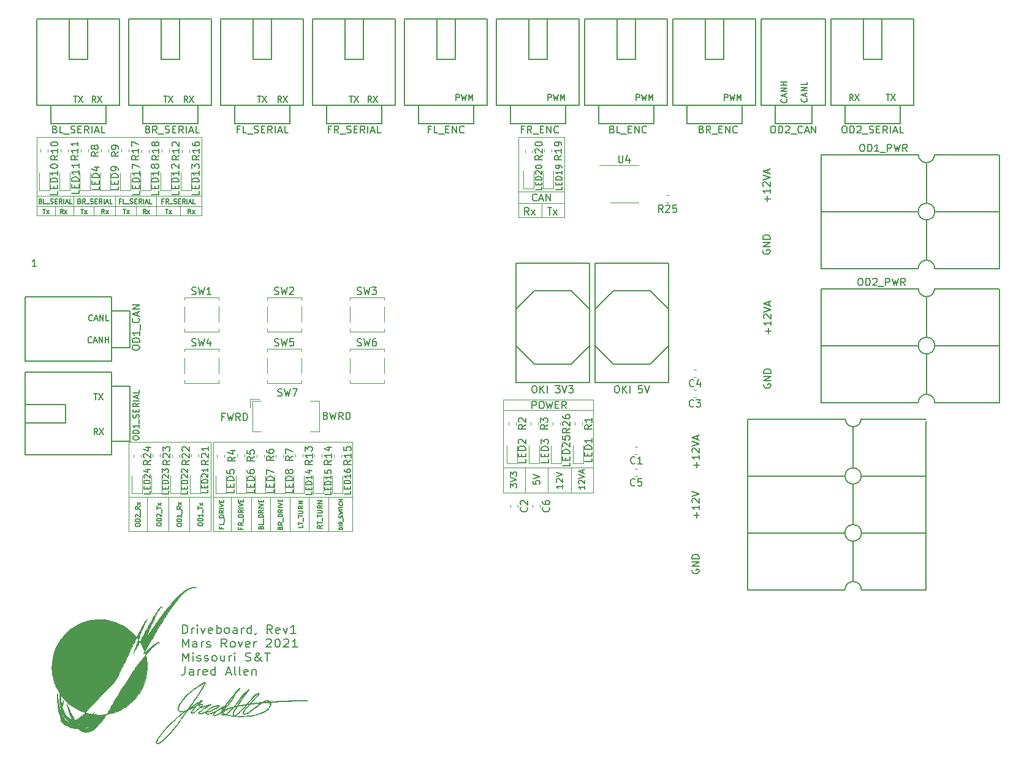
<source format=gbr>
G04 #@! TF.GenerationSoftware,KiCad,Pcbnew,(5.1.4)-1*
G04 #@! TF.CreationDate,2020-11-30T15:28:55-06:00*
G04 #@! TF.ProjectId,DriveBoard_2021,44726976-6542-46f6-9172-645f32303231,rev?*
G04 #@! TF.SameCoordinates,Original*
G04 #@! TF.FileFunction,Legend,Top*
G04 #@! TF.FilePolarity,Positive*
%FSLAX46Y46*%
G04 Gerber Fmt 4.6, Leading zero omitted, Abs format (unit mm)*
G04 Created by KiCad (PCBNEW (5.1.4)-1) date 2020-11-30 15:28:55*
%MOMM*%
%LPD*%
G04 APERTURE LIST*
%ADD10C,0.203200*%
%ADD11C,0.150000*%
%ADD12C,0.120000*%
%ADD13C,0.127000*%
%ADD14C,0.010000*%
G04 APERTURE END LIST*
D10*
X166498209Y-62343695D02*
X166498209Y-61530895D01*
X166807847Y-61530895D01*
X166885257Y-61569600D01*
X166923961Y-61608304D01*
X166962666Y-61685714D01*
X166962666Y-61801828D01*
X166923961Y-61879238D01*
X166885257Y-61917942D01*
X166807847Y-61956647D01*
X166498209Y-61956647D01*
X167233600Y-61530895D02*
X167427123Y-62343695D01*
X167581942Y-61763123D01*
X167736761Y-62343695D01*
X167930285Y-61530895D01*
X168239923Y-62343695D02*
X168239923Y-61530895D01*
X168510857Y-62111466D01*
X168781790Y-61530895D01*
X168781790Y-62343695D01*
X154306209Y-62343695D02*
X154306209Y-61530895D01*
X154615847Y-61530895D01*
X154693257Y-61569600D01*
X154731961Y-61608304D01*
X154770666Y-61685714D01*
X154770666Y-61801828D01*
X154731961Y-61879238D01*
X154693257Y-61917942D01*
X154615847Y-61956647D01*
X154306209Y-61956647D01*
X155041600Y-61530895D02*
X155235123Y-62343695D01*
X155389942Y-61763123D01*
X155544761Y-62343695D01*
X155738285Y-61530895D01*
X156047923Y-62343695D02*
X156047923Y-61530895D01*
X156318857Y-62111466D01*
X156589790Y-61530895D01*
X156589790Y-62343695D01*
X142114209Y-62343695D02*
X142114209Y-61530895D01*
X142423847Y-61530895D01*
X142501257Y-61569600D01*
X142539961Y-61608304D01*
X142578666Y-61685714D01*
X142578666Y-61801828D01*
X142539961Y-61879238D01*
X142501257Y-61917942D01*
X142423847Y-61956647D01*
X142114209Y-61956647D01*
X142849600Y-61530895D02*
X143043123Y-62343695D01*
X143197942Y-61763123D01*
X143352761Y-62343695D01*
X143546285Y-61530895D01*
X143855923Y-62343695D02*
X143855923Y-61530895D01*
X144126857Y-62111466D01*
X144397790Y-61530895D01*
X144397790Y-62343695D01*
X129414209Y-62343695D02*
X129414209Y-61530895D01*
X129723847Y-61530895D01*
X129801257Y-61569600D01*
X129839961Y-61608304D01*
X129878666Y-61685714D01*
X129878666Y-61801828D01*
X129839961Y-61879238D01*
X129801257Y-61917942D01*
X129723847Y-61956647D01*
X129414209Y-61956647D01*
X130149600Y-61530895D02*
X130343123Y-62343695D01*
X130497942Y-61763123D01*
X130652761Y-62343695D01*
X130846285Y-61530895D01*
X131155923Y-62343695D02*
X131155923Y-61530895D01*
X131426857Y-62111466D01*
X131697790Y-61530895D01*
X131697790Y-62343695D01*
X184268533Y-62343695D02*
X183997600Y-61956647D01*
X183804076Y-62343695D02*
X183804076Y-61530895D01*
X184113714Y-61530895D01*
X184191123Y-61569600D01*
X184229828Y-61608304D01*
X184268533Y-61685714D01*
X184268533Y-61801828D01*
X184229828Y-61879238D01*
X184191123Y-61917942D01*
X184113714Y-61956647D01*
X183804076Y-61956647D01*
X184539466Y-61530895D02*
X185081333Y-62343695D01*
X185081333Y-61530895D02*
X184539466Y-62343695D01*
X188864723Y-61530895D02*
X189329180Y-61530895D01*
X189096952Y-62343695D02*
X189096952Y-61530895D01*
X189522704Y-61530895D02*
X190064571Y-62343695D01*
X190064571Y-61530895D02*
X189522704Y-62343695D01*
X175042285Y-62162266D02*
X175080990Y-62200971D01*
X175119695Y-62317085D01*
X175119695Y-62394495D01*
X175080990Y-62510609D01*
X175003580Y-62588019D01*
X174926171Y-62626723D01*
X174771352Y-62665428D01*
X174655238Y-62665428D01*
X174500419Y-62626723D01*
X174423009Y-62588019D01*
X174345600Y-62510609D01*
X174306895Y-62394495D01*
X174306895Y-62317085D01*
X174345600Y-62200971D01*
X174384304Y-62162266D01*
X174887466Y-61852628D02*
X174887466Y-61465580D01*
X175119695Y-61930038D02*
X174306895Y-61659104D01*
X175119695Y-61388171D01*
X175119695Y-61117238D02*
X174306895Y-61117238D01*
X175119695Y-60652780D01*
X174306895Y-60652780D01*
X175119695Y-60265733D02*
X174306895Y-60265733D01*
X174693942Y-60265733D02*
X174693942Y-59801276D01*
X175119695Y-59801276D02*
X174306895Y-59801276D01*
X177836285Y-62065504D02*
X177874990Y-62104209D01*
X177913695Y-62220323D01*
X177913695Y-62297733D01*
X177874990Y-62413847D01*
X177797580Y-62491257D01*
X177720171Y-62529961D01*
X177565352Y-62568666D01*
X177449238Y-62568666D01*
X177294419Y-62529961D01*
X177217009Y-62491257D01*
X177139600Y-62413847D01*
X177100895Y-62297733D01*
X177100895Y-62220323D01*
X177139600Y-62104209D01*
X177178304Y-62065504D01*
X177681466Y-61755866D02*
X177681466Y-61368819D01*
X177913695Y-61833276D02*
X177100895Y-61562342D01*
X177913695Y-61291409D01*
X177913695Y-61020476D02*
X177100895Y-61020476D01*
X177913695Y-60556019D01*
X177100895Y-60556019D01*
X177913695Y-59781923D02*
X177913695Y-60168971D01*
X177100895Y-60168971D01*
X79874533Y-108571695D02*
X79603600Y-108184647D01*
X79410076Y-108571695D02*
X79410076Y-107758895D01*
X79719714Y-107758895D01*
X79797123Y-107797600D01*
X79835828Y-107836304D01*
X79874533Y-107913714D01*
X79874533Y-108029828D01*
X79835828Y-108107238D01*
X79797123Y-108145942D01*
X79719714Y-108184647D01*
X79410076Y-108184647D01*
X80145466Y-107758895D02*
X80687333Y-108571695D01*
X80687333Y-107758895D02*
X80145466Y-108571695D01*
X79620533Y-62597695D02*
X79349600Y-62210647D01*
X79156076Y-62597695D02*
X79156076Y-61784895D01*
X79465714Y-61784895D01*
X79543123Y-61823600D01*
X79581828Y-61862304D01*
X79620533Y-61939714D01*
X79620533Y-62055828D01*
X79581828Y-62133238D01*
X79543123Y-62171942D01*
X79465714Y-62210647D01*
X79156076Y-62210647D01*
X79891466Y-61784895D02*
X80433333Y-62597695D01*
X80433333Y-61784895D02*
X79891466Y-62597695D01*
X92320533Y-62597695D02*
X92049600Y-62210647D01*
X91856076Y-62597695D02*
X91856076Y-61784895D01*
X92165714Y-61784895D01*
X92243123Y-61823600D01*
X92281828Y-61862304D01*
X92320533Y-61939714D01*
X92320533Y-62055828D01*
X92281828Y-62133238D01*
X92243123Y-62171942D01*
X92165714Y-62210647D01*
X91856076Y-62210647D01*
X92591466Y-61784895D02*
X93133333Y-62597695D01*
X93133333Y-61784895D02*
X92591466Y-62597695D01*
X105274533Y-62597695D02*
X105003600Y-62210647D01*
X104810076Y-62597695D02*
X104810076Y-61784895D01*
X105119714Y-61784895D01*
X105197123Y-61823600D01*
X105235828Y-61862304D01*
X105274533Y-61939714D01*
X105274533Y-62055828D01*
X105235828Y-62133238D01*
X105197123Y-62171942D01*
X105119714Y-62210647D01*
X104810076Y-62210647D01*
X105545466Y-61784895D02*
X106087333Y-62597695D01*
X106087333Y-61784895D02*
X105545466Y-62597695D01*
X117720533Y-62597695D02*
X117449600Y-62210647D01*
X117256076Y-62597695D02*
X117256076Y-61784895D01*
X117565714Y-61784895D01*
X117643123Y-61823600D01*
X117681828Y-61862304D01*
X117720533Y-61939714D01*
X117720533Y-62055828D01*
X117681828Y-62133238D01*
X117643123Y-62171942D01*
X117565714Y-62210647D01*
X117256076Y-62210647D01*
X117991466Y-61784895D02*
X118533333Y-62597695D01*
X118533333Y-61784895D02*
X117991466Y-62597695D01*
X114696723Y-61784895D02*
X115161180Y-61784895D01*
X114928952Y-62597695D02*
X114928952Y-61784895D01*
X115354704Y-61784895D02*
X115896571Y-62597695D01*
X115896571Y-61784895D02*
X115354704Y-62597695D01*
X101996723Y-61784895D02*
X102461180Y-61784895D01*
X102228952Y-62597695D02*
X102228952Y-61784895D01*
X102654704Y-61784895D02*
X103196571Y-62597695D01*
X103196571Y-61784895D02*
X102654704Y-62597695D01*
X89042723Y-61784895D02*
X89507180Y-61784895D01*
X89274952Y-62597695D02*
X89274952Y-61784895D01*
X89700704Y-61784895D02*
X90242571Y-62597695D01*
X90242571Y-61784895D02*
X89700704Y-62597695D01*
X76596723Y-61784895D02*
X77061180Y-61784895D01*
X76828952Y-62597695D02*
X76828952Y-61784895D01*
X77254704Y-61784895D02*
X77796571Y-62597695D01*
X77796571Y-61784895D02*
X77254704Y-62597695D01*
X79390723Y-102932895D02*
X79855180Y-102932895D01*
X79622952Y-103745695D02*
X79622952Y-102932895D01*
X80048704Y-102932895D02*
X80590571Y-103745695D01*
X80590571Y-102932895D02*
X80048704Y-103745695D01*
X79061733Y-95794285D02*
X79023028Y-95832990D01*
X78906914Y-95871695D01*
X78829504Y-95871695D01*
X78713390Y-95832990D01*
X78635980Y-95755580D01*
X78597276Y-95678171D01*
X78558571Y-95523352D01*
X78558571Y-95407238D01*
X78597276Y-95252419D01*
X78635980Y-95175009D01*
X78713390Y-95097600D01*
X78829504Y-95058895D01*
X78906914Y-95058895D01*
X79023028Y-95097600D01*
X79061733Y-95136304D01*
X79371371Y-95639466D02*
X79758419Y-95639466D01*
X79293961Y-95871695D02*
X79564895Y-95058895D01*
X79835828Y-95871695D01*
X80106761Y-95871695D02*
X80106761Y-95058895D01*
X80571219Y-95871695D01*
X80571219Y-95058895D01*
X80958266Y-95871695D02*
X80958266Y-95058895D01*
X80958266Y-95445942D02*
X81422723Y-95445942D01*
X81422723Y-95871695D02*
X81422723Y-95058895D01*
X79158495Y-92746285D02*
X79119790Y-92784990D01*
X79003676Y-92823695D01*
X78926266Y-92823695D01*
X78810152Y-92784990D01*
X78732742Y-92707580D01*
X78694038Y-92630171D01*
X78655333Y-92475352D01*
X78655333Y-92359238D01*
X78694038Y-92204419D01*
X78732742Y-92127009D01*
X78810152Y-92049600D01*
X78926266Y-92010895D01*
X79003676Y-92010895D01*
X79119790Y-92049600D01*
X79158495Y-92088304D01*
X79468133Y-92591466D02*
X79855180Y-92591466D01*
X79390723Y-92823695D02*
X79661657Y-92010895D01*
X79932590Y-92823695D01*
X80203523Y-92823695D02*
X80203523Y-92010895D01*
X80667980Y-92823695D01*
X80667980Y-92010895D01*
X81442076Y-92823695D02*
X81055028Y-92823695D01*
X81055028Y-92010895D01*
D11*
X84669380Y-96630761D02*
X84669380Y-96440285D01*
X84717000Y-96345047D01*
X84812238Y-96249809D01*
X85002714Y-96202190D01*
X85336047Y-96202190D01*
X85526523Y-96249809D01*
X85621761Y-96345047D01*
X85669380Y-96440285D01*
X85669380Y-96630761D01*
X85621761Y-96726000D01*
X85526523Y-96821238D01*
X85336047Y-96868857D01*
X85002714Y-96868857D01*
X84812238Y-96821238D01*
X84717000Y-96726000D01*
X84669380Y-96630761D01*
X85669380Y-95773619D02*
X84669380Y-95773619D01*
X84669380Y-95535523D01*
X84717000Y-95392666D01*
X84812238Y-95297428D01*
X84907476Y-95249809D01*
X85097952Y-95202190D01*
X85240809Y-95202190D01*
X85431285Y-95249809D01*
X85526523Y-95297428D01*
X85621761Y-95392666D01*
X85669380Y-95535523D01*
X85669380Y-95773619D01*
X85669380Y-94249809D02*
X85669380Y-94821238D01*
X85669380Y-94535523D02*
X84669380Y-94535523D01*
X84812238Y-94630761D01*
X84907476Y-94726000D01*
X84955095Y-94821238D01*
X85764619Y-94059333D02*
X85764619Y-93297428D01*
X85574142Y-92487904D02*
X85621761Y-92535523D01*
X85669380Y-92678380D01*
X85669380Y-92773619D01*
X85621761Y-92916476D01*
X85526523Y-93011714D01*
X85431285Y-93059333D01*
X85240809Y-93106952D01*
X85097952Y-93106952D01*
X84907476Y-93059333D01*
X84812238Y-93011714D01*
X84717000Y-92916476D01*
X84669380Y-92773619D01*
X84669380Y-92678380D01*
X84717000Y-92535523D01*
X84764619Y-92487904D01*
X85383666Y-92106952D02*
X85383666Y-91630761D01*
X85669380Y-92202190D02*
X84669380Y-91868857D01*
X85669380Y-91535523D01*
X85669380Y-91202190D02*
X84669380Y-91202190D01*
X85669380Y-90630761D01*
X84669380Y-90630761D01*
X84771895Y-109130495D02*
X84771895Y-108975676D01*
X84810600Y-108898266D01*
X84888009Y-108820857D01*
X85042828Y-108782152D01*
X85313761Y-108782152D01*
X85468580Y-108820857D01*
X85545990Y-108898266D01*
X85584695Y-108975676D01*
X85584695Y-109130495D01*
X85545990Y-109207904D01*
X85468580Y-109285314D01*
X85313761Y-109324019D01*
X85042828Y-109324019D01*
X84888009Y-109285314D01*
X84810600Y-109207904D01*
X84771895Y-109130495D01*
X85584695Y-108433809D02*
X84771895Y-108433809D01*
X84771895Y-108240285D01*
X84810600Y-108124171D01*
X84888009Y-108046761D01*
X84965419Y-108008057D01*
X85120238Y-107969352D01*
X85236352Y-107969352D01*
X85391171Y-108008057D01*
X85468580Y-108046761D01*
X85545990Y-108124171D01*
X85584695Y-108240285D01*
X85584695Y-108433809D01*
X85584695Y-107195257D02*
X85584695Y-107659714D01*
X85584695Y-107427485D02*
X84771895Y-107427485D01*
X84888009Y-107504895D01*
X84965419Y-107582304D01*
X85004123Y-107659714D01*
X85662104Y-107040438D02*
X85662104Y-106421161D01*
X85545990Y-106266342D02*
X85584695Y-106150228D01*
X85584695Y-105956704D01*
X85545990Y-105879295D01*
X85507285Y-105840590D01*
X85429876Y-105801885D01*
X85352466Y-105801885D01*
X85275057Y-105840590D01*
X85236352Y-105879295D01*
X85197647Y-105956704D01*
X85158942Y-106111523D01*
X85120238Y-106188933D01*
X85081533Y-106227638D01*
X85004123Y-106266342D01*
X84926714Y-106266342D01*
X84849304Y-106227638D01*
X84810600Y-106188933D01*
X84771895Y-106111523D01*
X84771895Y-105918000D01*
X84810600Y-105801885D01*
X85158942Y-105453542D02*
X85158942Y-105182609D01*
X85584695Y-105066495D02*
X85584695Y-105453542D01*
X84771895Y-105453542D01*
X84771895Y-105066495D01*
X85584695Y-104253695D02*
X85197647Y-104524628D01*
X85584695Y-104718152D02*
X84771895Y-104718152D01*
X84771895Y-104408514D01*
X84810600Y-104331104D01*
X84849304Y-104292400D01*
X84926714Y-104253695D01*
X85042828Y-104253695D01*
X85120238Y-104292400D01*
X85158942Y-104331104D01*
X85197647Y-104408514D01*
X85197647Y-104718152D01*
X85584695Y-103905352D02*
X84771895Y-103905352D01*
X85352466Y-103557009D02*
X85352466Y-103169961D01*
X85584695Y-103634419D02*
X84771895Y-103363485D01*
X85584695Y-103092552D01*
X85584695Y-102434571D02*
X85584695Y-102821619D01*
X84771895Y-102821619D01*
X182991619Y-65873380D02*
X183182095Y-65873380D01*
X183277333Y-65921000D01*
X183372571Y-66016238D01*
X183420190Y-66206714D01*
X183420190Y-66540047D01*
X183372571Y-66730523D01*
X183277333Y-66825761D01*
X183182095Y-66873380D01*
X182991619Y-66873380D01*
X182896380Y-66825761D01*
X182801142Y-66730523D01*
X182753523Y-66540047D01*
X182753523Y-66206714D01*
X182801142Y-66016238D01*
X182896380Y-65921000D01*
X182991619Y-65873380D01*
X183848761Y-66873380D02*
X183848761Y-65873380D01*
X184086857Y-65873380D01*
X184229714Y-65921000D01*
X184324952Y-66016238D01*
X184372571Y-66111476D01*
X184420190Y-66301952D01*
X184420190Y-66444809D01*
X184372571Y-66635285D01*
X184324952Y-66730523D01*
X184229714Y-66825761D01*
X184086857Y-66873380D01*
X183848761Y-66873380D01*
X184801142Y-65968619D02*
X184848761Y-65921000D01*
X184944000Y-65873380D01*
X185182095Y-65873380D01*
X185277333Y-65921000D01*
X185324952Y-65968619D01*
X185372571Y-66063857D01*
X185372571Y-66159095D01*
X185324952Y-66301952D01*
X184753523Y-66873380D01*
X185372571Y-66873380D01*
X185563047Y-66968619D02*
X186324952Y-66968619D01*
X186515428Y-66825761D02*
X186658285Y-66873380D01*
X186896380Y-66873380D01*
X186991619Y-66825761D01*
X187039238Y-66778142D01*
X187086857Y-66682904D01*
X187086857Y-66587666D01*
X187039238Y-66492428D01*
X186991619Y-66444809D01*
X186896380Y-66397190D01*
X186705904Y-66349571D01*
X186610666Y-66301952D01*
X186563047Y-66254333D01*
X186515428Y-66159095D01*
X186515428Y-66063857D01*
X186563047Y-65968619D01*
X186610666Y-65921000D01*
X186705904Y-65873380D01*
X186944000Y-65873380D01*
X187086857Y-65921000D01*
X187515428Y-66349571D02*
X187848761Y-66349571D01*
X187991619Y-66873380D02*
X187515428Y-66873380D01*
X187515428Y-65873380D01*
X187991619Y-65873380D01*
X188991619Y-66873380D02*
X188658285Y-66397190D01*
X188420190Y-66873380D02*
X188420190Y-65873380D01*
X188801142Y-65873380D01*
X188896380Y-65921000D01*
X188944000Y-65968619D01*
X188991619Y-66063857D01*
X188991619Y-66206714D01*
X188944000Y-66301952D01*
X188896380Y-66349571D01*
X188801142Y-66397190D01*
X188420190Y-66397190D01*
X189420190Y-66873380D02*
X189420190Y-65873380D01*
X189848761Y-66587666D02*
X190324952Y-66587666D01*
X189753523Y-66873380D02*
X190086857Y-65873380D01*
X190420190Y-66873380D01*
X191229714Y-66873380D02*
X190753523Y-66873380D01*
X190753523Y-65873380D01*
X173117238Y-65873380D02*
X173307714Y-65873380D01*
X173402952Y-65921000D01*
X173498190Y-66016238D01*
X173545809Y-66206714D01*
X173545809Y-66540047D01*
X173498190Y-66730523D01*
X173402952Y-66825761D01*
X173307714Y-66873380D01*
X173117238Y-66873380D01*
X173022000Y-66825761D01*
X172926761Y-66730523D01*
X172879142Y-66540047D01*
X172879142Y-66206714D01*
X172926761Y-66016238D01*
X173022000Y-65921000D01*
X173117238Y-65873380D01*
X173974380Y-66873380D02*
X173974380Y-65873380D01*
X174212476Y-65873380D01*
X174355333Y-65921000D01*
X174450571Y-66016238D01*
X174498190Y-66111476D01*
X174545809Y-66301952D01*
X174545809Y-66444809D01*
X174498190Y-66635285D01*
X174450571Y-66730523D01*
X174355333Y-66825761D01*
X174212476Y-66873380D01*
X173974380Y-66873380D01*
X174926761Y-65968619D02*
X174974380Y-65921000D01*
X175069619Y-65873380D01*
X175307714Y-65873380D01*
X175402952Y-65921000D01*
X175450571Y-65968619D01*
X175498190Y-66063857D01*
X175498190Y-66159095D01*
X175450571Y-66301952D01*
X174879142Y-66873380D01*
X175498190Y-66873380D01*
X175688666Y-66968619D02*
X176450571Y-66968619D01*
X177260095Y-66778142D02*
X177212476Y-66825761D01*
X177069619Y-66873380D01*
X176974380Y-66873380D01*
X176831523Y-66825761D01*
X176736285Y-66730523D01*
X176688666Y-66635285D01*
X176641047Y-66444809D01*
X176641047Y-66301952D01*
X176688666Y-66111476D01*
X176736285Y-66016238D01*
X176831523Y-65921000D01*
X176974380Y-65873380D01*
X177069619Y-65873380D01*
X177212476Y-65921000D01*
X177260095Y-65968619D01*
X177641047Y-66587666D02*
X178117238Y-66587666D01*
X177545809Y-66873380D02*
X177879142Y-65873380D01*
X178212476Y-66873380D01*
X178545809Y-66873380D02*
X178545809Y-65873380D01*
X179117238Y-66873380D01*
X179117238Y-65873380D01*
X163322285Y-66349571D02*
X163465142Y-66397190D01*
X163512761Y-66444809D01*
X163560380Y-66540047D01*
X163560380Y-66682904D01*
X163512761Y-66778142D01*
X163465142Y-66825761D01*
X163369904Y-66873380D01*
X162988952Y-66873380D01*
X162988952Y-65873380D01*
X163322285Y-65873380D01*
X163417523Y-65921000D01*
X163465142Y-65968619D01*
X163512761Y-66063857D01*
X163512761Y-66159095D01*
X163465142Y-66254333D01*
X163417523Y-66301952D01*
X163322285Y-66349571D01*
X162988952Y-66349571D01*
X164560380Y-66873380D02*
X164227047Y-66397190D01*
X163988952Y-66873380D02*
X163988952Y-65873380D01*
X164369904Y-65873380D01*
X164465142Y-65921000D01*
X164512761Y-65968619D01*
X164560380Y-66063857D01*
X164560380Y-66206714D01*
X164512761Y-66301952D01*
X164465142Y-66349571D01*
X164369904Y-66397190D01*
X163988952Y-66397190D01*
X164750857Y-66968619D02*
X165512761Y-66968619D01*
X165750857Y-66349571D02*
X166084190Y-66349571D01*
X166227047Y-66873380D02*
X165750857Y-66873380D01*
X165750857Y-65873380D01*
X166227047Y-65873380D01*
X166655619Y-66873380D02*
X166655619Y-65873380D01*
X167227047Y-66873380D01*
X167227047Y-65873380D01*
X168274666Y-66778142D02*
X168227047Y-66825761D01*
X168084190Y-66873380D01*
X167988952Y-66873380D01*
X167846095Y-66825761D01*
X167750857Y-66730523D01*
X167703238Y-66635285D01*
X167655619Y-66444809D01*
X167655619Y-66301952D01*
X167703238Y-66111476D01*
X167750857Y-66016238D01*
X167846095Y-65921000D01*
X167988952Y-65873380D01*
X168084190Y-65873380D01*
X168227047Y-65921000D01*
X168274666Y-65968619D01*
X150971523Y-66349571D02*
X151114380Y-66397190D01*
X151162000Y-66444809D01*
X151209619Y-66540047D01*
X151209619Y-66682904D01*
X151162000Y-66778142D01*
X151114380Y-66825761D01*
X151019142Y-66873380D01*
X150638190Y-66873380D01*
X150638190Y-65873380D01*
X150971523Y-65873380D01*
X151066761Y-65921000D01*
X151114380Y-65968619D01*
X151162000Y-66063857D01*
X151162000Y-66159095D01*
X151114380Y-66254333D01*
X151066761Y-66301952D01*
X150971523Y-66349571D01*
X150638190Y-66349571D01*
X152114380Y-66873380D02*
X151638190Y-66873380D01*
X151638190Y-65873380D01*
X152209619Y-66968619D02*
X152971523Y-66968619D01*
X153209619Y-66349571D02*
X153542952Y-66349571D01*
X153685809Y-66873380D02*
X153209619Y-66873380D01*
X153209619Y-65873380D01*
X153685809Y-65873380D01*
X154114380Y-66873380D02*
X154114380Y-65873380D01*
X154685809Y-66873380D01*
X154685809Y-65873380D01*
X155733428Y-66778142D02*
X155685809Y-66825761D01*
X155542952Y-66873380D01*
X155447714Y-66873380D01*
X155304857Y-66825761D01*
X155209619Y-66730523D01*
X155162000Y-66635285D01*
X155114380Y-66444809D01*
X155114380Y-66301952D01*
X155162000Y-66111476D01*
X155209619Y-66016238D01*
X155304857Y-65921000D01*
X155447714Y-65873380D01*
X155542952Y-65873380D01*
X155685809Y-65921000D01*
X155733428Y-65968619D01*
X138755714Y-66349571D02*
X138422380Y-66349571D01*
X138422380Y-66873380D02*
X138422380Y-65873380D01*
X138898571Y-65873380D01*
X139850952Y-66873380D02*
X139517619Y-66397190D01*
X139279523Y-66873380D02*
X139279523Y-65873380D01*
X139660476Y-65873380D01*
X139755714Y-65921000D01*
X139803333Y-65968619D01*
X139850952Y-66063857D01*
X139850952Y-66206714D01*
X139803333Y-66301952D01*
X139755714Y-66349571D01*
X139660476Y-66397190D01*
X139279523Y-66397190D01*
X140041428Y-66968619D02*
X140803333Y-66968619D01*
X141041428Y-66349571D02*
X141374761Y-66349571D01*
X141517619Y-66873380D02*
X141041428Y-66873380D01*
X141041428Y-65873380D01*
X141517619Y-65873380D01*
X141946190Y-66873380D02*
X141946190Y-65873380D01*
X142517619Y-66873380D01*
X142517619Y-65873380D01*
X143565238Y-66778142D02*
X143517619Y-66825761D01*
X143374761Y-66873380D01*
X143279523Y-66873380D01*
X143136666Y-66825761D01*
X143041428Y-66730523D01*
X142993809Y-66635285D01*
X142946190Y-66444809D01*
X142946190Y-66301952D01*
X142993809Y-66111476D01*
X143041428Y-66016238D01*
X143136666Y-65921000D01*
X143279523Y-65873380D01*
X143374761Y-65873380D01*
X143517619Y-65921000D01*
X143565238Y-65968619D01*
X125896952Y-66349571D02*
X125563619Y-66349571D01*
X125563619Y-66873380D02*
X125563619Y-65873380D01*
X126039809Y-65873380D01*
X126896952Y-66873380D02*
X126420761Y-66873380D01*
X126420761Y-65873380D01*
X126992190Y-66968619D02*
X127754095Y-66968619D01*
X127992190Y-66349571D02*
X128325523Y-66349571D01*
X128468380Y-66873380D02*
X127992190Y-66873380D01*
X127992190Y-65873380D01*
X128468380Y-65873380D01*
X128896952Y-66873380D02*
X128896952Y-65873380D01*
X129468380Y-66873380D01*
X129468380Y-65873380D01*
X130516000Y-66778142D02*
X130468380Y-66825761D01*
X130325523Y-66873380D01*
X130230285Y-66873380D01*
X130087428Y-66825761D01*
X129992190Y-66730523D01*
X129944571Y-66635285D01*
X129896952Y-66444809D01*
X129896952Y-66301952D01*
X129944571Y-66111476D01*
X129992190Y-66016238D01*
X130087428Y-65921000D01*
X130230285Y-65873380D01*
X130325523Y-65873380D01*
X130468380Y-65921000D01*
X130516000Y-65968619D01*
X112077904Y-66349571D02*
X111744571Y-66349571D01*
X111744571Y-66873380D02*
X111744571Y-65873380D01*
X112220761Y-65873380D01*
X113173142Y-66873380D02*
X112839809Y-66397190D01*
X112601714Y-66873380D02*
X112601714Y-65873380D01*
X112982666Y-65873380D01*
X113077904Y-65921000D01*
X113125523Y-65968619D01*
X113173142Y-66063857D01*
X113173142Y-66206714D01*
X113125523Y-66301952D01*
X113077904Y-66349571D01*
X112982666Y-66397190D01*
X112601714Y-66397190D01*
X113363619Y-66968619D02*
X114125523Y-66968619D01*
X114316000Y-66825761D02*
X114458857Y-66873380D01*
X114696952Y-66873380D01*
X114792190Y-66825761D01*
X114839809Y-66778142D01*
X114887428Y-66682904D01*
X114887428Y-66587666D01*
X114839809Y-66492428D01*
X114792190Y-66444809D01*
X114696952Y-66397190D01*
X114506476Y-66349571D01*
X114411238Y-66301952D01*
X114363619Y-66254333D01*
X114316000Y-66159095D01*
X114316000Y-66063857D01*
X114363619Y-65968619D01*
X114411238Y-65921000D01*
X114506476Y-65873380D01*
X114744571Y-65873380D01*
X114887428Y-65921000D01*
X115316000Y-66349571D02*
X115649333Y-66349571D01*
X115792190Y-66873380D02*
X115316000Y-66873380D01*
X115316000Y-65873380D01*
X115792190Y-65873380D01*
X116792190Y-66873380D02*
X116458857Y-66397190D01*
X116220761Y-66873380D02*
X116220761Y-65873380D01*
X116601714Y-65873380D01*
X116696952Y-65921000D01*
X116744571Y-65968619D01*
X116792190Y-66063857D01*
X116792190Y-66206714D01*
X116744571Y-66301952D01*
X116696952Y-66349571D01*
X116601714Y-66397190D01*
X116220761Y-66397190D01*
X117220761Y-66873380D02*
X117220761Y-65873380D01*
X117649333Y-66587666D02*
X118125523Y-66587666D01*
X117554095Y-66873380D02*
X117887428Y-65873380D01*
X118220761Y-66873380D01*
X119030285Y-66873380D02*
X118554095Y-66873380D01*
X118554095Y-65873380D01*
X99473142Y-66349571D02*
X99139809Y-66349571D01*
X99139809Y-66873380D02*
X99139809Y-65873380D01*
X99616000Y-65873380D01*
X100473142Y-66873380D02*
X99996952Y-66873380D01*
X99996952Y-65873380D01*
X100568380Y-66968619D02*
X101330285Y-66968619D01*
X101520761Y-66825761D02*
X101663619Y-66873380D01*
X101901714Y-66873380D01*
X101996952Y-66825761D01*
X102044571Y-66778142D01*
X102092190Y-66682904D01*
X102092190Y-66587666D01*
X102044571Y-66492428D01*
X101996952Y-66444809D01*
X101901714Y-66397190D01*
X101711238Y-66349571D01*
X101616000Y-66301952D01*
X101568380Y-66254333D01*
X101520761Y-66159095D01*
X101520761Y-66063857D01*
X101568380Y-65968619D01*
X101616000Y-65921000D01*
X101711238Y-65873380D01*
X101949333Y-65873380D01*
X102092190Y-65921000D01*
X102520761Y-66349571D02*
X102854095Y-66349571D01*
X102996952Y-66873380D02*
X102520761Y-66873380D01*
X102520761Y-65873380D01*
X102996952Y-65873380D01*
X103996952Y-66873380D02*
X103663619Y-66397190D01*
X103425523Y-66873380D02*
X103425523Y-65873380D01*
X103806476Y-65873380D01*
X103901714Y-65921000D01*
X103949333Y-65968619D01*
X103996952Y-66063857D01*
X103996952Y-66206714D01*
X103949333Y-66301952D01*
X103901714Y-66349571D01*
X103806476Y-66397190D01*
X103425523Y-66397190D01*
X104425523Y-66873380D02*
X104425523Y-65873380D01*
X104854095Y-66587666D02*
X105330285Y-66587666D01*
X104758857Y-66873380D02*
X105092190Y-65873380D01*
X105425523Y-66873380D01*
X106235047Y-66873380D02*
X105758857Y-66873380D01*
X105758857Y-65873380D01*
X86860476Y-66349571D02*
X87003333Y-66397190D01*
X87050952Y-66444809D01*
X87098571Y-66540047D01*
X87098571Y-66682904D01*
X87050952Y-66778142D01*
X87003333Y-66825761D01*
X86908095Y-66873380D01*
X86527142Y-66873380D01*
X86527142Y-65873380D01*
X86860476Y-65873380D01*
X86955714Y-65921000D01*
X87003333Y-65968619D01*
X87050952Y-66063857D01*
X87050952Y-66159095D01*
X87003333Y-66254333D01*
X86955714Y-66301952D01*
X86860476Y-66349571D01*
X86527142Y-66349571D01*
X88098571Y-66873380D02*
X87765238Y-66397190D01*
X87527142Y-66873380D02*
X87527142Y-65873380D01*
X87908095Y-65873380D01*
X88003333Y-65921000D01*
X88050952Y-65968619D01*
X88098571Y-66063857D01*
X88098571Y-66206714D01*
X88050952Y-66301952D01*
X88003333Y-66349571D01*
X87908095Y-66397190D01*
X87527142Y-66397190D01*
X88289047Y-66968619D02*
X89050952Y-66968619D01*
X89241428Y-66825761D02*
X89384285Y-66873380D01*
X89622380Y-66873380D01*
X89717619Y-66825761D01*
X89765238Y-66778142D01*
X89812857Y-66682904D01*
X89812857Y-66587666D01*
X89765238Y-66492428D01*
X89717619Y-66444809D01*
X89622380Y-66397190D01*
X89431904Y-66349571D01*
X89336666Y-66301952D01*
X89289047Y-66254333D01*
X89241428Y-66159095D01*
X89241428Y-66063857D01*
X89289047Y-65968619D01*
X89336666Y-65921000D01*
X89431904Y-65873380D01*
X89670000Y-65873380D01*
X89812857Y-65921000D01*
X90241428Y-66349571D02*
X90574761Y-66349571D01*
X90717619Y-66873380D02*
X90241428Y-66873380D01*
X90241428Y-65873380D01*
X90717619Y-65873380D01*
X91717619Y-66873380D02*
X91384285Y-66397190D01*
X91146190Y-66873380D02*
X91146190Y-65873380D01*
X91527142Y-65873380D01*
X91622380Y-65921000D01*
X91670000Y-65968619D01*
X91717619Y-66063857D01*
X91717619Y-66206714D01*
X91670000Y-66301952D01*
X91622380Y-66349571D01*
X91527142Y-66397190D01*
X91146190Y-66397190D01*
X92146190Y-66873380D02*
X92146190Y-65873380D01*
X92574761Y-66587666D02*
X93050952Y-66587666D01*
X92479523Y-66873380D02*
X92812857Y-65873380D01*
X93146190Y-66873380D01*
X93955714Y-66873380D02*
X93479523Y-66873380D01*
X93479523Y-65873380D01*
X74001714Y-66349571D02*
X74144571Y-66397190D01*
X74192190Y-66444809D01*
X74239809Y-66540047D01*
X74239809Y-66682904D01*
X74192190Y-66778142D01*
X74144571Y-66825761D01*
X74049333Y-66873380D01*
X73668380Y-66873380D01*
X73668380Y-65873380D01*
X74001714Y-65873380D01*
X74096952Y-65921000D01*
X74144571Y-65968619D01*
X74192190Y-66063857D01*
X74192190Y-66159095D01*
X74144571Y-66254333D01*
X74096952Y-66301952D01*
X74001714Y-66349571D01*
X73668380Y-66349571D01*
X75144571Y-66873380D02*
X74668380Y-66873380D01*
X74668380Y-65873380D01*
X75239809Y-66968619D02*
X76001714Y-66968619D01*
X76192190Y-66825761D02*
X76335047Y-66873380D01*
X76573142Y-66873380D01*
X76668380Y-66825761D01*
X76716000Y-66778142D01*
X76763619Y-66682904D01*
X76763619Y-66587666D01*
X76716000Y-66492428D01*
X76668380Y-66444809D01*
X76573142Y-66397190D01*
X76382666Y-66349571D01*
X76287428Y-66301952D01*
X76239809Y-66254333D01*
X76192190Y-66159095D01*
X76192190Y-66063857D01*
X76239809Y-65968619D01*
X76287428Y-65921000D01*
X76382666Y-65873380D01*
X76620761Y-65873380D01*
X76763619Y-65921000D01*
X77192190Y-66349571D02*
X77525523Y-66349571D01*
X77668380Y-66873380D02*
X77192190Y-66873380D01*
X77192190Y-65873380D01*
X77668380Y-65873380D01*
X78668380Y-66873380D02*
X78335047Y-66397190D01*
X78096952Y-66873380D02*
X78096952Y-65873380D01*
X78477904Y-65873380D01*
X78573142Y-65921000D01*
X78620761Y-65968619D01*
X78668380Y-66063857D01*
X78668380Y-66206714D01*
X78620761Y-66301952D01*
X78573142Y-66349571D01*
X78477904Y-66397190D01*
X78096952Y-66397190D01*
X79096952Y-66873380D02*
X79096952Y-65873380D01*
X79525523Y-66587666D02*
X80001714Y-66587666D01*
X79430285Y-66873380D02*
X79763619Y-65873380D01*
X80096952Y-66873380D01*
X80906476Y-66873380D02*
X80430285Y-66873380D01*
X80430285Y-65873380D01*
X171966000Y-101599904D02*
X171918380Y-101695142D01*
X171918380Y-101838000D01*
X171966000Y-101980857D01*
X172061238Y-102076095D01*
X172156476Y-102123714D01*
X172346952Y-102171333D01*
X172489809Y-102171333D01*
X172680285Y-102123714D01*
X172775523Y-102076095D01*
X172870761Y-101980857D01*
X172918380Y-101838000D01*
X172918380Y-101742761D01*
X172870761Y-101599904D01*
X172823142Y-101552285D01*
X172489809Y-101552285D01*
X172489809Y-101742761D01*
X172918380Y-101123714D02*
X171918380Y-101123714D01*
X172918380Y-100552285D01*
X171918380Y-100552285D01*
X172918380Y-100076095D02*
X171918380Y-100076095D01*
X171918380Y-99838000D01*
X171966000Y-99695142D01*
X172061238Y-99599904D01*
X172156476Y-99552285D01*
X172346952Y-99504666D01*
X172489809Y-99504666D01*
X172680285Y-99552285D01*
X172775523Y-99599904D01*
X172870761Y-99695142D01*
X172918380Y-99838000D01*
X172918380Y-100076095D01*
X171839000Y-83057904D02*
X171791380Y-83153142D01*
X171791380Y-83296000D01*
X171839000Y-83438857D01*
X171934238Y-83534095D01*
X172029476Y-83581714D01*
X172219952Y-83629333D01*
X172362809Y-83629333D01*
X172553285Y-83581714D01*
X172648523Y-83534095D01*
X172743761Y-83438857D01*
X172791380Y-83296000D01*
X172791380Y-83200761D01*
X172743761Y-83057904D01*
X172696142Y-83010285D01*
X172362809Y-83010285D01*
X172362809Y-83200761D01*
X172791380Y-82581714D02*
X171791380Y-82581714D01*
X172791380Y-82010285D01*
X171791380Y-82010285D01*
X172791380Y-81534095D02*
X171791380Y-81534095D01*
X171791380Y-81296000D01*
X171839000Y-81153142D01*
X171934238Y-81057904D01*
X172029476Y-81010285D01*
X172219952Y-80962666D01*
X172362809Y-80962666D01*
X172553285Y-81010285D01*
X172648523Y-81057904D01*
X172743761Y-81153142D01*
X172791380Y-81296000D01*
X172791380Y-81534095D01*
X172410428Y-76358476D02*
X172410428Y-75596571D01*
X172791380Y-75977523D02*
X172029476Y-75977523D01*
X172791380Y-74596571D02*
X172791380Y-75168000D01*
X172791380Y-74882285D02*
X171791380Y-74882285D01*
X171934238Y-74977523D01*
X172029476Y-75072761D01*
X172077095Y-75168000D01*
X171886619Y-74215619D02*
X171839000Y-74168000D01*
X171791380Y-74072761D01*
X171791380Y-73834666D01*
X171839000Y-73739428D01*
X171886619Y-73691809D01*
X171981857Y-73644190D01*
X172077095Y-73644190D01*
X172219952Y-73691809D01*
X172791380Y-74263238D01*
X172791380Y-73644190D01*
X171791380Y-73358476D02*
X172791380Y-73025142D01*
X171791380Y-72691809D01*
X172505666Y-72406095D02*
X172505666Y-71929904D01*
X172791380Y-72501333D02*
X171791380Y-72168000D01*
X172791380Y-71834666D01*
X172537428Y-94646476D02*
X172537428Y-93884571D01*
X172918380Y-94265523D02*
X172156476Y-94265523D01*
X172918380Y-92884571D02*
X172918380Y-93456000D01*
X172918380Y-93170285D02*
X171918380Y-93170285D01*
X172061238Y-93265523D01*
X172156476Y-93360761D01*
X172204095Y-93456000D01*
X172013619Y-92503619D02*
X171966000Y-92456000D01*
X171918380Y-92360761D01*
X171918380Y-92122666D01*
X171966000Y-92027428D01*
X172013619Y-91979809D01*
X172108857Y-91932190D01*
X172204095Y-91932190D01*
X172346952Y-91979809D01*
X172918380Y-92551238D01*
X172918380Y-91932190D01*
X171918380Y-91646476D02*
X172918380Y-91313142D01*
X171918380Y-90979809D01*
X172632666Y-90694095D02*
X172632666Y-90217904D01*
X172918380Y-90789333D02*
X171918380Y-90456000D01*
X172918380Y-90122666D01*
X139477761Y-78176380D02*
X139144428Y-77700190D01*
X138906333Y-78176380D02*
X138906333Y-77176380D01*
X139287285Y-77176380D01*
X139382523Y-77224000D01*
X139430142Y-77271619D01*
X139477761Y-77366857D01*
X139477761Y-77509714D01*
X139430142Y-77604952D01*
X139382523Y-77652571D01*
X139287285Y-77700190D01*
X138906333Y-77700190D01*
X139811095Y-78176380D02*
X140334904Y-77509714D01*
X139811095Y-77509714D02*
X140334904Y-78176380D01*
X142057523Y-77176380D02*
X142628952Y-77176380D01*
X142343238Y-78176380D02*
X142343238Y-77176380D01*
X142867047Y-78176380D02*
X143390857Y-77509714D01*
X142867047Y-77509714D02*
X143390857Y-78176380D01*
X140581142Y-76176142D02*
X140533523Y-76223761D01*
X140390666Y-76271380D01*
X140295428Y-76271380D01*
X140152571Y-76223761D01*
X140057333Y-76128523D01*
X140009714Y-76033285D01*
X139962095Y-75842809D01*
X139962095Y-75699952D01*
X140009714Y-75509476D01*
X140057333Y-75414238D01*
X140152571Y-75319000D01*
X140295428Y-75271380D01*
X140390666Y-75271380D01*
X140533523Y-75319000D01*
X140581142Y-75366619D01*
X140962095Y-75985666D02*
X141438285Y-75985666D01*
X140866857Y-76271380D02*
X141200190Y-75271380D01*
X141533523Y-76271380D01*
X141866857Y-76271380D02*
X141866857Y-75271380D01*
X142438285Y-76271380D01*
X142438285Y-75271380D01*
D12*
X141224000Y-76581000D02*
X141224000Y-78486000D01*
X138049000Y-76581000D02*
X144399000Y-76581000D01*
X144399000Y-78486000D02*
X144399000Y-74930000D01*
X144272000Y-78486000D02*
X144399000Y-78486000D01*
X138049000Y-78486000D02*
X144272000Y-78486000D01*
X138049000Y-74930000D02*
X138049000Y-78486000D01*
X138049000Y-67437000D02*
X138049000Y-67691000D01*
X144399000Y-67437000D02*
X138049000Y-67437000D01*
X144399000Y-74930000D02*
X144399000Y-67437000D01*
X138049000Y-74930000D02*
X144399000Y-74930000D01*
X138049000Y-67691000D02*
X138049000Y-74930000D01*
D11*
X93759261Y-121055190D02*
X93759261Y-120934238D01*
X93789500Y-120873761D01*
X93849976Y-120813285D01*
X93970928Y-120783047D01*
X94182595Y-120783047D01*
X94303547Y-120813285D01*
X94364023Y-120873761D01*
X94394261Y-120934238D01*
X94394261Y-121055190D01*
X94364023Y-121115666D01*
X94303547Y-121176142D01*
X94182595Y-121206380D01*
X93970928Y-121206380D01*
X93849976Y-121176142D01*
X93789500Y-121115666D01*
X93759261Y-121055190D01*
X94394261Y-120510904D02*
X93759261Y-120510904D01*
X93759261Y-120359714D01*
X93789500Y-120269000D01*
X93849976Y-120208523D01*
X93910452Y-120178285D01*
X94031404Y-120148047D01*
X94122119Y-120148047D01*
X94243071Y-120178285D01*
X94303547Y-120208523D01*
X94364023Y-120269000D01*
X94394261Y-120359714D01*
X94394261Y-120510904D01*
X94394261Y-119543285D02*
X94394261Y-119906142D01*
X94394261Y-119724714D02*
X93759261Y-119724714D01*
X93849976Y-119785190D01*
X93910452Y-119845666D01*
X93940690Y-119906142D01*
X94454738Y-119422333D02*
X94454738Y-118938523D01*
X93759261Y-118878047D02*
X93759261Y-118515190D01*
X94394261Y-118696619D02*
X93759261Y-118696619D01*
X94394261Y-118364000D02*
X93970928Y-118031380D01*
X93970928Y-118364000D02*
X94394261Y-118031380D01*
X90838261Y-121130785D02*
X90838261Y-121009833D01*
X90868500Y-120949357D01*
X90928976Y-120888880D01*
X91049928Y-120858642D01*
X91261595Y-120858642D01*
X91382547Y-120888880D01*
X91443023Y-120949357D01*
X91473261Y-121009833D01*
X91473261Y-121130785D01*
X91443023Y-121191261D01*
X91382547Y-121251738D01*
X91261595Y-121281976D01*
X91049928Y-121281976D01*
X90928976Y-121251738D01*
X90868500Y-121191261D01*
X90838261Y-121130785D01*
X91473261Y-120586500D02*
X90838261Y-120586500D01*
X90838261Y-120435309D01*
X90868500Y-120344595D01*
X90928976Y-120284119D01*
X90989452Y-120253880D01*
X91110404Y-120223642D01*
X91201119Y-120223642D01*
X91322071Y-120253880D01*
X91382547Y-120284119D01*
X91443023Y-120344595D01*
X91473261Y-120435309D01*
X91473261Y-120586500D01*
X91473261Y-119618880D02*
X91473261Y-119981738D01*
X91473261Y-119800309D02*
X90838261Y-119800309D01*
X90928976Y-119860785D01*
X90989452Y-119921261D01*
X91019690Y-119981738D01*
X91533738Y-119497928D02*
X91533738Y-119014119D01*
X91473261Y-118500071D02*
X91170880Y-118711738D01*
X91473261Y-118862928D02*
X90838261Y-118862928D01*
X90838261Y-118621023D01*
X90868500Y-118560547D01*
X90898738Y-118530309D01*
X90959214Y-118500071D01*
X91049928Y-118500071D01*
X91110404Y-118530309D01*
X91140642Y-118560547D01*
X91170880Y-118621023D01*
X91170880Y-118862928D01*
X91473261Y-118288404D02*
X91049928Y-117955785D01*
X91049928Y-118288404D02*
X91473261Y-117955785D01*
X88044261Y-121055190D02*
X88044261Y-120934238D01*
X88074500Y-120873761D01*
X88134976Y-120813285D01*
X88255928Y-120783047D01*
X88467595Y-120783047D01*
X88588547Y-120813285D01*
X88649023Y-120873761D01*
X88679261Y-120934238D01*
X88679261Y-121055190D01*
X88649023Y-121115666D01*
X88588547Y-121176142D01*
X88467595Y-121206380D01*
X88255928Y-121206380D01*
X88134976Y-121176142D01*
X88074500Y-121115666D01*
X88044261Y-121055190D01*
X88679261Y-120510904D02*
X88044261Y-120510904D01*
X88044261Y-120359714D01*
X88074500Y-120269000D01*
X88134976Y-120208523D01*
X88195452Y-120178285D01*
X88316404Y-120148047D01*
X88407119Y-120148047D01*
X88528071Y-120178285D01*
X88588547Y-120208523D01*
X88649023Y-120269000D01*
X88679261Y-120359714D01*
X88679261Y-120510904D01*
X88104738Y-119906142D02*
X88074500Y-119875904D01*
X88044261Y-119815428D01*
X88044261Y-119664238D01*
X88074500Y-119603761D01*
X88104738Y-119573523D01*
X88165214Y-119543285D01*
X88225690Y-119543285D01*
X88316404Y-119573523D01*
X88679261Y-119936380D01*
X88679261Y-119543285D01*
X88739738Y-119422333D02*
X88739738Y-118938523D01*
X88044261Y-118878047D02*
X88044261Y-118515190D01*
X88679261Y-118696619D02*
X88044261Y-118696619D01*
X88679261Y-118364000D02*
X88255928Y-118031380D01*
X88255928Y-118364000D02*
X88679261Y-118031380D01*
X85123261Y-121130785D02*
X85123261Y-121009833D01*
X85153500Y-120949357D01*
X85213976Y-120888880D01*
X85334928Y-120858642D01*
X85546595Y-120858642D01*
X85667547Y-120888880D01*
X85728023Y-120949357D01*
X85758261Y-121009833D01*
X85758261Y-121130785D01*
X85728023Y-121191261D01*
X85667547Y-121251738D01*
X85546595Y-121281976D01*
X85334928Y-121281976D01*
X85213976Y-121251738D01*
X85153500Y-121191261D01*
X85123261Y-121130785D01*
X85758261Y-120586500D02*
X85123261Y-120586500D01*
X85123261Y-120435309D01*
X85153500Y-120344595D01*
X85213976Y-120284119D01*
X85274452Y-120253880D01*
X85395404Y-120223642D01*
X85486119Y-120223642D01*
X85607071Y-120253880D01*
X85667547Y-120284119D01*
X85728023Y-120344595D01*
X85758261Y-120435309D01*
X85758261Y-120586500D01*
X85183738Y-119981738D02*
X85153500Y-119951500D01*
X85123261Y-119891023D01*
X85123261Y-119739833D01*
X85153500Y-119679357D01*
X85183738Y-119649119D01*
X85244214Y-119618880D01*
X85304690Y-119618880D01*
X85395404Y-119649119D01*
X85758261Y-120011976D01*
X85758261Y-119618880D01*
X85818738Y-119497928D02*
X85818738Y-119014119D01*
X85758261Y-118500071D02*
X85455880Y-118711738D01*
X85758261Y-118862928D02*
X85123261Y-118862928D01*
X85123261Y-118621023D01*
X85153500Y-118560547D01*
X85183738Y-118530309D01*
X85244214Y-118500071D01*
X85334928Y-118500071D01*
X85395404Y-118530309D01*
X85425642Y-118560547D01*
X85455880Y-118621023D01*
X85455880Y-118862928D01*
X85758261Y-118288404D02*
X85334928Y-117955785D01*
X85334928Y-118288404D02*
X85758261Y-117955785D01*
D12*
X92583000Y-117221000D02*
X92583000Y-121920000D01*
X89662000Y-117221000D02*
X89662000Y-121920000D01*
X86741000Y-117221000D02*
X86741000Y-121920000D01*
X84201000Y-121920000D02*
X84201000Y-117221000D01*
X95504000Y-121920000D02*
X84201000Y-121920000D01*
X95504000Y-117221000D02*
X95504000Y-121920000D01*
X84201000Y-109601000D02*
X95504000Y-109601000D01*
X84201000Y-109728000D02*
X84201000Y-109601000D01*
X84201000Y-117221000D02*
X84201000Y-109728000D01*
X95504000Y-117221000D02*
X84201000Y-117221000D01*
X95504000Y-109601000D02*
X95504000Y-117221000D01*
X95885000Y-109728000D02*
X95885000Y-117856000D01*
X95885000Y-109728000D02*
X95885000Y-109601000D01*
D11*
X185444190Y-68413380D02*
X185634666Y-68413380D01*
X185729904Y-68461000D01*
X185825142Y-68556238D01*
X185872761Y-68746714D01*
X185872761Y-69080047D01*
X185825142Y-69270523D01*
X185729904Y-69365761D01*
X185634666Y-69413380D01*
X185444190Y-69413380D01*
X185348952Y-69365761D01*
X185253714Y-69270523D01*
X185206095Y-69080047D01*
X185206095Y-68746714D01*
X185253714Y-68556238D01*
X185348952Y-68461000D01*
X185444190Y-68413380D01*
X186301333Y-69413380D02*
X186301333Y-68413380D01*
X186539428Y-68413380D01*
X186682285Y-68461000D01*
X186777523Y-68556238D01*
X186825142Y-68651476D01*
X186872761Y-68841952D01*
X186872761Y-68984809D01*
X186825142Y-69175285D01*
X186777523Y-69270523D01*
X186682285Y-69365761D01*
X186539428Y-69413380D01*
X186301333Y-69413380D01*
X187825142Y-69413380D02*
X187253714Y-69413380D01*
X187539428Y-69413380D02*
X187539428Y-68413380D01*
X187444190Y-68556238D01*
X187348952Y-68651476D01*
X187253714Y-68699095D01*
X188015619Y-69508619D02*
X188777523Y-69508619D01*
X189015619Y-69413380D02*
X189015619Y-68413380D01*
X189396571Y-68413380D01*
X189491809Y-68461000D01*
X189539428Y-68508619D01*
X189587047Y-68603857D01*
X189587047Y-68746714D01*
X189539428Y-68841952D01*
X189491809Y-68889571D01*
X189396571Y-68937190D01*
X189015619Y-68937190D01*
X189920380Y-68413380D02*
X190158476Y-69413380D01*
X190348952Y-68699095D01*
X190539428Y-69413380D01*
X190777523Y-68413380D01*
X191729904Y-69413380D02*
X191396571Y-68937190D01*
X191158476Y-69413380D02*
X191158476Y-68413380D01*
X191539428Y-68413380D01*
X191634666Y-68461000D01*
X191682285Y-68508619D01*
X191729904Y-68603857D01*
X191729904Y-68746714D01*
X191682285Y-68841952D01*
X191634666Y-68889571D01*
X191539428Y-68937190D01*
X191158476Y-68937190D01*
X147179695Y-115659504D02*
X147179695Y-116123961D01*
X147179695Y-115891733D02*
X146366895Y-115891733D01*
X146483009Y-115969142D01*
X146560419Y-116046552D01*
X146599123Y-116123961D01*
X146444304Y-115349866D02*
X146405600Y-115311161D01*
X146366895Y-115233752D01*
X146366895Y-115040228D01*
X146405600Y-114962819D01*
X146444304Y-114924114D01*
X146521714Y-114885409D01*
X146599123Y-114885409D01*
X146715238Y-114924114D01*
X147179695Y-115388571D01*
X147179695Y-114885409D01*
X146366895Y-114653180D02*
X147179695Y-114382247D01*
X146366895Y-114111314D01*
X146947466Y-113879085D02*
X146947466Y-113492038D01*
X147179695Y-113956495D02*
X146366895Y-113685561D01*
X147179695Y-113414628D01*
X144166166Y-115485333D02*
X144166166Y-115993333D01*
X144166166Y-115739333D02*
X143277166Y-115739333D01*
X143404166Y-115824000D01*
X143488833Y-115908666D01*
X143531166Y-115993333D01*
X143361833Y-115146666D02*
X143319500Y-115104333D01*
X143277166Y-115019666D01*
X143277166Y-114808000D01*
X143319500Y-114723333D01*
X143361833Y-114681000D01*
X143446500Y-114638666D01*
X143531166Y-114638666D01*
X143658166Y-114681000D01*
X144166166Y-115189000D01*
X144166166Y-114638666D01*
X143277166Y-114384666D02*
X144166166Y-114088333D01*
X143277166Y-113792000D01*
X140102166Y-114977333D02*
X140102166Y-115400666D01*
X140525500Y-115443000D01*
X140483166Y-115400666D01*
X140440833Y-115316000D01*
X140440833Y-115104333D01*
X140483166Y-115019666D01*
X140525500Y-114977333D01*
X140610166Y-114935000D01*
X140821833Y-114935000D01*
X140906500Y-114977333D01*
X140948833Y-115019666D01*
X140991166Y-115104333D01*
X140991166Y-115316000D01*
X140948833Y-115400666D01*
X140906500Y-115443000D01*
X140102166Y-114681000D02*
X140991166Y-114384666D01*
X140102166Y-114088333D01*
X136927166Y-115908666D02*
X136927166Y-115358333D01*
X137265833Y-115654666D01*
X137265833Y-115527666D01*
X137308166Y-115443000D01*
X137350500Y-115400666D01*
X137435166Y-115358333D01*
X137646833Y-115358333D01*
X137731500Y-115400666D01*
X137773833Y-115443000D01*
X137816166Y-115527666D01*
X137816166Y-115781666D01*
X137773833Y-115866333D01*
X137731500Y-115908666D01*
X136927166Y-115104333D02*
X137816166Y-114808000D01*
X136927166Y-114511666D01*
X136927166Y-114300000D02*
X136927166Y-113749666D01*
X137265833Y-114046000D01*
X137265833Y-113919000D01*
X137308166Y-113834333D01*
X137350500Y-113792000D01*
X137435166Y-113749666D01*
X137646833Y-113749666D01*
X137731500Y-113792000D01*
X137773833Y-113834333D01*
X137816166Y-113919000D01*
X137816166Y-114173000D01*
X137773833Y-114257666D01*
X137731500Y-114300000D01*
X139930476Y-104973380D02*
X139930476Y-103973380D01*
X140311428Y-103973380D01*
X140406666Y-104021000D01*
X140454285Y-104068619D01*
X140501904Y-104163857D01*
X140501904Y-104306714D01*
X140454285Y-104401952D01*
X140406666Y-104449571D01*
X140311428Y-104497190D01*
X139930476Y-104497190D01*
X141120952Y-103973380D02*
X141311428Y-103973380D01*
X141406666Y-104021000D01*
X141501904Y-104116238D01*
X141549523Y-104306714D01*
X141549523Y-104640047D01*
X141501904Y-104830523D01*
X141406666Y-104925761D01*
X141311428Y-104973380D01*
X141120952Y-104973380D01*
X141025714Y-104925761D01*
X140930476Y-104830523D01*
X140882857Y-104640047D01*
X140882857Y-104306714D01*
X140930476Y-104116238D01*
X141025714Y-104021000D01*
X141120952Y-103973380D01*
X141882857Y-103973380D02*
X142120952Y-104973380D01*
X142311428Y-104259095D01*
X142501904Y-104973380D01*
X142740000Y-103973380D01*
X143120952Y-104449571D02*
X143454285Y-104449571D01*
X143597142Y-104973380D02*
X143120952Y-104973380D01*
X143120952Y-103973380D01*
X143597142Y-103973380D01*
X144597142Y-104973380D02*
X144263809Y-104497190D01*
X144025714Y-104973380D02*
X144025714Y-103973380D01*
X144406666Y-103973380D01*
X144501904Y-104021000D01*
X144549523Y-104068619D01*
X144597142Y-104163857D01*
X144597142Y-104306714D01*
X144549523Y-104401952D01*
X144501904Y-104449571D01*
X144406666Y-104497190D01*
X144025714Y-104497190D01*
D12*
X148336000Y-103759000D02*
X148336000Y-104521000D01*
X135890000Y-103759000D02*
X135890000Y-104521000D01*
X135890000Y-105156000D02*
X135890000Y-104521000D01*
X148336000Y-105156000D02*
X135890000Y-105156000D01*
X145288000Y-113157000D02*
X145288000Y-116586000D01*
X142113000Y-113157000D02*
X142113000Y-116586000D01*
X138938000Y-113157000D02*
X138938000Y-116586000D01*
X148336000Y-116586000D02*
X148336000Y-113157000D01*
X148209000Y-116586000D02*
X148336000Y-116586000D01*
X135890000Y-116586000D02*
X148209000Y-116586000D01*
X135890000Y-113157000D02*
X135890000Y-116586000D01*
X135890000Y-113157000D02*
X135890000Y-105410000D01*
X148336000Y-113157000D02*
X135890000Y-113157000D01*
X148336000Y-104521000D02*
X148336000Y-113157000D01*
X147574000Y-103759000D02*
X148336000Y-103759000D01*
X135890000Y-103759000D02*
X147574000Y-103759000D01*
X135890000Y-105410000D02*
X135890000Y-104521000D01*
D11*
X111403000Y-105973571D02*
X111545857Y-106021190D01*
X111593476Y-106068809D01*
X111641095Y-106164047D01*
X111641095Y-106306904D01*
X111593476Y-106402142D01*
X111545857Y-106449761D01*
X111450619Y-106497380D01*
X111069666Y-106497380D01*
X111069666Y-105497380D01*
X111403000Y-105497380D01*
X111498238Y-105545000D01*
X111545857Y-105592619D01*
X111593476Y-105687857D01*
X111593476Y-105783095D01*
X111545857Y-105878333D01*
X111498238Y-105925952D01*
X111403000Y-105973571D01*
X111069666Y-105973571D01*
X111974428Y-105497380D02*
X112212523Y-106497380D01*
X112403000Y-105783095D01*
X112593476Y-106497380D01*
X112831571Y-105497380D01*
X113783952Y-106497380D02*
X113450619Y-106021190D01*
X113212523Y-106497380D02*
X113212523Y-105497380D01*
X113593476Y-105497380D01*
X113688714Y-105545000D01*
X113736333Y-105592619D01*
X113783952Y-105687857D01*
X113783952Y-105830714D01*
X113736333Y-105925952D01*
X113688714Y-105973571D01*
X113593476Y-106021190D01*
X113212523Y-106021190D01*
X114212523Y-106497380D02*
X114212523Y-105497380D01*
X114450619Y-105497380D01*
X114593476Y-105545000D01*
X114688714Y-105640238D01*
X114736333Y-105735476D01*
X114783952Y-105925952D01*
X114783952Y-106068809D01*
X114736333Y-106259285D01*
X114688714Y-106354523D01*
X114593476Y-106449761D01*
X114450619Y-106497380D01*
X114212523Y-106497380D01*
X97377428Y-106100571D02*
X97044095Y-106100571D01*
X97044095Y-106624380D02*
X97044095Y-105624380D01*
X97520285Y-105624380D01*
X97806000Y-105624380D02*
X98044095Y-106624380D01*
X98234571Y-105910095D01*
X98425047Y-106624380D01*
X98663142Y-105624380D01*
X99615523Y-106624380D02*
X99282190Y-106148190D01*
X99044095Y-106624380D02*
X99044095Y-105624380D01*
X99425047Y-105624380D01*
X99520285Y-105672000D01*
X99567904Y-105719619D01*
X99615523Y-105814857D01*
X99615523Y-105957714D01*
X99567904Y-106052952D01*
X99520285Y-106100571D01*
X99425047Y-106148190D01*
X99044095Y-106148190D01*
X100044095Y-106624380D02*
X100044095Y-105624380D01*
X100282190Y-105624380D01*
X100425047Y-105672000D01*
X100520285Y-105767238D01*
X100567904Y-105862476D01*
X100615523Y-106052952D01*
X100615523Y-106195809D01*
X100567904Y-106386285D01*
X100520285Y-106481523D01*
X100425047Y-106576761D01*
X100282190Y-106624380D01*
X100044095Y-106624380D01*
D13*
X113767809Y-121702285D02*
X113259809Y-121702285D01*
X113259809Y-121581333D01*
X113284000Y-121508761D01*
X113332380Y-121460380D01*
X113380761Y-121436190D01*
X113477523Y-121412000D01*
X113550095Y-121412000D01*
X113646857Y-121436190D01*
X113695238Y-121460380D01*
X113743619Y-121508761D01*
X113767809Y-121581333D01*
X113767809Y-121702285D01*
X113767809Y-121194285D02*
X113259809Y-121194285D01*
X113767809Y-120662095D02*
X113525904Y-120831428D01*
X113767809Y-120952380D02*
X113259809Y-120952380D01*
X113259809Y-120758857D01*
X113284000Y-120710476D01*
X113308190Y-120686285D01*
X113356571Y-120662095D01*
X113429142Y-120662095D01*
X113477523Y-120686285D01*
X113501714Y-120710476D01*
X113525904Y-120758857D01*
X113525904Y-120952380D01*
X113816190Y-120565333D02*
X113816190Y-120178285D01*
X113743619Y-120081523D02*
X113767809Y-120008952D01*
X113767809Y-119888000D01*
X113743619Y-119839619D01*
X113719428Y-119815428D01*
X113671047Y-119791238D01*
X113622666Y-119791238D01*
X113574285Y-119815428D01*
X113550095Y-119839619D01*
X113525904Y-119888000D01*
X113501714Y-119984761D01*
X113477523Y-120033142D01*
X113453333Y-120057333D01*
X113404952Y-120081523D01*
X113356571Y-120081523D01*
X113308190Y-120057333D01*
X113284000Y-120033142D01*
X113259809Y-119984761D01*
X113259809Y-119863809D01*
X113284000Y-119791238D01*
X113259809Y-119621904D02*
X113767809Y-119500952D01*
X113404952Y-119404190D01*
X113767809Y-119307428D01*
X113259809Y-119186476D01*
X113767809Y-118992952D02*
X113259809Y-118992952D01*
X113259809Y-118823619D02*
X113259809Y-118533333D01*
X113767809Y-118678476D02*
X113259809Y-118678476D01*
X113719428Y-118073714D02*
X113743619Y-118097904D01*
X113767809Y-118170476D01*
X113767809Y-118218857D01*
X113743619Y-118291428D01*
X113695238Y-118339809D01*
X113646857Y-118364000D01*
X113550095Y-118388190D01*
X113477523Y-118388190D01*
X113380761Y-118364000D01*
X113332380Y-118339809D01*
X113284000Y-118291428D01*
X113259809Y-118218857D01*
X113259809Y-118170476D01*
X113284000Y-118097904D01*
X113308190Y-118073714D01*
X113767809Y-117856000D02*
X113259809Y-117856000D01*
X113501714Y-117856000D02*
X113501714Y-117565714D01*
X113767809Y-117565714D02*
X113259809Y-117565714D01*
D11*
X110904261Y-121145904D02*
X110601880Y-121357571D01*
X110904261Y-121508761D02*
X110269261Y-121508761D01*
X110269261Y-121266857D01*
X110299500Y-121206380D01*
X110329738Y-121176142D01*
X110390214Y-121145904D01*
X110480928Y-121145904D01*
X110541404Y-121176142D01*
X110571642Y-121206380D01*
X110601880Y-121266857D01*
X110601880Y-121508761D01*
X110269261Y-120964476D02*
X110269261Y-120601619D01*
X110904261Y-120783047D02*
X110269261Y-120783047D01*
X110964738Y-120541142D02*
X110964738Y-120057333D01*
X110269261Y-119996857D02*
X110269261Y-119634000D01*
X110904261Y-119815428D02*
X110269261Y-119815428D01*
X110269261Y-119422333D02*
X110783309Y-119422333D01*
X110843785Y-119392095D01*
X110874023Y-119361857D01*
X110904261Y-119301380D01*
X110904261Y-119180428D01*
X110874023Y-119119952D01*
X110843785Y-119089714D01*
X110783309Y-119059476D01*
X110269261Y-119059476D01*
X110904261Y-118394238D02*
X110601880Y-118605904D01*
X110904261Y-118757095D02*
X110269261Y-118757095D01*
X110269261Y-118515190D01*
X110299500Y-118454714D01*
X110329738Y-118424476D01*
X110390214Y-118394238D01*
X110480928Y-118394238D01*
X110541404Y-118424476D01*
X110571642Y-118454714D01*
X110601880Y-118515190D01*
X110601880Y-118757095D01*
X110904261Y-118122095D02*
X110269261Y-118122095D01*
X110904261Y-117759238D01*
X110269261Y-117759238D01*
X108237261Y-121145904D02*
X108237261Y-121448285D01*
X107602261Y-121448285D01*
X107602261Y-121024952D02*
X107602261Y-120662095D01*
X108237261Y-120843523D02*
X107602261Y-120843523D01*
X108297738Y-120601619D02*
X108297738Y-120117809D01*
X107602261Y-120057333D02*
X107602261Y-119694476D01*
X108237261Y-119875904D02*
X107602261Y-119875904D01*
X107602261Y-119482809D02*
X108116309Y-119482809D01*
X108176785Y-119452571D01*
X108207023Y-119422333D01*
X108237261Y-119361857D01*
X108237261Y-119240904D01*
X108207023Y-119180428D01*
X108176785Y-119150190D01*
X108116309Y-119119952D01*
X107602261Y-119119952D01*
X108237261Y-118454714D02*
X107934880Y-118666380D01*
X108237261Y-118817571D02*
X107602261Y-118817571D01*
X107602261Y-118575666D01*
X107632500Y-118515190D01*
X107662738Y-118484952D01*
X107723214Y-118454714D01*
X107813928Y-118454714D01*
X107874404Y-118484952D01*
X107904642Y-118515190D01*
X107934880Y-118575666D01*
X107934880Y-118817571D01*
X108237261Y-118182571D02*
X107602261Y-118182571D01*
X108237261Y-117819714D01*
X107602261Y-117819714D01*
X105110642Y-121493642D02*
X105140880Y-121402928D01*
X105171119Y-121372690D01*
X105231595Y-121342452D01*
X105322309Y-121342452D01*
X105382785Y-121372690D01*
X105413023Y-121402928D01*
X105443261Y-121463404D01*
X105443261Y-121705309D01*
X104808261Y-121705309D01*
X104808261Y-121493642D01*
X104838500Y-121433166D01*
X104868738Y-121402928D01*
X104929214Y-121372690D01*
X104989690Y-121372690D01*
X105050166Y-121402928D01*
X105080404Y-121433166D01*
X105110642Y-121493642D01*
X105110642Y-121705309D01*
X105443261Y-120707452D02*
X105140880Y-120919119D01*
X105443261Y-121070309D02*
X104808261Y-121070309D01*
X104808261Y-120828404D01*
X104838500Y-120767928D01*
X104868738Y-120737690D01*
X104929214Y-120707452D01*
X105019928Y-120707452D01*
X105080404Y-120737690D01*
X105110642Y-120767928D01*
X105140880Y-120828404D01*
X105140880Y-121070309D01*
X105503738Y-120586500D02*
X105503738Y-120102690D01*
X105443261Y-119951500D02*
X104808261Y-119951500D01*
X104808261Y-119800309D01*
X104838500Y-119709595D01*
X104898976Y-119649119D01*
X104959452Y-119618880D01*
X105080404Y-119588642D01*
X105171119Y-119588642D01*
X105292071Y-119618880D01*
X105352547Y-119649119D01*
X105413023Y-119709595D01*
X105443261Y-119800309D01*
X105443261Y-119951500D01*
X105443261Y-118953642D02*
X105140880Y-119165309D01*
X105443261Y-119316500D02*
X104808261Y-119316500D01*
X104808261Y-119074595D01*
X104838500Y-119014119D01*
X104868738Y-118983880D01*
X104929214Y-118953642D01*
X105019928Y-118953642D01*
X105080404Y-118983880D01*
X105110642Y-119014119D01*
X105140880Y-119074595D01*
X105140880Y-119316500D01*
X105443261Y-118681500D02*
X104808261Y-118681500D01*
X104808261Y-118469833D02*
X105443261Y-118258166D01*
X104808261Y-118046500D01*
X105110642Y-117834833D02*
X105110642Y-117623166D01*
X105443261Y-117532452D02*
X105443261Y-117834833D01*
X104808261Y-117834833D01*
X104808261Y-117532452D01*
X102443642Y-121433166D02*
X102473880Y-121342452D01*
X102504119Y-121312214D01*
X102564595Y-121281976D01*
X102655309Y-121281976D01*
X102715785Y-121312214D01*
X102746023Y-121342452D01*
X102776261Y-121402928D01*
X102776261Y-121644833D01*
X102141261Y-121644833D01*
X102141261Y-121433166D01*
X102171500Y-121372690D01*
X102201738Y-121342452D01*
X102262214Y-121312214D01*
X102322690Y-121312214D01*
X102383166Y-121342452D01*
X102413404Y-121372690D01*
X102443642Y-121433166D01*
X102443642Y-121644833D01*
X102776261Y-120707452D02*
X102776261Y-121009833D01*
X102141261Y-121009833D01*
X102836738Y-120646976D02*
X102836738Y-120163166D01*
X102776261Y-120011976D02*
X102141261Y-120011976D01*
X102141261Y-119860785D01*
X102171500Y-119770071D01*
X102231976Y-119709595D01*
X102292452Y-119679357D01*
X102413404Y-119649119D01*
X102504119Y-119649119D01*
X102625071Y-119679357D01*
X102685547Y-119709595D01*
X102746023Y-119770071D01*
X102776261Y-119860785D01*
X102776261Y-120011976D01*
X102776261Y-119014119D02*
X102473880Y-119225785D01*
X102776261Y-119376976D02*
X102141261Y-119376976D01*
X102141261Y-119135071D01*
X102171500Y-119074595D01*
X102201738Y-119044357D01*
X102262214Y-119014119D01*
X102352928Y-119014119D01*
X102413404Y-119044357D01*
X102443642Y-119074595D01*
X102473880Y-119135071D01*
X102473880Y-119376976D01*
X102776261Y-118741976D02*
X102141261Y-118741976D01*
X102141261Y-118530309D02*
X102776261Y-118318642D01*
X102141261Y-118106976D01*
X102443642Y-117895309D02*
X102443642Y-117683642D01*
X102776261Y-117592928D02*
X102776261Y-117895309D01*
X102141261Y-117895309D01*
X102141261Y-117592928D01*
X99649642Y-121448285D02*
X99649642Y-121659952D01*
X99982261Y-121659952D02*
X99347261Y-121659952D01*
X99347261Y-121357571D01*
X99982261Y-120752809D02*
X99679880Y-120964476D01*
X99982261Y-121115666D02*
X99347261Y-121115666D01*
X99347261Y-120873761D01*
X99377500Y-120813285D01*
X99407738Y-120783047D01*
X99468214Y-120752809D01*
X99558928Y-120752809D01*
X99619404Y-120783047D01*
X99649642Y-120813285D01*
X99679880Y-120873761D01*
X99679880Y-121115666D01*
X100042738Y-120631857D02*
X100042738Y-120148047D01*
X99982261Y-119996857D02*
X99347261Y-119996857D01*
X99347261Y-119845666D01*
X99377500Y-119754952D01*
X99437976Y-119694476D01*
X99498452Y-119664238D01*
X99619404Y-119634000D01*
X99710119Y-119634000D01*
X99831071Y-119664238D01*
X99891547Y-119694476D01*
X99952023Y-119754952D01*
X99982261Y-119845666D01*
X99982261Y-119996857D01*
X99982261Y-118999000D02*
X99679880Y-119210666D01*
X99982261Y-119361857D02*
X99347261Y-119361857D01*
X99347261Y-119119952D01*
X99377500Y-119059476D01*
X99407738Y-119029238D01*
X99468214Y-118999000D01*
X99558928Y-118999000D01*
X99619404Y-119029238D01*
X99649642Y-119059476D01*
X99679880Y-119119952D01*
X99679880Y-119361857D01*
X99982261Y-118726857D02*
X99347261Y-118726857D01*
X99347261Y-118515190D02*
X99982261Y-118303523D01*
X99347261Y-118091857D01*
X99649642Y-117880190D02*
X99649642Y-117668523D01*
X99982261Y-117577809D02*
X99982261Y-117880190D01*
X99347261Y-117880190D01*
X99347261Y-117577809D01*
X96982642Y-121387809D02*
X96982642Y-121599476D01*
X97315261Y-121599476D02*
X96680261Y-121599476D01*
X96680261Y-121297095D01*
X97315261Y-120752809D02*
X97315261Y-121055190D01*
X96680261Y-121055190D01*
X97375738Y-120692333D02*
X97375738Y-120208523D01*
X97315261Y-120057333D02*
X96680261Y-120057333D01*
X96680261Y-119906142D01*
X96710500Y-119815428D01*
X96770976Y-119754952D01*
X96831452Y-119724714D01*
X96952404Y-119694476D01*
X97043119Y-119694476D01*
X97164071Y-119724714D01*
X97224547Y-119754952D01*
X97285023Y-119815428D01*
X97315261Y-119906142D01*
X97315261Y-120057333D01*
X97315261Y-119059476D02*
X97012880Y-119271142D01*
X97315261Y-119422333D02*
X96680261Y-119422333D01*
X96680261Y-119180428D01*
X96710500Y-119119952D01*
X96740738Y-119089714D01*
X96801214Y-119059476D01*
X96891928Y-119059476D01*
X96952404Y-119089714D01*
X96982642Y-119119952D01*
X97012880Y-119180428D01*
X97012880Y-119422333D01*
X97315261Y-118787333D02*
X96680261Y-118787333D01*
X96680261Y-118575666D02*
X97315261Y-118364000D01*
X96680261Y-118152333D01*
X96982642Y-117940666D02*
X96982642Y-117729000D01*
X97315261Y-117638285D02*
X97315261Y-117940666D01*
X96680261Y-117940666D01*
X96680261Y-117638285D01*
D12*
X111760000Y-117221000D02*
X111760000Y-121920000D01*
X109093000Y-117221000D02*
X109093000Y-121920000D01*
X106426000Y-117221000D02*
X106426000Y-121920000D01*
X103759000Y-117221000D02*
X103759000Y-121920000D01*
X101092000Y-117221000D02*
X101092000Y-121920000D01*
X98298000Y-117221000D02*
X98298000Y-121920000D01*
X95885000Y-117221000D02*
X115062000Y-117221000D01*
X115062000Y-121920000D02*
X115062000Y-117856000D01*
X114935000Y-121920000D02*
X115062000Y-121920000D01*
X95885000Y-121920000D02*
X114935000Y-121920000D01*
X95885000Y-117856000D02*
X95885000Y-121920000D01*
X115062000Y-109601000D02*
X115062000Y-117856000D01*
X95885000Y-109601000D02*
X115062000Y-109601000D01*
D11*
X92776523Y-78011261D02*
X92564857Y-77708880D01*
X92413666Y-78011261D02*
X92413666Y-77376261D01*
X92655571Y-77376261D01*
X92716047Y-77406500D01*
X92746285Y-77436738D01*
X92776523Y-77497214D01*
X92776523Y-77587928D01*
X92746285Y-77648404D01*
X92716047Y-77678642D01*
X92655571Y-77708880D01*
X92413666Y-77708880D01*
X92988190Y-78011261D02*
X93320809Y-77587928D01*
X92988190Y-77587928D02*
X93320809Y-78011261D01*
X86553523Y-78011261D02*
X86341857Y-77708880D01*
X86190666Y-78011261D02*
X86190666Y-77376261D01*
X86432571Y-77376261D01*
X86493047Y-77406500D01*
X86523285Y-77436738D01*
X86553523Y-77497214D01*
X86553523Y-77587928D01*
X86523285Y-77648404D01*
X86493047Y-77678642D01*
X86432571Y-77708880D01*
X86190666Y-77708880D01*
X86765190Y-78011261D02*
X87097809Y-77587928D01*
X86765190Y-77587928D02*
X87097809Y-78011261D01*
X80838523Y-78011261D02*
X80626857Y-77708880D01*
X80475666Y-78011261D02*
X80475666Y-77376261D01*
X80717571Y-77376261D01*
X80778047Y-77406500D01*
X80808285Y-77436738D01*
X80838523Y-77497214D01*
X80838523Y-77587928D01*
X80808285Y-77648404D01*
X80778047Y-77678642D01*
X80717571Y-77708880D01*
X80475666Y-77708880D01*
X81050190Y-78011261D02*
X81382809Y-77587928D01*
X81050190Y-77587928D02*
X81382809Y-78011261D01*
X75123523Y-78011261D02*
X74911857Y-77708880D01*
X74760666Y-78011261D02*
X74760666Y-77376261D01*
X75002571Y-77376261D01*
X75063047Y-77406500D01*
X75093285Y-77436738D01*
X75123523Y-77497214D01*
X75123523Y-77587928D01*
X75093285Y-77648404D01*
X75063047Y-77678642D01*
X75002571Y-77708880D01*
X74760666Y-77708880D01*
X75335190Y-78011261D02*
X75667809Y-77587928D01*
X75335190Y-77587928D02*
X75667809Y-78011261D01*
X89223547Y-77376261D02*
X89586404Y-77376261D01*
X89404976Y-78011261D02*
X89404976Y-77376261D01*
X89737595Y-78011261D02*
X90070214Y-77587928D01*
X89737595Y-77587928D02*
X90070214Y-78011261D01*
X83381547Y-77376261D02*
X83744404Y-77376261D01*
X83562976Y-78011261D02*
X83562976Y-77376261D01*
X83895595Y-78011261D02*
X84228214Y-77587928D01*
X83895595Y-77587928D02*
X84228214Y-78011261D01*
X77539547Y-77376261D02*
X77902404Y-77376261D01*
X77720976Y-78011261D02*
X77720976Y-77376261D01*
X78053595Y-78011261D02*
X78386214Y-77587928D01*
X78053595Y-77587928D02*
X78386214Y-78011261D01*
X72332547Y-77376261D02*
X72695404Y-77376261D01*
X72513976Y-78011261D02*
X72513976Y-77376261D01*
X72846595Y-78011261D02*
X73179214Y-77587928D01*
X72846595Y-77587928D02*
X73179214Y-78011261D01*
X89002809Y-76281642D02*
X88791142Y-76281642D01*
X88791142Y-76614261D02*
X88791142Y-75979261D01*
X89093523Y-75979261D01*
X89698285Y-76614261D02*
X89486619Y-76311880D01*
X89335428Y-76614261D02*
X89335428Y-75979261D01*
X89577333Y-75979261D01*
X89637809Y-76009500D01*
X89668047Y-76039738D01*
X89698285Y-76100214D01*
X89698285Y-76190928D01*
X89668047Y-76251404D01*
X89637809Y-76281642D01*
X89577333Y-76311880D01*
X89335428Y-76311880D01*
X89819238Y-76674738D02*
X90303047Y-76674738D01*
X90424000Y-76584023D02*
X90514714Y-76614261D01*
X90665904Y-76614261D01*
X90726380Y-76584023D01*
X90756619Y-76553785D01*
X90786857Y-76493309D01*
X90786857Y-76432833D01*
X90756619Y-76372357D01*
X90726380Y-76342119D01*
X90665904Y-76311880D01*
X90544952Y-76281642D01*
X90484476Y-76251404D01*
X90454238Y-76221166D01*
X90424000Y-76160690D01*
X90424000Y-76100214D01*
X90454238Y-76039738D01*
X90484476Y-76009500D01*
X90544952Y-75979261D01*
X90696142Y-75979261D01*
X90786857Y-76009500D01*
X91059000Y-76281642D02*
X91270666Y-76281642D01*
X91361380Y-76614261D02*
X91059000Y-76614261D01*
X91059000Y-75979261D01*
X91361380Y-75979261D01*
X91996380Y-76614261D02*
X91784714Y-76311880D01*
X91633523Y-76614261D02*
X91633523Y-75979261D01*
X91875428Y-75979261D01*
X91935904Y-76009500D01*
X91966142Y-76039738D01*
X91996380Y-76100214D01*
X91996380Y-76190928D01*
X91966142Y-76251404D01*
X91935904Y-76281642D01*
X91875428Y-76311880D01*
X91633523Y-76311880D01*
X92268523Y-76614261D02*
X92268523Y-75979261D01*
X92540666Y-76432833D02*
X92843047Y-76432833D01*
X92480190Y-76614261D02*
X92691857Y-75979261D01*
X92903523Y-76614261D01*
X93417571Y-76614261D02*
X93115190Y-76614261D01*
X93115190Y-75979261D01*
X83094285Y-76281642D02*
X82882619Y-76281642D01*
X82882619Y-76614261D02*
X82882619Y-75979261D01*
X83185000Y-75979261D01*
X83729285Y-76614261D02*
X83426904Y-76614261D01*
X83426904Y-75979261D01*
X83789761Y-76674738D02*
X84273571Y-76674738D01*
X84394523Y-76584023D02*
X84485238Y-76614261D01*
X84636428Y-76614261D01*
X84696904Y-76584023D01*
X84727142Y-76553785D01*
X84757380Y-76493309D01*
X84757380Y-76432833D01*
X84727142Y-76372357D01*
X84696904Y-76342119D01*
X84636428Y-76311880D01*
X84515476Y-76281642D01*
X84455000Y-76251404D01*
X84424761Y-76221166D01*
X84394523Y-76160690D01*
X84394523Y-76100214D01*
X84424761Y-76039738D01*
X84455000Y-76009500D01*
X84515476Y-75979261D01*
X84666666Y-75979261D01*
X84757380Y-76009500D01*
X85029523Y-76281642D02*
X85241190Y-76281642D01*
X85331904Y-76614261D02*
X85029523Y-76614261D01*
X85029523Y-75979261D01*
X85331904Y-75979261D01*
X85966904Y-76614261D02*
X85755238Y-76311880D01*
X85604047Y-76614261D02*
X85604047Y-75979261D01*
X85845952Y-75979261D01*
X85906428Y-76009500D01*
X85936666Y-76039738D01*
X85966904Y-76100214D01*
X85966904Y-76190928D01*
X85936666Y-76251404D01*
X85906428Y-76281642D01*
X85845952Y-76311880D01*
X85604047Y-76311880D01*
X86239047Y-76614261D02*
X86239047Y-75979261D01*
X86511190Y-76432833D02*
X86813571Y-76432833D01*
X86450714Y-76614261D02*
X86662380Y-75979261D01*
X86874047Y-76614261D01*
X87388095Y-76614261D02*
X87085714Y-76614261D01*
X87085714Y-75979261D01*
X77400452Y-76281642D02*
X77491166Y-76311880D01*
X77521404Y-76342119D01*
X77551642Y-76402595D01*
X77551642Y-76493309D01*
X77521404Y-76553785D01*
X77491166Y-76584023D01*
X77430690Y-76614261D01*
X77188785Y-76614261D01*
X77188785Y-75979261D01*
X77400452Y-75979261D01*
X77460928Y-76009500D01*
X77491166Y-76039738D01*
X77521404Y-76100214D01*
X77521404Y-76160690D01*
X77491166Y-76221166D01*
X77460928Y-76251404D01*
X77400452Y-76281642D01*
X77188785Y-76281642D01*
X78186642Y-76614261D02*
X77974976Y-76311880D01*
X77823785Y-76614261D02*
X77823785Y-75979261D01*
X78065690Y-75979261D01*
X78126166Y-76009500D01*
X78156404Y-76039738D01*
X78186642Y-76100214D01*
X78186642Y-76190928D01*
X78156404Y-76251404D01*
X78126166Y-76281642D01*
X78065690Y-76311880D01*
X77823785Y-76311880D01*
X78307595Y-76674738D02*
X78791404Y-76674738D01*
X78912357Y-76584023D02*
X79003071Y-76614261D01*
X79154261Y-76614261D01*
X79214738Y-76584023D01*
X79244976Y-76553785D01*
X79275214Y-76493309D01*
X79275214Y-76432833D01*
X79244976Y-76372357D01*
X79214738Y-76342119D01*
X79154261Y-76311880D01*
X79033309Y-76281642D01*
X78972833Y-76251404D01*
X78942595Y-76221166D01*
X78912357Y-76160690D01*
X78912357Y-76100214D01*
X78942595Y-76039738D01*
X78972833Y-76009500D01*
X79033309Y-75979261D01*
X79184500Y-75979261D01*
X79275214Y-76009500D01*
X79547357Y-76281642D02*
X79759023Y-76281642D01*
X79849738Y-76614261D02*
X79547357Y-76614261D01*
X79547357Y-75979261D01*
X79849738Y-75979261D01*
X80484738Y-76614261D02*
X80273071Y-76311880D01*
X80121880Y-76614261D02*
X80121880Y-75979261D01*
X80363785Y-75979261D01*
X80424261Y-76009500D01*
X80454500Y-76039738D01*
X80484738Y-76100214D01*
X80484738Y-76190928D01*
X80454500Y-76251404D01*
X80424261Y-76281642D01*
X80363785Y-76311880D01*
X80121880Y-76311880D01*
X80756880Y-76614261D02*
X80756880Y-75979261D01*
X81029023Y-76432833D02*
X81331404Y-76432833D01*
X80968547Y-76614261D02*
X81180214Y-75979261D01*
X81391880Y-76614261D01*
X81905928Y-76614261D02*
X81603547Y-76614261D01*
X81603547Y-75979261D01*
X71999928Y-76281642D02*
X72090642Y-76311880D01*
X72120880Y-76342119D01*
X72151119Y-76402595D01*
X72151119Y-76493309D01*
X72120880Y-76553785D01*
X72090642Y-76584023D01*
X72030166Y-76614261D01*
X71788261Y-76614261D01*
X71788261Y-75979261D01*
X71999928Y-75979261D01*
X72060404Y-76009500D01*
X72090642Y-76039738D01*
X72120880Y-76100214D01*
X72120880Y-76160690D01*
X72090642Y-76221166D01*
X72060404Y-76251404D01*
X71999928Y-76281642D01*
X71788261Y-76281642D01*
X72725642Y-76614261D02*
X72423261Y-76614261D01*
X72423261Y-75979261D01*
X72786119Y-76674738D02*
X73269928Y-76674738D01*
X73390880Y-76584023D02*
X73481595Y-76614261D01*
X73632785Y-76614261D01*
X73693261Y-76584023D01*
X73723500Y-76553785D01*
X73753738Y-76493309D01*
X73753738Y-76432833D01*
X73723500Y-76372357D01*
X73693261Y-76342119D01*
X73632785Y-76311880D01*
X73511833Y-76281642D01*
X73451357Y-76251404D01*
X73421119Y-76221166D01*
X73390880Y-76160690D01*
X73390880Y-76100214D01*
X73421119Y-76039738D01*
X73451357Y-76009500D01*
X73511833Y-75979261D01*
X73663023Y-75979261D01*
X73753738Y-76009500D01*
X74025880Y-76281642D02*
X74237547Y-76281642D01*
X74328261Y-76614261D02*
X74025880Y-76614261D01*
X74025880Y-75979261D01*
X74328261Y-75979261D01*
X74963261Y-76614261D02*
X74751595Y-76311880D01*
X74600404Y-76614261D02*
X74600404Y-75979261D01*
X74842309Y-75979261D01*
X74902785Y-76009500D01*
X74933023Y-76039738D01*
X74963261Y-76100214D01*
X74963261Y-76190928D01*
X74933023Y-76251404D01*
X74902785Y-76281642D01*
X74842309Y-76311880D01*
X74600404Y-76311880D01*
X75235404Y-76614261D02*
X75235404Y-75979261D01*
X75507547Y-76432833D02*
X75809928Y-76432833D01*
X75447071Y-76614261D02*
X75658738Y-75979261D01*
X75870404Y-76614261D01*
X76384452Y-76614261D02*
X76082071Y-76614261D01*
X76082071Y-75979261D01*
D12*
X71628000Y-76962000D02*
X71501000Y-76962000D01*
X82296000Y-78232000D02*
X82296000Y-75565000D01*
X91313000Y-76962000D02*
X91313000Y-78232000D01*
X85217000Y-76962000D02*
X85217000Y-78232000D01*
X79375000Y-76962000D02*
X79375000Y-78232000D01*
X74041000Y-76962000D02*
X74041000Y-78232000D01*
X71628000Y-76962000D02*
X94234000Y-76962000D01*
X88011000Y-75565000D02*
X88011000Y-78232000D01*
X76581000Y-75565000D02*
X76581000Y-78232000D01*
X71501000Y-75565000D02*
X94234000Y-75565000D01*
X94234000Y-78232000D02*
X71501000Y-78232000D01*
X94234000Y-67437000D02*
X94234000Y-78232000D01*
X71501000Y-67437000D02*
X94234000Y-67437000D01*
X71501000Y-69850000D02*
X71501000Y-67437000D01*
X71501000Y-69850000D02*
X71501000Y-78232000D01*
D11*
X162060000Y-127253904D02*
X162012380Y-127349142D01*
X162012380Y-127492000D01*
X162060000Y-127634857D01*
X162155238Y-127730095D01*
X162250476Y-127777714D01*
X162440952Y-127825333D01*
X162583809Y-127825333D01*
X162774285Y-127777714D01*
X162869523Y-127730095D01*
X162964761Y-127634857D01*
X163012380Y-127492000D01*
X163012380Y-127396761D01*
X162964761Y-127253904D01*
X162917142Y-127206285D01*
X162583809Y-127206285D01*
X162583809Y-127396761D01*
X163012380Y-126777714D02*
X162012380Y-126777714D01*
X163012380Y-126206285D01*
X162012380Y-126206285D01*
X163012380Y-125730095D02*
X162012380Y-125730095D01*
X162012380Y-125492000D01*
X162060000Y-125349142D01*
X162155238Y-125253904D01*
X162250476Y-125206285D01*
X162440952Y-125158666D01*
X162583809Y-125158666D01*
X162774285Y-125206285D01*
X162869523Y-125253904D01*
X162964761Y-125349142D01*
X163012380Y-125492000D01*
X163012380Y-125730095D01*
X162631428Y-113188476D02*
X162631428Y-112426571D01*
X163012380Y-112807523D02*
X162250476Y-112807523D01*
X163012380Y-111426571D02*
X163012380Y-111998000D01*
X163012380Y-111712285D02*
X162012380Y-111712285D01*
X162155238Y-111807523D01*
X162250476Y-111902761D01*
X162298095Y-111998000D01*
X162107619Y-111045619D02*
X162060000Y-110998000D01*
X162012380Y-110902761D01*
X162012380Y-110664666D01*
X162060000Y-110569428D01*
X162107619Y-110521809D01*
X162202857Y-110474190D01*
X162298095Y-110474190D01*
X162440952Y-110521809D01*
X163012380Y-111093238D01*
X163012380Y-110474190D01*
X162012380Y-110188476D02*
X163012380Y-109855142D01*
X162012380Y-109521809D01*
X162726666Y-109236095D02*
X162726666Y-108759904D01*
X163012380Y-109331333D02*
X162012380Y-108998000D01*
X163012380Y-108664666D01*
X162631428Y-120125904D02*
X162631428Y-119364000D01*
X163012380Y-119744952D02*
X162250476Y-119744952D01*
X163012380Y-118364000D02*
X163012380Y-118935428D01*
X163012380Y-118649714D02*
X162012380Y-118649714D01*
X162155238Y-118744952D01*
X162250476Y-118840190D01*
X162298095Y-118935428D01*
X162107619Y-117983047D02*
X162060000Y-117935428D01*
X162012380Y-117840190D01*
X162012380Y-117602095D01*
X162060000Y-117506857D01*
X162107619Y-117459238D01*
X162202857Y-117411619D01*
X162298095Y-117411619D01*
X162440952Y-117459238D01*
X163012380Y-118030666D01*
X163012380Y-117411619D01*
X162012380Y-117125904D02*
X163012380Y-116792571D01*
X162012380Y-116459238D01*
X185190190Y-86955380D02*
X185380666Y-86955380D01*
X185475904Y-87003000D01*
X185571142Y-87098238D01*
X185618761Y-87288714D01*
X185618761Y-87622047D01*
X185571142Y-87812523D01*
X185475904Y-87907761D01*
X185380666Y-87955380D01*
X185190190Y-87955380D01*
X185094952Y-87907761D01*
X184999714Y-87812523D01*
X184952095Y-87622047D01*
X184952095Y-87288714D01*
X184999714Y-87098238D01*
X185094952Y-87003000D01*
X185190190Y-86955380D01*
X186047333Y-87955380D02*
X186047333Y-86955380D01*
X186285428Y-86955380D01*
X186428285Y-87003000D01*
X186523523Y-87098238D01*
X186571142Y-87193476D01*
X186618761Y-87383952D01*
X186618761Y-87526809D01*
X186571142Y-87717285D01*
X186523523Y-87812523D01*
X186428285Y-87907761D01*
X186285428Y-87955380D01*
X186047333Y-87955380D01*
X186999714Y-87050619D02*
X187047333Y-87003000D01*
X187142571Y-86955380D01*
X187380666Y-86955380D01*
X187475904Y-87003000D01*
X187523523Y-87050619D01*
X187571142Y-87145857D01*
X187571142Y-87241095D01*
X187523523Y-87383952D01*
X186952095Y-87955380D01*
X187571142Y-87955380D01*
X187761619Y-88050619D02*
X188523523Y-88050619D01*
X188761619Y-87955380D02*
X188761619Y-86955380D01*
X189142571Y-86955380D01*
X189237809Y-87003000D01*
X189285428Y-87050619D01*
X189333047Y-87145857D01*
X189333047Y-87288714D01*
X189285428Y-87383952D01*
X189237809Y-87431571D01*
X189142571Y-87479190D01*
X188761619Y-87479190D01*
X189666380Y-86955380D02*
X189904476Y-87955380D01*
X190094952Y-87241095D01*
X190285428Y-87955380D01*
X190523523Y-86955380D01*
X191475904Y-87955380D02*
X191142571Y-87479190D01*
X190904476Y-87955380D02*
X190904476Y-86955380D01*
X191285428Y-86955380D01*
X191380666Y-87003000D01*
X191428285Y-87050619D01*
X191475904Y-87145857D01*
X191475904Y-87288714D01*
X191428285Y-87383952D01*
X191380666Y-87431571D01*
X191285428Y-87479190D01*
X190904476Y-87479190D01*
D10*
X91620460Y-136070521D02*
X91620460Y-134927521D01*
X91922841Y-134927521D01*
X92104270Y-134981950D01*
X92225222Y-135090807D01*
X92285699Y-135199664D01*
X92346175Y-135417378D01*
X92346175Y-135580664D01*
X92285699Y-135798378D01*
X92225222Y-135907235D01*
X92104270Y-136016092D01*
X91922841Y-136070521D01*
X91620460Y-136070521D01*
X92890460Y-136070521D02*
X92890460Y-135308521D01*
X92890460Y-135526235D02*
X92950937Y-135417378D01*
X93011413Y-135362950D01*
X93132365Y-135308521D01*
X93253318Y-135308521D01*
X93676651Y-136070521D02*
X93676651Y-135308521D01*
X93676651Y-134927521D02*
X93616175Y-134981950D01*
X93676651Y-135036378D01*
X93737127Y-134981950D01*
X93676651Y-134927521D01*
X93676651Y-135036378D01*
X94160460Y-135308521D02*
X94462841Y-136070521D01*
X94765222Y-135308521D01*
X95732841Y-136016092D02*
X95611889Y-136070521D01*
X95369984Y-136070521D01*
X95249032Y-136016092D01*
X95188556Y-135907235D01*
X95188556Y-135471807D01*
X95249032Y-135362950D01*
X95369984Y-135308521D01*
X95611889Y-135308521D01*
X95732841Y-135362950D01*
X95793318Y-135471807D01*
X95793318Y-135580664D01*
X95188556Y-135689521D01*
X96337603Y-136070521D02*
X96337603Y-134927521D01*
X96337603Y-135362950D02*
X96458556Y-135308521D01*
X96700460Y-135308521D01*
X96821413Y-135362950D01*
X96881889Y-135417378D01*
X96942365Y-135526235D01*
X96942365Y-135852807D01*
X96881889Y-135961664D01*
X96821413Y-136016092D01*
X96700460Y-136070521D01*
X96458556Y-136070521D01*
X96337603Y-136016092D01*
X97668080Y-136070521D02*
X97547127Y-136016092D01*
X97486651Y-135961664D01*
X97426175Y-135852807D01*
X97426175Y-135526235D01*
X97486651Y-135417378D01*
X97547127Y-135362950D01*
X97668080Y-135308521D01*
X97849508Y-135308521D01*
X97970460Y-135362950D01*
X98030937Y-135417378D01*
X98091413Y-135526235D01*
X98091413Y-135852807D01*
X98030937Y-135961664D01*
X97970460Y-136016092D01*
X97849508Y-136070521D01*
X97668080Y-136070521D01*
X99179984Y-136070521D02*
X99179984Y-135471807D01*
X99119508Y-135362950D01*
X98998556Y-135308521D01*
X98756651Y-135308521D01*
X98635699Y-135362950D01*
X99179984Y-136016092D02*
X99059032Y-136070521D01*
X98756651Y-136070521D01*
X98635699Y-136016092D01*
X98575222Y-135907235D01*
X98575222Y-135798378D01*
X98635699Y-135689521D01*
X98756651Y-135635092D01*
X99059032Y-135635092D01*
X99179984Y-135580664D01*
X99784746Y-136070521D02*
X99784746Y-135308521D01*
X99784746Y-135526235D02*
X99845222Y-135417378D01*
X99905699Y-135362950D01*
X100026651Y-135308521D01*
X100147603Y-135308521D01*
X101115222Y-136070521D02*
X101115222Y-134927521D01*
X101115222Y-136016092D02*
X100994270Y-136070521D01*
X100752365Y-136070521D01*
X100631413Y-136016092D01*
X100570937Y-135961664D01*
X100510460Y-135852807D01*
X100510460Y-135526235D01*
X100570937Y-135417378D01*
X100631413Y-135362950D01*
X100752365Y-135308521D01*
X100994270Y-135308521D01*
X101115222Y-135362950D01*
X101780460Y-136016092D02*
X101780460Y-136070521D01*
X101719984Y-136179378D01*
X101659508Y-136233807D01*
X104018080Y-136070521D02*
X103594746Y-135526235D01*
X103292365Y-136070521D02*
X103292365Y-134927521D01*
X103776175Y-134927521D01*
X103897127Y-134981950D01*
X103957603Y-135036378D01*
X104018080Y-135145235D01*
X104018080Y-135308521D01*
X103957603Y-135417378D01*
X103897127Y-135471807D01*
X103776175Y-135526235D01*
X103292365Y-135526235D01*
X105046175Y-136016092D02*
X104925222Y-136070521D01*
X104683318Y-136070521D01*
X104562365Y-136016092D01*
X104501889Y-135907235D01*
X104501889Y-135471807D01*
X104562365Y-135362950D01*
X104683318Y-135308521D01*
X104925222Y-135308521D01*
X105046175Y-135362950D01*
X105106651Y-135471807D01*
X105106651Y-135580664D01*
X104501889Y-135689521D01*
X105529984Y-135308521D02*
X105832365Y-136070521D01*
X106134746Y-135308521D01*
X107283794Y-136070521D02*
X106558080Y-136070521D01*
X106920937Y-136070521D02*
X106920937Y-134927521D01*
X106799984Y-135090807D01*
X106679032Y-135199664D01*
X106558080Y-135254092D01*
X91620460Y-137988221D02*
X91620460Y-136845221D01*
X92043794Y-137661650D01*
X92467127Y-136845221D01*
X92467127Y-137988221D01*
X93616175Y-137988221D02*
X93616175Y-137389507D01*
X93555699Y-137280650D01*
X93434746Y-137226221D01*
X93192841Y-137226221D01*
X93071889Y-137280650D01*
X93616175Y-137933792D02*
X93495222Y-137988221D01*
X93192841Y-137988221D01*
X93071889Y-137933792D01*
X93011413Y-137824935D01*
X93011413Y-137716078D01*
X93071889Y-137607221D01*
X93192841Y-137552792D01*
X93495222Y-137552792D01*
X93616175Y-137498364D01*
X94220937Y-137988221D02*
X94220937Y-137226221D01*
X94220937Y-137443935D02*
X94281413Y-137335078D01*
X94341889Y-137280650D01*
X94462841Y-137226221D01*
X94583794Y-137226221D01*
X94946651Y-137933792D02*
X95067603Y-137988221D01*
X95309508Y-137988221D01*
X95430460Y-137933792D01*
X95490937Y-137824935D01*
X95490937Y-137770507D01*
X95430460Y-137661650D01*
X95309508Y-137607221D01*
X95128080Y-137607221D01*
X95007127Y-137552792D01*
X94946651Y-137443935D01*
X94946651Y-137389507D01*
X95007127Y-137280650D01*
X95128080Y-137226221D01*
X95309508Y-137226221D01*
X95430460Y-137280650D01*
X97728556Y-137988221D02*
X97305222Y-137443935D01*
X97002841Y-137988221D02*
X97002841Y-136845221D01*
X97486651Y-136845221D01*
X97607603Y-136899650D01*
X97668080Y-136954078D01*
X97728556Y-137062935D01*
X97728556Y-137226221D01*
X97668080Y-137335078D01*
X97607603Y-137389507D01*
X97486651Y-137443935D01*
X97002841Y-137443935D01*
X98454270Y-137988221D02*
X98333318Y-137933792D01*
X98272841Y-137879364D01*
X98212365Y-137770507D01*
X98212365Y-137443935D01*
X98272841Y-137335078D01*
X98333318Y-137280650D01*
X98454270Y-137226221D01*
X98635699Y-137226221D01*
X98756651Y-137280650D01*
X98817127Y-137335078D01*
X98877603Y-137443935D01*
X98877603Y-137770507D01*
X98817127Y-137879364D01*
X98756651Y-137933792D01*
X98635699Y-137988221D01*
X98454270Y-137988221D01*
X99300937Y-137226221D02*
X99603318Y-137988221D01*
X99905699Y-137226221D01*
X100873318Y-137933792D02*
X100752365Y-137988221D01*
X100510460Y-137988221D01*
X100389508Y-137933792D01*
X100329032Y-137824935D01*
X100329032Y-137389507D01*
X100389508Y-137280650D01*
X100510460Y-137226221D01*
X100752365Y-137226221D01*
X100873318Y-137280650D01*
X100933794Y-137389507D01*
X100933794Y-137498364D01*
X100329032Y-137607221D01*
X101478080Y-137988221D02*
X101478080Y-137226221D01*
X101478080Y-137443935D02*
X101538556Y-137335078D01*
X101599032Y-137280650D01*
X101719984Y-137226221D01*
X101840937Y-137226221D01*
X103171413Y-136954078D02*
X103231889Y-136899650D01*
X103352841Y-136845221D01*
X103655222Y-136845221D01*
X103776175Y-136899650D01*
X103836651Y-136954078D01*
X103897127Y-137062935D01*
X103897127Y-137171792D01*
X103836651Y-137335078D01*
X103110937Y-137988221D01*
X103897127Y-137988221D01*
X104683318Y-136845221D02*
X104804270Y-136845221D01*
X104925222Y-136899650D01*
X104985699Y-136954078D01*
X105046175Y-137062935D01*
X105106651Y-137280650D01*
X105106651Y-137552792D01*
X105046175Y-137770507D01*
X104985699Y-137879364D01*
X104925222Y-137933792D01*
X104804270Y-137988221D01*
X104683318Y-137988221D01*
X104562365Y-137933792D01*
X104501889Y-137879364D01*
X104441413Y-137770507D01*
X104380937Y-137552792D01*
X104380937Y-137280650D01*
X104441413Y-137062935D01*
X104501889Y-136954078D01*
X104562365Y-136899650D01*
X104683318Y-136845221D01*
X105590460Y-136954078D02*
X105650937Y-136899650D01*
X105771889Y-136845221D01*
X106074270Y-136845221D01*
X106195222Y-136899650D01*
X106255699Y-136954078D01*
X106316175Y-137062935D01*
X106316175Y-137171792D01*
X106255699Y-137335078D01*
X105529984Y-137988221D01*
X106316175Y-137988221D01*
X107525699Y-137988221D02*
X106799984Y-137988221D01*
X107162841Y-137988221D02*
X107162841Y-136845221D01*
X107041889Y-137008507D01*
X106920937Y-137117364D01*
X106799984Y-137171792D01*
X91620460Y-139905921D02*
X91620460Y-138762921D01*
X92043794Y-139579350D01*
X92467127Y-138762921D01*
X92467127Y-139905921D01*
X93071889Y-139905921D02*
X93071889Y-139143921D01*
X93071889Y-138762921D02*
X93011413Y-138817350D01*
X93071889Y-138871778D01*
X93132365Y-138817350D01*
X93071889Y-138762921D01*
X93071889Y-138871778D01*
X93616175Y-139851492D02*
X93737127Y-139905921D01*
X93979032Y-139905921D01*
X94099984Y-139851492D01*
X94160460Y-139742635D01*
X94160460Y-139688207D01*
X94099984Y-139579350D01*
X93979032Y-139524921D01*
X93797603Y-139524921D01*
X93676651Y-139470492D01*
X93616175Y-139361635D01*
X93616175Y-139307207D01*
X93676651Y-139198350D01*
X93797603Y-139143921D01*
X93979032Y-139143921D01*
X94099984Y-139198350D01*
X94644270Y-139851492D02*
X94765222Y-139905921D01*
X95007127Y-139905921D01*
X95128080Y-139851492D01*
X95188556Y-139742635D01*
X95188556Y-139688207D01*
X95128080Y-139579350D01*
X95007127Y-139524921D01*
X94825699Y-139524921D01*
X94704746Y-139470492D01*
X94644270Y-139361635D01*
X94644270Y-139307207D01*
X94704746Y-139198350D01*
X94825699Y-139143921D01*
X95007127Y-139143921D01*
X95128080Y-139198350D01*
X95914270Y-139905921D02*
X95793318Y-139851492D01*
X95732841Y-139797064D01*
X95672365Y-139688207D01*
X95672365Y-139361635D01*
X95732841Y-139252778D01*
X95793318Y-139198350D01*
X95914270Y-139143921D01*
X96095699Y-139143921D01*
X96216651Y-139198350D01*
X96277127Y-139252778D01*
X96337603Y-139361635D01*
X96337603Y-139688207D01*
X96277127Y-139797064D01*
X96216651Y-139851492D01*
X96095699Y-139905921D01*
X95914270Y-139905921D01*
X97426175Y-139143921D02*
X97426175Y-139905921D01*
X96881889Y-139143921D02*
X96881889Y-139742635D01*
X96942365Y-139851492D01*
X97063318Y-139905921D01*
X97244746Y-139905921D01*
X97365699Y-139851492D01*
X97426175Y-139797064D01*
X98030937Y-139905921D02*
X98030937Y-139143921D01*
X98030937Y-139361635D02*
X98091413Y-139252778D01*
X98151889Y-139198350D01*
X98272841Y-139143921D01*
X98393794Y-139143921D01*
X98817127Y-139905921D02*
X98817127Y-139143921D01*
X98817127Y-138762921D02*
X98756651Y-138817350D01*
X98817127Y-138871778D01*
X98877603Y-138817350D01*
X98817127Y-138762921D01*
X98817127Y-138871778D01*
X100329032Y-139851492D02*
X100510460Y-139905921D01*
X100812841Y-139905921D01*
X100933794Y-139851492D01*
X100994270Y-139797064D01*
X101054746Y-139688207D01*
X101054746Y-139579350D01*
X100994270Y-139470492D01*
X100933794Y-139416064D01*
X100812841Y-139361635D01*
X100570937Y-139307207D01*
X100449984Y-139252778D01*
X100389508Y-139198350D01*
X100329032Y-139089492D01*
X100329032Y-138980635D01*
X100389508Y-138871778D01*
X100449984Y-138817350D01*
X100570937Y-138762921D01*
X100873318Y-138762921D01*
X101054746Y-138817350D01*
X102627127Y-139905921D02*
X102566651Y-139905921D01*
X102445699Y-139851492D01*
X102264270Y-139688207D01*
X101961889Y-139361635D01*
X101840937Y-139198350D01*
X101780460Y-139035064D01*
X101780460Y-138926207D01*
X101840937Y-138817350D01*
X101961889Y-138762921D01*
X102022365Y-138762921D01*
X102143318Y-138817350D01*
X102203794Y-138926207D01*
X102203794Y-138980635D01*
X102143318Y-139089492D01*
X102082841Y-139143921D01*
X101719984Y-139361635D01*
X101659508Y-139416064D01*
X101599032Y-139524921D01*
X101599032Y-139688207D01*
X101659508Y-139797064D01*
X101719984Y-139851492D01*
X101840937Y-139905921D01*
X102022365Y-139905921D01*
X102143318Y-139851492D01*
X102203794Y-139797064D01*
X102385222Y-139579350D01*
X102445699Y-139416064D01*
X102445699Y-139307207D01*
X102989984Y-138762921D02*
X103715699Y-138762921D01*
X103352841Y-139905921D02*
X103352841Y-138762921D01*
X91983318Y-140680621D02*
X91983318Y-141497050D01*
X91922841Y-141660335D01*
X91801889Y-141769192D01*
X91620460Y-141823621D01*
X91499508Y-141823621D01*
X93132365Y-141823621D02*
X93132365Y-141224907D01*
X93071889Y-141116050D01*
X92950937Y-141061621D01*
X92709032Y-141061621D01*
X92588080Y-141116050D01*
X93132365Y-141769192D02*
X93011413Y-141823621D01*
X92709032Y-141823621D01*
X92588080Y-141769192D01*
X92527603Y-141660335D01*
X92527603Y-141551478D01*
X92588080Y-141442621D01*
X92709032Y-141388192D01*
X93011413Y-141388192D01*
X93132365Y-141333764D01*
X93737127Y-141823621D02*
X93737127Y-141061621D01*
X93737127Y-141279335D02*
X93797603Y-141170478D01*
X93858080Y-141116050D01*
X93979032Y-141061621D01*
X94099984Y-141061621D01*
X95007127Y-141769192D02*
X94886175Y-141823621D01*
X94644270Y-141823621D01*
X94523318Y-141769192D01*
X94462841Y-141660335D01*
X94462841Y-141224907D01*
X94523318Y-141116050D01*
X94644270Y-141061621D01*
X94886175Y-141061621D01*
X95007127Y-141116050D01*
X95067603Y-141224907D01*
X95067603Y-141333764D01*
X94462841Y-141442621D01*
X96156175Y-141823621D02*
X96156175Y-140680621D01*
X96156175Y-141769192D02*
X96035222Y-141823621D01*
X95793318Y-141823621D01*
X95672365Y-141769192D01*
X95611889Y-141714764D01*
X95551413Y-141605907D01*
X95551413Y-141279335D01*
X95611889Y-141170478D01*
X95672365Y-141116050D01*
X95793318Y-141061621D01*
X96035222Y-141061621D01*
X96156175Y-141116050D01*
X97668080Y-141497050D02*
X98272841Y-141497050D01*
X97547127Y-141823621D02*
X97970460Y-140680621D01*
X98393794Y-141823621D01*
X98998556Y-141823621D02*
X98877603Y-141769192D01*
X98817127Y-141660335D01*
X98817127Y-140680621D01*
X99663794Y-141823621D02*
X99542841Y-141769192D01*
X99482365Y-141660335D01*
X99482365Y-140680621D01*
X100631413Y-141769192D02*
X100510460Y-141823621D01*
X100268556Y-141823621D01*
X100147603Y-141769192D01*
X100087127Y-141660335D01*
X100087127Y-141224907D01*
X100147603Y-141116050D01*
X100268556Y-141061621D01*
X100510460Y-141061621D01*
X100631413Y-141116050D01*
X100691889Y-141224907D01*
X100691889Y-141333764D01*
X100087127Y-141442621D01*
X101236175Y-141061621D02*
X101236175Y-141823621D01*
X101236175Y-141170478D02*
X101296651Y-141116050D01*
X101417603Y-141061621D01*
X101599032Y-141061621D01*
X101719984Y-141116050D01*
X101780460Y-141224907D01*
X101780460Y-141823621D01*
D12*
X74801000Y-69156733D02*
X74801000Y-69499267D01*
X75821000Y-69156733D02*
X75821000Y-69499267D01*
D14*
G36*
X93259896Y-129689364D02*
G01*
X93391117Y-129708290D01*
X93497956Y-129739351D01*
X93514253Y-129746407D01*
X93579655Y-129776715D01*
X93519513Y-129766541D01*
X93310196Y-129743066D01*
X93114137Y-129744629D01*
X92940244Y-129771134D01*
X92933063Y-129772916D01*
X92730424Y-129839555D01*
X92519259Y-129939412D01*
X92298850Y-130073073D01*
X92068476Y-130241123D01*
X91827416Y-130444149D01*
X91574951Y-130682738D01*
X91310360Y-130957476D01*
X91032922Y-131268949D01*
X90894674Y-131432039D01*
X90766595Y-131586726D01*
X90644234Y-131737569D01*
X90525674Y-131887339D01*
X90408997Y-132038810D01*
X90292286Y-132194751D01*
X90173623Y-132357936D01*
X90051092Y-132531136D01*
X89922773Y-132717123D01*
X89786751Y-132918669D01*
X89641107Y-133138545D01*
X89483924Y-133379524D01*
X89313284Y-133644377D01*
X89127270Y-133935876D01*
X88923965Y-134256793D01*
X88753114Y-134527783D01*
X88363504Y-135156057D01*
X87988770Y-135778898D01*
X87634937Y-136386254D01*
X87545886Y-136542542D01*
X87465409Y-136683746D01*
X87372172Y-136846150D01*
X87273853Y-137016458D01*
X87178127Y-137181373D01*
X87094135Y-137325103D01*
X87010477Y-137468510D01*
X86918709Y-137627325D01*
X86825914Y-137789192D01*
X86739173Y-137941754D01*
X86665570Y-138072655D01*
X86663215Y-138076879D01*
X86599738Y-138190571D01*
X86539519Y-138298068D01*
X86486564Y-138392244D01*
X86444882Y-138465974D01*
X86418476Y-138512135D01*
X86417645Y-138513564D01*
X86367215Y-138600135D01*
X86289388Y-138393280D01*
X86248568Y-138290977D01*
X86197818Y-138173482D01*
X86139684Y-138045792D01*
X86076713Y-137912899D01*
X86011450Y-137779801D01*
X85946441Y-137651490D01*
X85884233Y-137532962D01*
X85827371Y-137429212D01*
X85778402Y-137345235D01*
X85739871Y-137286025D01*
X85714324Y-137256577D01*
X85708774Y-137254223D01*
X85695304Y-137270984D01*
X85666388Y-137317461D01*
X85625363Y-137387947D01*
X85575563Y-137476734D01*
X85530112Y-137559945D01*
X85456723Y-137695318D01*
X85378028Y-137839554D01*
X85296422Y-137988346D01*
X85214303Y-138137386D01*
X85134068Y-138282364D01*
X85058113Y-138418974D01*
X84988834Y-138542907D01*
X84928629Y-138649855D01*
X84879894Y-138735510D01*
X84845026Y-138795564D01*
X84826421Y-138825708D01*
X84824709Y-138827940D01*
X84823319Y-138819140D01*
X84833975Y-138779615D01*
X84854652Y-138716184D01*
X84875332Y-138657538D01*
X84925554Y-138519544D01*
X84981380Y-138367317D01*
X85041214Y-138205107D01*
X85103461Y-138037163D01*
X85166526Y-137867736D01*
X85228812Y-137701076D01*
X85288723Y-137541433D01*
X85344665Y-137393057D01*
X85395041Y-137260198D01*
X85438256Y-137147105D01*
X85472713Y-137058030D01*
X85496819Y-136997222D01*
X85508976Y-136968931D01*
X85509836Y-136967546D01*
X85526745Y-136975386D01*
X85558460Y-137010479D01*
X85598907Y-137065849D01*
X85610178Y-137082819D01*
X85651994Y-137144621D01*
X85686076Y-137190624D01*
X85706325Y-137212712D01*
X85708410Y-137213555D01*
X85721103Y-137196489D01*
X85749639Y-137149000D01*
X85791163Y-137076134D01*
X85842823Y-136982939D01*
X85901766Y-136874459D01*
X85931588Y-136818851D01*
X86001820Y-136688087D01*
X86085905Y-136532714D01*
X86178172Y-136363138D01*
X86272949Y-136189770D01*
X86364564Y-136023017D01*
X86420173Y-135922305D01*
X86500896Y-135776217D01*
X86595719Y-135604200D01*
X86699546Y-135415526D01*
X86807279Y-135219465D01*
X86913823Y-135025289D01*
X87014080Y-134842269D01*
X87049032Y-134778375D01*
X87211475Y-134483646D01*
X87371033Y-134198741D01*
X87525976Y-133926559D01*
X87674576Y-133669999D01*
X87815105Y-133431962D01*
X87945834Y-133215346D01*
X88065035Y-133023052D01*
X88170980Y-132857979D01*
X88261941Y-132723026D01*
X88330645Y-132628303D01*
X88426883Y-132512260D01*
X88512714Y-132428827D01*
X88586716Y-132378797D01*
X88647466Y-132362966D01*
X88693542Y-132382126D01*
X88714953Y-132413730D01*
X88734799Y-132467281D01*
X88738215Y-132498765D01*
X88726920Y-132502969D01*
X88702636Y-132474682D01*
X88697512Y-132466550D01*
X88658827Y-132419563D01*
X88622886Y-132406430D01*
X88622410Y-132406515D01*
X88584734Y-132430564D01*
X88532554Y-132490614D01*
X88466504Y-132585541D01*
X88387218Y-132714221D01*
X88295330Y-132875527D01*
X88191474Y-133068335D01*
X88076283Y-133291521D01*
X87950393Y-133543958D01*
X87814436Y-133824522D01*
X87765916Y-133926362D01*
X87718132Y-134028182D01*
X87659809Y-134154305D01*
X87592415Y-134301431D01*
X87517418Y-134466261D01*
X87436284Y-134645496D01*
X87350481Y-134835836D01*
X87261478Y-135033981D01*
X87170740Y-135236634D01*
X87079736Y-135440493D01*
X86989934Y-135642261D01*
X86902800Y-135838637D01*
X86819803Y-136026322D01*
X86742409Y-136202018D01*
X86672086Y-136362424D01*
X86610302Y-136504241D01*
X86558525Y-136624170D01*
X86518221Y-136718911D01*
X86490858Y-136785166D01*
X86477904Y-136819635D01*
X86477144Y-136823879D01*
X86489418Y-136809534D01*
X86520847Y-136766307D01*
X86568324Y-136698660D01*
X86628739Y-136611057D01*
X86698983Y-136507958D01*
X86753530Y-136427187D01*
X86844460Y-136292900D01*
X86952112Y-136135331D01*
X87073739Y-135958405D01*
X87206593Y-135766050D01*
X87347927Y-135562190D01*
X87494992Y-135350751D01*
X87645040Y-135135659D01*
X87795325Y-134920841D01*
X87943097Y-134710221D01*
X88085609Y-134507725D01*
X88220114Y-134317281D01*
X88343863Y-134142812D01*
X88454109Y-133988246D01*
X88548104Y-133857508D01*
X88623100Y-133754523D01*
X88644257Y-133725888D01*
X89010212Y-133239274D01*
X89359207Y-132787839D01*
X89692000Y-132370794D01*
X90009345Y-131987350D01*
X90312002Y-131636718D01*
X90600725Y-131318110D01*
X90876272Y-131030736D01*
X91139399Y-130773807D01*
X91390863Y-130546534D01*
X91631422Y-130348128D01*
X91861830Y-130177801D01*
X92082846Y-130034762D01*
X92295226Y-129918224D01*
X92296624Y-129917529D01*
X92454935Y-129841975D01*
X92589676Y-129785257D01*
X92710715Y-129744091D01*
X92827922Y-129715193D01*
X92951167Y-129695279D01*
X92972341Y-129692679D01*
X93116301Y-129683764D01*
X93259896Y-129689364D01*
X93259896Y-129689364D01*
G37*
X93259896Y-129689364D02*
X93391117Y-129708290D01*
X93497956Y-129739351D01*
X93514253Y-129746407D01*
X93579655Y-129776715D01*
X93519513Y-129766541D01*
X93310196Y-129743066D01*
X93114137Y-129744629D01*
X92940244Y-129771134D01*
X92933063Y-129772916D01*
X92730424Y-129839555D01*
X92519259Y-129939412D01*
X92298850Y-130073073D01*
X92068476Y-130241123D01*
X91827416Y-130444149D01*
X91574951Y-130682738D01*
X91310360Y-130957476D01*
X91032922Y-131268949D01*
X90894674Y-131432039D01*
X90766595Y-131586726D01*
X90644234Y-131737569D01*
X90525674Y-131887339D01*
X90408997Y-132038810D01*
X90292286Y-132194751D01*
X90173623Y-132357936D01*
X90051092Y-132531136D01*
X89922773Y-132717123D01*
X89786751Y-132918669D01*
X89641107Y-133138545D01*
X89483924Y-133379524D01*
X89313284Y-133644377D01*
X89127270Y-133935876D01*
X88923965Y-134256793D01*
X88753114Y-134527783D01*
X88363504Y-135156057D01*
X87988770Y-135778898D01*
X87634937Y-136386254D01*
X87545886Y-136542542D01*
X87465409Y-136683746D01*
X87372172Y-136846150D01*
X87273853Y-137016458D01*
X87178127Y-137181373D01*
X87094135Y-137325103D01*
X87010477Y-137468510D01*
X86918709Y-137627325D01*
X86825914Y-137789192D01*
X86739173Y-137941754D01*
X86665570Y-138072655D01*
X86663215Y-138076879D01*
X86599738Y-138190571D01*
X86539519Y-138298068D01*
X86486564Y-138392244D01*
X86444882Y-138465974D01*
X86418476Y-138512135D01*
X86417645Y-138513564D01*
X86367215Y-138600135D01*
X86289388Y-138393280D01*
X86248568Y-138290977D01*
X86197818Y-138173482D01*
X86139684Y-138045792D01*
X86076713Y-137912899D01*
X86011450Y-137779801D01*
X85946441Y-137651490D01*
X85884233Y-137532962D01*
X85827371Y-137429212D01*
X85778402Y-137345235D01*
X85739871Y-137286025D01*
X85714324Y-137256577D01*
X85708774Y-137254223D01*
X85695304Y-137270984D01*
X85666388Y-137317461D01*
X85625363Y-137387947D01*
X85575563Y-137476734D01*
X85530112Y-137559945D01*
X85456723Y-137695318D01*
X85378028Y-137839554D01*
X85296422Y-137988346D01*
X85214303Y-138137386D01*
X85134068Y-138282364D01*
X85058113Y-138418974D01*
X84988834Y-138542907D01*
X84928629Y-138649855D01*
X84879894Y-138735510D01*
X84845026Y-138795564D01*
X84826421Y-138825708D01*
X84824709Y-138827940D01*
X84823319Y-138819140D01*
X84833975Y-138779615D01*
X84854652Y-138716184D01*
X84875332Y-138657538D01*
X84925554Y-138519544D01*
X84981380Y-138367317D01*
X85041214Y-138205107D01*
X85103461Y-138037163D01*
X85166526Y-137867736D01*
X85228812Y-137701076D01*
X85288723Y-137541433D01*
X85344665Y-137393057D01*
X85395041Y-137260198D01*
X85438256Y-137147105D01*
X85472713Y-137058030D01*
X85496819Y-136997222D01*
X85508976Y-136968931D01*
X85509836Y-136967546D01*
X85526745Y-136975386D01*
X85558460Y-137010479D01*
X85598907Y-137065849D01*
X85610178Y-137082819D01*
X85651994Y-137144621D01*
X85686076Y-137190624D01*
X85706325Y-137212712D01*
X85708410Y-137213555D01*
X85721103Y-137196489D01*
X85749639Y-137149000D01*
X85791163Y-137076134D01*
X85842823Y-136982939D01*
X85901766Y-136874459D01*
X85931588Y-136818851D01*
X86001820Y-136688087D01*
X86085905Y-136532714D01*
X86178172Y-136363138D01*
X86272949Y-136189770D01*
X86364564Y-136023017D01*
X86420173Y-135922305D01*
X86500896Y-135776217D01*
X86595719Y-135604200D01*
X86699546Y-135415526D01*
X86807279Y-135219465D01*
X86913823Y-135025289D01*
X87014080Y-134842269D01*
X87049032Y-134778375D01*
X87211475Y-134483646D01*
X87371033Y-134198741D01*
X87525976Y-133926559D01*
X87674576Y-133669999D01*
X87815105Y-133431962D01*
X87945834Y-133215346D01*
X88065035Y-133023052D01*
X88170980Y-132857979D01*
X88261941Y-132723026D01*
X88330645Y-132628303D01*
X88426883Y-132512260D01*
X88512714Y-132428827D01*
X88586716Y-132378797D01*
X88647466Y-132362966D01*
X88693542Y-132382126D01*
X88714953Y-132413730D01*
X88734799Y-132467281D01*
X88738215Y-132498765D01*
X88726920Y-132502969D01*
X88702636Y-132474682D01*
X88697512Y-132466550D01*
X88658827Y-132419563D01*
X88622886Y-132406430D01*
X88622410Y-132406515D01*
X88584734Y-132430564D01*
X88532554Y-132490614D01*
X88466504Y-132585541D01*
X88387218Y-132714221D01*
X88295330Y-132875527D01*
X88191474Y-133068335D01*
X88076283Y-133291521D01*
X87950393Y-133543958D01*
X87814436Y-133824522D01*
X87765916Y-133926362D01*
X87718132Y-134028182D01*
X87659809Y-134154305D01*
X87592415Y-134301431D01*
X87517418Y-134466261D01*
X87436284Y-134645496D01*
X87350481Y-134835836D01*
X87261478Y-135033981D01*
X87170740Y-135236634D01*
X87079736Y-135440493D01*
X86989934Y-135642261D01*
X86902800Y-135838637D01*
X86819803Y-136026322D01*
X86742409Y-136202018D01*
X86672086Y-136362424D01*
X86610302Y-136504241D01*
X86558525Y-136624170D01*
X86518221Y-136718911D01*
X86490858Y-136785166D01*
X86477904Y-136819635D01*
X86477144Y-136823879D01*
X86489418Y-136809534D01*
X86520847Y-136766307D01*
X86568324Y-136698660D01*
X86628739Y-136611057D01*
X86698983Y-136507958D01*
X86753530Y-136427187D01*
X86844460Y-136292900D01*
X86952112Y-136135331D01*
X87073739Y-135958405D01*
X87206593Y-135766050D01*
X87347927Y-135562190D01*
X87494992Y-135350751D01*
X87645040Y-135135659D01*
X87795325Y-134920841D01*
X87943097Y-134710221D01*
X88085609Y-134507725D01*
X88220114Y-134317281D01*
X88343863Y-134142812D01*
X88454109Y-133988246D01*
X88548104Y-133857508D01*
X88623100Y-133754523D01*
X88644257Y-133725888D01*
X89010212Y-133239274D01*
X89359207Y-132787839D01*
X89692000Y-132370794D01*
X90009345Y-131987350D01*
X90312002Y-131636718D01*
X90600725Y-131318110D01*
X90876272Y-131030736D01*
X91139399Y-130773807D01*
X91390863Y-130546534D01*
X91631422Y-130348128D01*
X91861830Y-130177801D01*
X92082846Y-130034762D01*
X92295226Y-129918224D01*
X92296624Y-129917529D01*
X92454935Y-129841975D01*
X92589676Y-129785257D01*
X92710715Y-129744091D01*
X92827922Y-129715193D01*
X92951167Y-129695279D01*
X92972341Y-129692679D01*
X93116301Y-129683764D01*
X93259896Y-129689364D01*
G36*
X84808937Y-138868035D02*
G01*
X84798913Y-138878059D01*
X84788889Y-138868035D01*
X84798913Y-138858012D01*
X84808937Y-138868035D01*
X84808937Y-138868035D01*
G37*
X84808937Y-138868035D02*
X84798913Y-138878059D01*
X84788889Y-138868035D01*
X84798913Y-138858012D01*
X84808937Y-138868035D01*
G36*
X86689770Y-134158811D02*
G01*
X86679272Y-134182974D01*
X86645131Y-134234375D01*
X86625543Y-134262109D01*
X86588901Y-134316196D01*
X86553000Y-134375563D01*
X86515587Y-134444959D01*
X86474408Y-134529130D01*
X86427212Y-134632823D01*
X86371745Y-134760788D01*
X86305755Y-134917770D01*
X86247006Y-135059824D01*
X86197041Y-135182483D01*
X86135417Y-135335788D01*
X86064806Y-135512941D01*
X85987880Y-135707142D01*
X85907310Y-135911592D01*
X85825768Y-136119491D01*
X85745926Y-136324041D01*
X85670455Y-136518441D01*
X85602027Y-136695893D01*
X85543313Y-136849596D01*
X85531631Y-136880434D01*
X85509990Y-136937663D01*
X85397544Y-136783688D01*
X85347827Y-136719314D01*
X85305845Y-136671788D01*
X85277408Y-136647335D01*
X85269319Y-136646269D01*
X85258100Y-136666736D01*
X85230984Y-136720287D01*
X85189460Y-136803877D01*
X85135017Y-136914461D01*
X85069146Y-137048994D01*
X84993335Y-137204431D01*
X84909075Y-137377729D01*
X84817855Y-137565841D01*
X84721164Y-137765723D01*
X84682578Y-137845620D01*
X84460428Y-138305554D01*
X84254286Y-138731769D01*
X84062935Y-139126756D01*
X83885157Y-139493002D01*
X83719736Y-139832995D01*
X83565455Y-140149225D01*
X83421096Y-140444179D01*
X83285443Y-140720347D01*
X83157278Y-140980216D01*
X83035385Y-141226275D01*
X82918545Y-141461013D01*
X82805543Y-141686917D01*
X82741219Y-141814997D01*
X82654040Y-141989365D01*
X82579596Y-142139261D01*
X82515241Y-142268126D01*
X82458326Y-142379404D01*
X82406204Y-142476534D01*
X82356228Y-142562960D01*
X82305750Y-142642124D01*
X82252122Y-142717466D01*
X82192696Y-142792429D01*
X82124826Y-142870454D01*
X82045863Y-142954984D01*
X81953160Y-143049461D01*
X81844070Y-143157325D01*
X81715944Y-143282020D01*
X81566136Y-143426987D01*
X81391997Y-143595667D01*
X81310673Y-143674697D01*
X81163988Y-143818227D01*
X81020479Y-143960150D01*
X80883892Y-144096661D01*
X80757971Y-144223953D01*
X80646461Y-144338220D01*
X80553105Y-144435656D01*
X80481649Y-144512453D01*
X80440055Y-144559703D01*
X80326934Y-144692710D01*
X80189761Y-144849984D01*
X80032550Y-145027156D01*
X79859311Y-145219856D01*
X79674057Y-145423716D01*
X79480800Y-145634364D01*
X79283551Y-145847433D01*
X79086322Y-146058552D01*
X78893125Y-146263353D01*
X78707973Y-146457465D01*
X78534876Y-146636519D01*
X78506552Y-146665540D01*
X78410757Y-146763821D01*
X78325222Y-146852109D01*
X78253647Y-146926543D01*
X78199726Y-146983264D01*
X78167157Y-147018413D01*
X78158980Y-147028433D01*
X78183621Y-147037212D01*
X78239450Y-147053274D01*
X78318650Y-147074626D01*
X78413401Y-147099276D01*
X78515886Y-147125229D01*
X78618287Y-147150494D01*
X78712785Y-147173077D01*
X78791561Y-147190986D01*
X78821996Y-147197439D01*
X78950747Y-147221716D01*
X79044316Y-147234502D01*
X79105862Y-147236031D01*
X79138546Y-147226538D01*
X79143386Y-147221274D01*
X79162539Y-147202377D01*
X79205878Y-147164821D01*
X79266128Y-147114805D01*
X79309960Y-147079314D01*
X79466316Y-146953885D01*
X79149896Y-147252325D01*
X79217893Y-147264494D01*
X79338416Y-147281926D01*
X79482871Y-147296047D01*
X79645785Y-147306897D01*
X79821684Y-147314515D01*
X80005096Y-147318942D01*
X80190545Y-147320218D01*
X80372560Y-147318383D01*
X80545667Y-147313477D01*
X80704392Y-147305540D01*
X80843262Y-147294611D01*
X80956803Y-147280733D01*
X81039542Y-147263943D01*
X81075392Y-147250897D01*
X81098315Y-147227244D01*
X81138888Y-147172275D01*
X81194948Y-147089531D01*
X81264333Y-146982553D01*
X81344882Y-146854885D01*
X81434433Y-146710066D01*
X81530822Y-146551640D01*
X81631890Y-146383147D01*
X81735473Y-146208130D01*
X81839411Y-146030130D01*
X81941540Y-145852689D01*
X82039699Y-145679349D01*
X82092954Y-145583899D01*
X82177462Y-145434109D01*
X82268224Y-145277722D01*
X82359949Y-145123549D01*
X82447345Y-144980399D01*
X82525122Y-144857083D01*
X82574572Y-144782005D01*
X82648557Y-144669036D01*
X82734479Y-144531784D01*
X82825574Y-144381431D01*
X82915078Y-144229162D01*
X82996227Y-144086158D01*
X83004346Y-144071485D01*
X83103975Y-143895471D01*
X83201947Y-143732793D01*
X83305307Y-143572514D01*
X83421105Y-143403700D01*
X83553422Y-143219473D01*
X83836767Y-142823587D01*
X84104519Y-142432454D01*
X84362903Y-142036427D01*
X84618144Y-141625860D01*
X84876466Y-141191105D01*
X84996503Y-140983031D01*
X85068532Y-140859258D01*
X85134078Y-140752420D01*
X85199047Y-140654144D01*
X85269349Y-140556058D01*
X85350891Y-140449791D01*
X85449581Y-140326972D01*
X85519957Y-140241279D01*
X85617085Y-140123462D01*
X85713697Y-140005944D01*
X85804315Y-139895412D01*
X85883460Y-139798553D01*
X85945655Y-139722057D01*
X85971544Y-139689977D01*
X86033849Y-139613224D01*
X86112735Y-139517251D01*
X86198829Y-139413400D01*
X86282760Y-139313013D01*
X86296636Y-139296517D01*
X86364974Y-139213771D01*
X86422960Y-139140515D01*
X86466066Y-139082716D01*
X86489761Y-139046336D01*
X86492914Y-139038063D01*
X86487566Y-139007958D01*
X86473804Y-138953247D01*
X86455052Y-138885712D01*
X86434735Y-138817138D01*
X86416277Y-138759308D01*
X86403102Y-138724006D01*
X86400176Y-138718930D01*
X86382672Y-138727048D01*
X86345056Y-138756839D01*
X86298407Y-138799120D01*
X86252142Y-138840811D01*
X86230484Y-138854625D01*
X86234683Y-138839787D01*
X86235788Y-138837964D01*
X86263816Y-138789229D01*
X86298297Y-138725222D01*
X86311901Y-138698915D01*
X86339259Y-138647491D01*
X86356037Y-138627523D01*
X86369248Y-138634436D01*
X86380757Y-138653994D01*
X86391547Y-138670396D01*
X86405173Y-138676017D01*
X86426790Y-138667635D01*
X86461551Y-138642025D01*
X86514609Y-138595968D01*
X86591117Y-138526240D01*
X86603980Y-138514417D01*
X86830882Y-138307548D01*
X87033024Y-138127130D01*
X87213391Y-137970674D01*
X87374970Y-137835687D01*
X87520748Y-137719680D01*
X87653710Y-137620162D01*
X87776844Y-137534641D01*
X87785969Y-137528588D01*
X87949173Y-137427532D01*
X88088826Y-137355596D01*
X88204235Y-137313026D01*
X88294704Y-137300069D01*
X88359538Y-137316970D01*
X88367342Y-137322350D01*
X88388743Y-137341095D01*
X88384759Y-137350250D01*
X88349583Y-137353382D01*
X88316137Y-137353822D01*
X88226762Y-137367078D01*
X88138084Y-137409497D01*
X88134136Y-137411981D01*
X88063919Y-137461593D01*
X87972976Y-137533331D01*
X87868696Y-137620736D01*
X87758467Y-137717348D01*
X87649678Y-137816707D01*
X87549719Y-137912355D01*
X87475235Y-137987999D01*
X87413375Y-138053938D01*
X87335012Y-138138476D01*
X87244258Y-138237082D01*
X87145228Y-138345224D01*
X87042035Y-138458369D01*
X86938792Y-138571985D01*
X86839612Y-138681542D01*
X86748610Y-138782507D01*
X86669898Y-138870347D01*
X86607591Y-138940532D01*
X86565801Y-138988530D01*
X86552092Y-139005039D01*
X86507907Y-139061212D01*
X86562129Y-139305429D01*
X86606670Y-139517550D01*
X86641303Y-139711681D01*
X86667339Y-139899155D01*
X86686088Y-140091305D01*
X86698860Y-140299466D01*
X86706967Y-140534971D01*
X86707652Y-140563984D01*
X86710164Y-140889895D01*
X86701428Y-141187401D01*
X86680404Y-141466867D01*
X86646053Y-141738661D01*
X86597336Y-142013150D01*
X86533875Y-142297974D01*
X86395104Y-142786644D01*
X86219670Y-143260823D01*
X86008984Y-143718586D01*
X85764459Y-144158005D01*
X85487507Y-144577154D01*
X85179539Y-144974108D01*
X84841967Y-145346941D01*
X84476203Y-145693726D01*
X84083659Y-146012537D01*
X83665747Y-146301448D01*
X83543845Y-146377046D01*
X83127805Y-146608005D01*
X82692599Y-146810039D01*
X82244896Y-146980636D01*
X81791364Y-147117282D01*
X81338672Y-147217467D01*
X81290626Y-147225912D01*
X81185241Y-147247362D01*
X81117244Y-147269486D01*
X81084447Y-147292416D01*
X81066261Y-147318349D01*
X81028797Y-147372366D01*
X80975481Y-147449504D01*
X80909742Y-147544800D01*
X80835005Y-147653293D01*
X80776037Y-147738990D01*
X80556034Y-148051328D01*
X80349073Y-148329115D01*
X80152898Y-148574862D01*
X79965250Y-148791079D01*
X79783873Y-148980275D01*
X79606510Y-149144962D01*
X79430902Y-149287649D01*
X79298372Y-149382152D01*
X79181567Y-149453470D01*
X79047100Y-149524152D01*
X78907727Y-149588296D01*
X78776202Y-149639996D01*
X78673422Y-149671416D01*
X78509019Y-149700605D01*
X78331119Y-149713585D01*
X78157198Y-149709757D01*
X78029057Y-149693514D01*
X77791488Y-149628122D01*
X77563800Y-149523947D01*
X77346301Y-149381139D01*
X77271012Y-149320686D01*
X77212899Y-149275432D01*
X77165595Y-149251942D01*
X77111813Y-149243373D01*
X77073589Y-149242542D01*
X76804930Y-149226796D01*
X76532328Y-149181325D01*
X76467496Y-149163729D01*
X77949048Y-149163729D01*
X77976802Y-149181137D01*
X78002859Y-149189275D01*
X78040883Y-149193649D01*
X78106650Y-149195793D01*
X78187857Y-149195388D01*
X78213356Y-149194723D01*
X78330299Y-149186279D01*
X78426794Y-149166855D01*
X78509632Y-149137881D01*
X78645144Y-149076008D01*
X78766417Y-149005152D01*
X78884264Y-148917888D01*
X79009496Y-148806788D01*
X79053893Y-148764013D01*
X79119412Y-148698744D01*
X79168110Y-148647955D01*
X79196380Y-148615608D01*
X79200614Y-148605667D01*
X79195677Y-148608261D01*
X78988469Y-148736954D01*
X78809431Y-148839580D01*
X78657035Y-148917013D01*
X78649741Y-148920399D01*
X78542157Y-148966511D01*
X78418942Y-149013635D01*
X78291241Y-149058021D01*
X78170201Y-149095923D01*
X78066966Y-149123591D01*
X78012633Y-149134647D01*
X77961065Y-149147821D01*
X77949048Y-149163729D01*
X76467496Y-149163729D01*
X76265016Y-149108775D01*
X76012231Y-149011794D01*
X75783210Y-148893030D01*
X75723524Y-148855527D01*
X75654491Y-148815361D01*
X75586635Y-148784141D01*
X75547058Y-148771648D01*
X75494859Y-148756140D01*
X75421493Y-148728128D01*
X75341551Y-148693247D01*
X75329891Y-148687769D01*
X75169521Y-148589773D01*
X75169261Y-148589529D01*
X77121527Y-148589529D01*
X77128177Y-148605423D01*
X77146916Y-148626913D01*
X77151338Y-148631621D01*
X77176418Y-148656352D01*
X77201343Y-148671643D01*
X77233865Y-148677725D01*
X77281736Y-148674835D01*
X77352710Y-148663204D01*
X77454538Y-148643069D01*
X77464386Y-148641070D01*
X77546309Y-148622803D01*
X77640165Y-148599304D01*
X77738696Y-148572720D01*
X77834647Y-148545195D01*
X77920762Y-148518877D01*
X77989786Y-148495911D01*
X78034463Y-148478443D01*
X78047537Y-148468619D01*
X78047521Y-148468604D01*
X78025838Y-148468521D01*
X77974302Y-148474607D01*
X77902468Y-148485648D01*
X77871871Y-148490886D01*
X77784412Y-148504192D01*
X77671664Y-148518382D01*
X77548348Y-148531733D01*
X77432203Y-148542285D01*
X77308727Y-148552362D01*
X77220566Y-148560648D01*
X77163076Y-148568619D01*
X77131612Y-148577754D01*
X77121527Y-148589529D01*
X75169261Y-148589529D01*
X75030468Y-148459286D01*
X74914073Y-148298581D01*
X74821680Y-148109931D01*
X74754629Y-147895610D01*
X74714263Y-147657891D01*
X74712632Y-147642057D01*
X74698526Y-147555851D01*
X74673752Y-147453630D01*
X74643426Y-147356236D01*
X74640470Y-147348067D01*
X74562000Y-147106547D01*
X74551904Y-147067404D01*
X74942562Y-147067404D01*
X74951307Y-147210796D01*
X74960168Y-147298117D01*
X74978212Y-147369708D01*
X75011208Y-147444613D01*
X75036338Y-147491459D01*
X75206926Y-147767385D01*
X75392140Y-148007078D01*
X75593254Y-148212115D01*
X75677366Y-148283911D01*
X75797650Y-148381355D01*
X75927958Y-148368929D01*
X75995835Y-148361428D01*
X76045916Y-148353965D01*
X76066619Y-148348457D01*
X76070914Y-148343060D01*
X76067087Y-148335942D01*
X76048837Y-148322642D01*
X76009861Y-148298696D01*
X75943857Y-148259643D01*
X75927958Y-148250275D01*
X75708854Y-148102640D01*
X75512115Y-147930005D01*
X75334540Y-147728798D01*
X75172925Y-147495448D01*
X75042208Y-147262328D01*
X74942562Y-147067404D01*
X74551904Y-147067404D01*
X74490684Y-146830068D01*
X74427486Y-146523288D01*
X74373370Y-146190862D01*
X74331142Y-145854539D01*
X74321931Y-145749573D01*
X74314203Y-145621861D01*
X74308000Y-145477484D01*
X74303364Y-145322526D01*
X74300339Y-145163066D01*
X74298967Y-145005188D01*
X74299290Y-144854973D01*
X74301352Y-144718503D01*
X74305194Y-144601861D01*
X74310859Y-144511127D01*
X74318390Y-144452385D01*
X74321245Y-144441200D01*
X74332295Y-144410873D01*
X74338434Y-144409337D01*
X74341389Y-144440642D01*
X74342608Y-144491319D01*
X74349116Y-144650594D01*
X74363144Y-144839738D01*
X74383506Y-145049477D01*
X74409017Y-145270543D01*
X74438490Y-145493662D01*
X74470741Y-145709566D01*
X74504584Y-145908981D01*
X74538834Y-146082639D01*
X74555416Y-146155564D01*
X74586047Y-146277659D01*
X74618512Y-146398077D01*
X74650957Y-146510857D01*
X74681530Y-146610041D01*
X74708374Y-146689668D01*
X74729636Y-146743781D01*
X74743461Y-146766418D01*
X74745500Y-146766485D01*
X74763915Y-146734033D01*
X74773120Y-146670283D01*
X74773129Y-146582958D01*
X74763958Y-146479780D01*
X74745621Y-146368470D01*
X74744730Y-146364117D01*
X74715690Y-146214699D01*
X74692093Y-146071685D01*
X74673380Y-145928269D01*
X74658993Y-145777645D01*
X74648373Y-145613006D01*
X74640962Y-145427546D01*
X74636202Y-145214458D01*
X74633871Y-145012550D01*
X74630747Y-144622131D01*
X74746145Y-144622131D01*
X74748070Y-144700029D01*
X74752047Y-144797022D01*
X74757727Y-144906151D01*
X74764760Y-145020457D01*
X74772798Y-145132978D01*
X74781493Y-145236757D01*
X74787014Y-145293213D01*
X74798150Y-145387311D01*
X74812947Y-145495212D01*
X74830088Y-145609044D01*
X74848256Y-145720937D01*
X74866136Y-145823018D01*
X74882411Y-145907418D01*
X74895765Y-145966264D01*
X74903483Y-145989695D01*
X74914307Y-145981553D01*
X74934162Y-145941399D01*
X74960334Y-145875557D01*
X74990110Y-145790351D01*
X74993773Y-145779198D01*
X75038874Y-145644700D01*
X75079207Y-145531757D01*
X75113245Y-145444209D01*
X75139463Y-145385897D01*
X75156335Y-145360661D01*
X75160061Y-145360622D01*
X75159387Y-145382329D01*
X75151402Y-145435427D01*
X75137428Y-145512154D01*
X75118790Y-145604747D01*
X75116911Y-145613678D01*
X75091314Y-145740071D01*
X75064052Y-145883090D01*
X75039088Y-146021576D01*
X75026246Y-146097468D01*
X74987218Y-146336690D01*
X75048137Y-146511597D01*
X75099112Y-146645721D01*
X75162146Y-146792799D01*
X75231929Y-146941783D01*
X75303154Y-147081626D01*
X75370511Y-147201284D01*
X75408115Y-147260655D01*
X75503713Y-147387266D01*
X75619724Y-147517695D01*
X75743993Y-147639321D01*
X75864364Y-147739523D01*
X75881042Y-147751717D01*
X75941717Y-147791615D01*
X76016434Y-147835573D01*
X76097188Y-147879542D01*
X76175972Y-147919474D01*
X76244780Y-147951320D01*
X76295605Y-147971032D01*
X76320442Y-147974559D01*
X76320929Y-147974170D01*
X76317238Y-147953328D01*
X76299903Y-147905744D01*
X76272450Y-147840908D01*
X76266351Y-147827355D01*
X76207164Y-147691149D01*
X76140583Y-147528110D01*
X76070968Y-147349739D01*
X76002677Y-147167537D01*
X75940068Y-146993005D01*
X75887500Y-146837645D01*
X75868179Y-146776717D01*
X75834770Y-146665045D01*
X75798724Y-146538832D01*
X75761663Y-146404378D01*
X75725208Y-146267986D01*
X75690983Y-146135956D01*
X75660609Y-146014589D01*
X75635709Y-145910186D01*
X75617904Y-145829049D01*
X75608817Y-145777479D01*
X75607992Y-145766052D01*
X75615301Y-145773733D01*
X75635690Y-145814710D01*
X75667436Y-145885018D01*
X75708814Y-145980692D01*
X75758102Y-146097766D01*
X75813575Y-146232274D01*
X75855566Y-146335675D01*
X75943604Y-146552039D01*
X76021009Y-146737799D01*
X76091050Y-146899959D01*
X76156999Y-147045521D01*
X76222124Y-147181490D01*
X76289695Y-147314868D01*
X76362983Y-147452660D01*
X76445256Y-147601868D01*
X76454145Y-147617761D01*
X76534104Y-147759527D01*
X76597883Y-147869685D01*
X76648131Y-147952020D01*
X76687500Y-148010322D01*
X76718642Y-148048377D01*
X76744206Y-148069974D01*
X76766844Y-148078900D01*
X76777527Y-148079795D01*
X76813861Y-148069117D01*
X76873729Y-148040295D01*
X76947801Y-147998151D01*
X77003477Y-147963062D01*
X77085195Y-147906836D01*
X77186398Y-147833341D01*
X77295782Y-147750988D01*
X77402041Y-147668188D01*
X77431677Y-147644472D01*
X77450894Y-147628730D01*
X78614304Y-147628730D01*
X78624327Y-147638753D01*
X78634351Y-147628730D01*
X78624327Y-147618706D01*
X78614304Y-147628730D01*
X77450894Y-147628730D01*
X77471585Y-147611781D01*
X78654398Y-147611781D01*
X78669723Y-147607984D01*
X78715530Y-147578612D01*
X78791571Y-147523841D01*
X78897594Y-147443849D01*
X78951362Y-147402497D01*
X79018875Y-147348869D01*
X79071401Y-147304310D01*
X79102772Y-147274239D01*
X79108634Y-147264365D01*
X79090977Y-147272860D01*
X79048990Y-147301193D01*
X78989589Y-147344078D01*
X78919688Y-147396224D01*
X78846202Y-147452344D01*
X78776045Y-147507149D01*
X78716132Y-147555350D01*
X78673379Y-147591659D01*
X78654699Y-147610787D01*
X78654398Y-147611781D01*
X77471585Y-147611781D01*
X77517964Y-147573790D01*
X77612702Y-147494280D01*
X77711300Y-147410008D01*
X77809167Y-147325038D01*
X77901714Y-147243435D01*
X77984350Y-147169265D01*
X78052485Y-147106591D01*
X78101528Y-147059480D01*
X78126889Y-147031996D01*
X78129182Y-147026799D01*
X78109128Y-147018011D01*
X78058871Y-146998371D01*
X77985883Y-146970742D01*
X77897636Y-146937988D01*
X77893126Y-146936330D01*
X77426200Y-146744180D01*
X76975464Y-146517678D01*
X76543627Y-146258823D01*
X76133395Y-145969616D01*
X75747476Y-145652059D01*
X75388578Y-145308152D01*
X75059407Y-144939895D01*
X74876359Y-144706828D01*
X74825736Y-144640388D01*
X74783985Y-144588130D01*
X74756798Y-144557043D01*
X74749843Y-144551461D01*
X74746619Y-144570288D01*
X74746145Y-144622131D01*
X74630747Y-144622131D01*
X74628656Y-144361011D01*
X74494617Y-144140490D01*
X74249957Y-143699715D01*
X74041070Y-143241201D01*
X73867882Y-142764725D01*
X73730317Y-142270065D01*
X73628301Y-141756996D01*
X73579936Y-141404026D01*
X73570590Y-141292382D01*
X73563659Y-141149877D01*
X73559145Y-140985673D01*
X73557047Y-140808932D01*
X73557364Y-140628815D01*
X73560098Y-140454483D01*
X73565248Y-140295098D01*
X73572814Y-140159821D01*
X73579936Y-140080900D01*
X73658602Y-139554419D01*
X73773343Y-139045422D01*
X73924197Y-138553817D01*
X74111200Y-138079514D01*
X74334390Y-137622421D01*
X74593805Y-137182448D01*
X74889482Y-136759503D01*
X75003759Y-136612708D01*
X75105818Y-136491120D01*
X75230137Y-136352438D01*
X75368284Y-136205369D01*
X75511829Y-136058621D01*
X75652341Y-135920901D01*
X75781388Y-135800916D01*
X75837745Y-135751355D01*
X76240938Y-135431304D01*
X76664869Y-135145264D01*
X77108016Y-134893899D01*
X77568860Y-134677872D01*
X78045878Y-134497844D01*
X78537550Y-134354478D01*
X79042356Y-134248438D01*
X79406174Y-134196372D01*
X79555365Y-134182873D01*
X79733200Y-134172902D01*
X79929272Y-134166540D01*
X80133175Y-134163868D01*
X80334503Y-134164965D01*
X80522849Y-134169912D01*
X80687807Y-134178790D01*
X80769394Y-134185846D01*
X81288562Y-134258541D01*
X81791592Y-134367891D01*
X82278912Y-134514072D01*
X82750949Y-134697261D01*
X83208129Y-134917634D01*
X83650881Y-135175368D01*
X84079632Y-135470639D01*
X84307753Y-135647585D01*
X84395259Y-135721693D01*
X84499633Y-135815609D01*
X84614793Y-135923332D01*
X84734654Y-136038860D01*
X84853133Y-136156192D01*
X84964148Y-136269326D01*
X85061614Y-136372261D01*
X85139448Y-136458996D01*
X85179813Y-136507909D01*
X85222226Y-136560745D01*
X85254840Y-136598157D01*
X85270026Y-136611681D01*
X85281114Y-136594592D01*
X85307941Y-136545833D01*
X85348322Y-136469596D01*
X85400069Y-136370075D01*
X85460997Y-136251465D01*
X85528919Y-136117958D01*
X85575318Y-136026100D01*
X85719183Y-135743442D01*
X85857542Y-135477393D01*
X85989196Y-135230027D01*
X86112946Y-135003419D01*
X86227594Y-134799643D01*
X86331941Y-134620774D01*
X86424787Y-134468887D01*
X86504935Y-134346055D01*
X86571186Y-134254354D01*
X86622340Y-134195859D01*
X86642472Y-134179320D01*
X86677284Y-134158666D01*
X86689770Y-134158811D01*
X86689770Y-134158811D01*
G37*
X86689770Y-134158811D02*
X86679272Y-134182974D01*
X86645131Y-134234375D01*
X86625543Y-134262109D01*
X86588901Y-134316196D01*
X86553000Y-134375563D01*
X86515587Y-134444959D01*
X86474408Y-134529130D01*
X86427212Y-134632823D01*
X86371745Y-134760788D01*
X86305755Y-134917770D01*
X86247006Y-135059824D01*
X86197041Y-135182483D01*
X86135417Y-135335788D01*
X86064806Y-135512941D01*
X85987880Y-135707142D01*
X85907310Y-135911592D01*
X85825768Y-136119491D01*
X85745926Y-136324041D01*
X85670455Y-136518441D01*
X85602027Y-136695893D01*
X85543313Y-136849596D01*
X85531631Y-136880434D01*
X85509990Y-136937663D01*
X85397544Y-136783688D01*
X85347827Y-136719314D01*
X85305845Y-136671788D01*
X85277408Y-136647335D01*
X85269319Y-136646269D01*
X85258100Y-136666736D01*
X85230984Y-136720287D01*
X85189460Y-136803877D01*
X85135017Y-136914461D01*
X85069146Y-137048994D01*
X84993335Y-137204431D01*
X84909075Y-137377729D01*
X84817855Y-137565841D01*
X84721164Y-137765723D01*
X84682578Y-137845620D01*
X84460428Y-138305554D01*
X84254286Y-138731769D01*
X84062935Y-139126756D01*
X83885157Y-139493002D01*
X83719736Y-139832995D01*
X83565455Y-140149225D01*
X83421096Y-140444179D01*
X83285443Y-140720347D01*
X83157278Y-140980216D01*
X83035385Y-141226275D01*
X82918545Y-141461013D01*
X82805543Y-141686917D01*
X82741219Y-141814997D01*
X82654040Y-141989365D01*
X82579596Y-142139261D01*
X82515241Y-142268126D01*
X82458326Y-142379404D01*
X82406204Y-142476534D01*
X82356228Y-142562960D01*
X82305750Y-142642124D01*
X82252122Y-142717466D01*
X82192696Y-142792429D01*
X82124826Y-142870454D01*
X82045863Y-142954984D01*
X81953160Y-143049461D01*
X81844070Y-143157325D01*
X81715944Y-143282020D01*
X81566136Y-143426987D01*
X81391997Y-143595667D01*
X81310673Y-143674697D01*
X81163988Y-143818227D01*
X81020479Y-143960150D01*
X80883892Y-144096661D01*
X80757971Y-144223953D01*
X80646461Y-144338220D01*
X80553105Y-144435656D01*
X80481649Y-144512453D01*
X80440055Y-144559703D01*
X80326934Y-144692710D01*
X80189761Y-144849984D01*
X80032550Y-145027156D01*
X79859311Y-145219856D01*
X79674057Y-145423716D01*
X79480800Y-145634364D01*
X79283551Y-145847433D01*
X79086322Y-146058552D01*
X78893125Y-146263353D01*
X78707973Y-146457465D01*
X78534876Y-146636519D01*
X78506552Y-146665540D01*
X78410757Y-146763821D01*
X78325222Y-146852109D01*
X78253647Y-146926543D01*
X78199726Y-146983264D01*
X78167157Y-147018413D01*
X78158980Y-147028433D01*
X78183621Y-147037212D01*
X78239450Y-147053274D01*
X78318650Y-147074626D01*
X78413401Y-147099276D01*
X78515886Y-147125229D01*
X78618287Y-147150494D01*
X78712785Y-147173077D01*
X78791561Y-147190986D01*
X78821996Y-147197439D01*
X78950747Y-147221716D01*
X79044316Y-147234502D01*
X79105862Y-147236031D01*
X79138546Y-147226538D01*
X79143386Y-147221274D01*
X79162539Y-147202377D01*
X79205878Y-147164821D01*
X79266128Y-147114805D01*
X79309960Y-147079314D01*
X79466316Y-146953885D01*
X79149896Y-147252325D01*
X79217893Y-147264494D01*
X79338416Y-147281926D01*
X79482871Y-147296047D01*
X79645785Y-147306897D01*
X79821684Y-147314515D01*
X80005096Y-147318942D01*
X80190545Y-147320218D01*
X80372560Y-147318383D01*
X80545667Y-147313477D01*
X80704392Y-147305540D01*
X80843262Y-147294611D01*
X80956803Y-147280733D01*
X81039542Y-147263943D01*
X81075392Y-147250897D01*
X81098315Y-147227244D01*
X81138888Y-147172275D01*
X81194948Y-147089531D01*
X81264333Y-146982553D01*
X81344882Y-146854885D01*
X81434433Y-146710066D01*
X81530822Y-146551640D01*
X81631890Y-146383147D01*
X81735473Y-146208130D01*
X81839411Y-146030130D01*
X81941540Y-145852689D01*
X82039699Y-145679349D01*
X82092954Y-145583899D01*
X82177462Y-145434109D01*
X82268224Y-145277722D01*
X82359949Y-145123549D01*
X82447345Y-144980399D01*
X82525122Y-144857083D01*
X82574572Y-144782005D01*
X82648557Y-144669036D01*
X82734479Y-144531784D01*
X82825574Y-144381431D01*
X82915078Y-144229162D01*
X82996227Y-144086158D01*
X83004346Y-144071485D01*
X83103975Y-143895471D01*
X83201947Y-143732793D01*
X83305307Y-143572514D01*
X83421105Y-143403700D01*
X83553422Y-143219473D01*
X83836767Y-142823587D01*
X84104519Y-142432454D01*
X84362903Y-142036427D01*
X84618144Y-141625860D01*
X84876466Y-141191105D01*
X84996503Y-140983031D01*
X85068532Y-140859258D01*
X85134078Y-140752420D01*
X85199047Y-140654144D01*
X85269349Y-140556058D01*
X85350891Y-140449791D01*
X85449581Y-140326972D01*
X85519957Y-140241279D01*
X85617085Y-140123462D01*
X85713697Y-140005944D01*
X85804315Y-139895412D01*
X85883460Y-139798553D01*
X85945655Y-139722057D01*
X85971544Y-139689977D01*
X86033849Y-139613224D01*
X86112735Y-139517251D01*
X86198829Y-139413400D01*
X86282760Y-139313013D01*
X86296636Y-139296517D01*
X86364974Y-139213771D01*
X86422960Y-139140515D01*
X86466066Y-139082716D01*
X86489761Y-139046336D01*
X86492914Y-139038063D01*
X86487566Y-139007958D01*
X86473804Y-138953247D01*
X86455052Y-138885712D01*
X86434735Y-138817138D01*
X86416277Y-138759308D01*
X86403102Y-138724006D01*
X86400176Y-138718930D01*
X86382672Y-138727048D01*
X86345056Y-138756839D01*
X86298407Y-138799120D01*
X86252142Y-138840811D01*
X86230484Y-138854625D01*
X86234683Y-138839787D01*
X86235788Y-138837964D01*
X86263816Y-138789229D01*
X86298297Y-138725222D01*
X86311901Y-138698915D01*
X86339259Y-138647491D01*
X86356037Y-138627523D01*
X86369248Y-138634436D01*
X86380757Y-138653994D01*
X86391547Y-138670396D01*
X86405173Y-138676017D01*
X86426790Y-138667635D01*
X86461551Y-138642025D01*
X86514609Y-138595968D01*
X86591117Y-138526240D01*
X86603980Y-138514417D01*
X86830882Y-138307548D01*
X87033024Y-138127130D01*
X87213391Y-137970674D01*
X87374970Y-137835687D01*
X87520748Y-137719680D01*
X87653710Y-137620162D01*
X87776844Y-137534641D01*
X87785969Y-137528588D01*
X87949173Y-137427532D01*
X88088826Y-137355596D01*
X88204235Y-137313026D01*
X88294704Y-137300069D01*
X88359538Y-137316970D01*
X88367342Y-137322350D01*
X88388743Y-137341095D01*
X88384759Y-137350250D01*
X88349583Y-137353382D01*
X88316137Y-137353822D01*
X88226762Y-137367078D01*
X88138084Y-137409497D01*
X88134136Y-137411981D01*
X88063919Y-137461593D01*
X87972976Y-137533331D01*
X87868696Y-137620736D01*
X87758467Y-137717348D01*
X87649678Y-137816707D01*
X87549719Y-137912355D01*
X87475235Y-137987999D01*
X87413375Y-138053938D01*
X87335012Y-138138476D01*
X87244258Y-138237082D01*
X87145228Y-138345224D01*
X87042035Y-138458369D01*
X86938792Y-138571985D01*
X86839612Y-138681542D01*
X86748610Y-138782507D01*
X86669898Y-138870347D01*
X86607591Y-138940532D01*
X86565801Y-138988530D01*
X86552092Y-139005039D01*
X86507907Y-139061212D01*
X86562129Y-139305429D01*
X86606670Y-139517550D01*
X86641303Y-139711681D01*
X86667339Y-139899155D01*
X86686088Y-140091305D01*
X86698860Y-140299466D01*
X86706967Y-140534971D01*
X86707652Y-140563984D01*
X86710164Y-140889895D01*
X86701428Y-141187401D01*
X86680404Y-141466867D01*
X86646053Y-141738661D01*
X86597336Y-142013150D01*
X86533875Y-142297974D01*
X86395104Y-142786644D01*
X86219670Y-143260823D01*
X86008984Y-143718586D01*
X85764459Y-144158005D01*
X85487507Y-144577154D01*
X85179539Y-144974108D01*
X84841967Y-145346941D01*
X84476203Y-145693726D01*
X84083659Y-146012537D01*
X83665747Y-146301448D01*
X83543845Y-146377046D01*
X83127805Y-146608005D01*
X82692599Y-146810039D01*
X82244896Y-146980636D01*
X81791364Y-147117282D01*
X81338672Y-147217467D01*
X81290626Y-147225912D01*
X81185241Y-147247362D01*
X81117244Y-147269486D01*
X81084447Y-147292416D01*
X81066261Y-147318349D01*
X81028797Y-147372366D01*
X80975481Y-147449504D01*
X80909742Y-147544800D01*
X80835005Y-147653293D01*
X80776037Y-147738990D01*
X80556034Y-148051328D01*
X80349073Y-148329115D01*
X80152898Y-148574862D01*
X79965250Y-148791079D01*
X79783873Y-148980275D01*
X79606510Y-149144962D01*
X79430902Y-149287649D01*
X79298372Y-149382152D01*
X79181567Y-149453470D01*
X79047100Y-149524152D01*
X78907727Y-149588296D01*
X78776202Y-149639996D01*
X78673422Y-149671416D01*
X78509019Y-149700605D01*
X78331119Y-149713585D01*
X78157198Y-149709757D01*
X78029057Y-149693514D01*
X77791488Y-149628122D01*
X77563800Y-149523947D01*
X77346301Y-149381139D01*
X77271012Y-149320686D01*
X77212899Y-149275432D01*
X77165595Y-149251942D01*
X77111813Y-149243373D01*
X77073589Y-149242542D01*
X76804930Y-149226796D01*
X76532328Y-149181325D01*
X76467496Y-149163729D01*
X77949048Y-149163729D01*
X77976802Y-149181137D01*
X78002859Y-149189275D01*
X78040883Y-149193649D01*
X78106650Y-149195793D01*
X78187857Y-149195388D01*
X78213356Y-149194723D01*
X78330299Y-149186279D01*
X78426794Y-149166855D01*
X78509632Y-149137881D01*
X78645144Y-149076008D01*
X78766417Y-149005152D01*
X78884264Y-148917888D01*
X79009496Y-148806788D01*
X79053893Y-148764013D01*
X79119412Y-148698744D01*
X79168110Y-148647955D01*
X79196380Y-148615608D01*
X79200614Y-148605667D01*
X79195677Y-148608261D01*
X78988469Y-148736954D01*
X78809431Y-148839580D01*
X78657035Y-148917013D01*
X78649741Y-148920399D01*
X78542157Y-148966511D01*
X78418942Y-149013635D01*
X78291241Y-149058021D01*
X78170201Y-149095923D01*
X78066966Y-149123591D01*
X78012633Y-149134647D01*
X77961065Y-149147821D01*
X77949048Y-149163729D01*
X76467496Y-149163729D01*
X76265016Y-149108775D01*
X76012231Y-149011794D01*
X75783210Y-148893030D01*
X75723524Y-148855527D01*
X75654491Y-148815361D01*
X75586635Y-148784141D01*
X75547058Y-148771648D01*
X75494859Y-148756140D01*
X75421493Y-148728128D01*
X75341551Y-148693247D01*
X75329891Y-148687769D01*
X75169521Y-148589773D01*
X75169261Y-148589529D01*
X77121527Y-148589529D01*
X77128177Y-148605423D01*
X77146916Y-148626913D01*
X77151338Y-148631621D01*
X77176418Y-148656352D01*
X77201343Y-148671643D01*
X77233865Y-148677725D01*
X77281736Y-148674835D01*
X77352710Y-148663204D01*
X77454538Y-148643069D01*
X77464386Y-148641070D01*
X77546309Y-148622803D01*
X77640165Y-148599304D01*
X77738696Y-148572720D01*
X77834647Y-148545195D01*
X77920762Y-148518877D01*
X77989786Y-148495911D01*
X78034463Y-148478443D01*
X78047537Y-148468619D01*
X78047521Y-148468604D01*
X78025838Y-148468521D01*
X77974302Y-148474607D01*
X77902468Y-148485648D01*
X77871871Y-148490886D01*
X77784412Y-148504192D01*
X77671664Y-148518382D01*
X77548348Y-148531733D01*
X77432203Y-148542285D01*
X77308727Y-148552362D01*
X77220566Y-148560648D01*
X77163076Y-148568619D01*
X77131612Y-148577754D01*
X77121527Y-148589529D01*
X75169261Y-148589529D01*
X75030468Y-148459286D01*
X74914073Y-148298581D01*
X74821680Y-148109931D01*
X74754629Y-147895610D01*
X74714263Y-147657891D01*
X74712632Y-147642057D01*
X74698526Y-147555851D01*
X74673752Y-147453630D01*
X74643426Y-147356236D01*
X74640470Y-147348067D01*
X74562000Y-147106547D01*
X74551904Y-147067404D01*
X74942562Y-147067404D01*
X74951307Y-147210796D01*
X74960168Y-147298117D01*
X74978212Y-147369708D01*
X75011208Y-147444613D01*
X75036338Y-147491459D01*
X75206926Y-147767385D01*
X75392140Y-148007078D01*
X75593254Y-148212115D01*
X75677366Y-148283911D01*
X75797650Y-148381355D01*
X75927958Y-148368929D01*
X75995835Y-148361428D01*
X76045916Y-148353965D01*
X76066619Y-148348457D01*
X76070914Y-148343060D01*
X76067087Y-148335942D01*
X76048837Y-148322642D01*
X76009861Y-148298696D01*
X75943857Y-148259643D01*
X75927958Y-148250275D01*
X75708854Y-148102640D01*
X75512115Y-147930005D01*
X75334540Y-147728798D01*
X75172925Y-147495448D01*
X75042208Y-147262328D01*
X74942562Y-147067404D01*
X74551904Y-147067404D01*
X74490684Y-146830068D01*
X74427486Y-146523288D01*
X74373370Y-146190862D01*
X74331142Y-145854539D01*
X74321931Y-145749573D01*
X74314203Y-145621861D01*
X74308000Y-145477484D01*
X74303364Y-145322526D01*
X74300339Y-145163066D01*
X74298967Y-145005188D01*
X74299290Y-144854973D01*
X74301352Y-144718503D01*
X74305194Y-144601861D01*
X74310859Y-144511127D01*
X74318390Y-144452385D01*
X74321245Y-144441200D01*
X74332295Y-144410873D01*
X74338434Y-144409337D01*
X74341389Y-144440642D01*
X74342608Y-144491319D01*
X74349116Y-144650594D01*
X74363144Y-144839738D01*
X74383506Y-145049477D01*
X74409017Y-145270543D01*
X74438490Y-145493662D01*
X74470741Y-145709566D01*
X74504584Y-145908981D01*
X74538834Y-146082639D01*
X74555416Y-146155564D01*
X74586047Y-146277659D01*
X74618512Y-146398077D01*
X74650957Y-146510857D01*
X74681530Y-146610041D01*
X74708374Y-146689668D01*
X74729636Y-146743781D01*
X74743461Y-146766418D01*
X74745500Y-146766485D01*
X74763915Y-146734033D01*
X74773120Y-146670283D01*
X74773129Y-146582958D01*
X74763958Y-146479780D01*
X74745621Y-146368470D01*
X74744730Y-146364117D01*
X74715690Y-146214699D01*
X74692093Y-146071685D01*
X74673380Y-145928269D01*
X74658993Y-145777645D01*
X74648373Y-145613006D01*
X74640962Y-145427546D01*
X74636202Y-145214458D01*
X74633871Y-145012550D01*
X74630747Y-144622131D01*
X74746145Y-144622131D01*
X74748070Y-144700029D01*
X74752047Y-144797022D01*
X74757727Y-144906151D01*
X74764760Y-145020457D01*
X74772798Y-145132978D01*
X74781493Y-145236757D01*
X74787014Y-145293213D01*
X74798150Y-145387311D01*
X74812947Y-145495212D01*
X74830088Y-145609044D01*
X74848256Y-145720937D01*
X74866136Y-145823018D01*
X74882411Y-145907418D01*
X74895765Y-145966264D01*
X74903483Y-145989695D01*
X74914307Y-145981553D01*
X74934162Y-145941399D01*
X74960334Y-145875557D01*
X74990110Y-145790351D01*
X74993773Y-145779198D01*
X75038874Y-145644700D01*
X75079207Y-145531757D01*
X75113245Y-145444209D01*
X75139463Y-145385897D01*
X75156335Y-145360661D01*
X75160061Y-145360622D01*
X75159387Y-145382329D01*
X75151402Y-145435427D01*
X75137428Y-145512154D01*
X75118790Y-145604747D01*
X75116911Y-145613678D01*
X75091314Y-145740071D01*
X75064052Y-145883090D01*
X75039088Y-146021576D01*
X75026246Y-146097468D01*
X74987218Y-146336690D01*
X75048137Y-146511597D01*
X75099112Y-146645721D01*
X75162146Y-146792799D01*
X75231929Y-146941783D01*
X75303154Y-147081626D01*
X75370511Y-147201284D01*
X75408115Y-147260655D01*
X75503713Y-147387266D01*
X75619724Y-147517695D01*
X75743993Y-147639321D01*
X75864364Y-147739523D01*
X75881042Y-147751717D01*
X75941717Y-147791615D01*
X76016434Y-147835573D01*
X76097188Y-147879542D01*
X76175972Y-147919474D01*
X76244780Y-147951320D01*
X76295605Y-147971032D01*
X76320442Y-147974559D01*
X76320929Y-147974170D01*
X76317238Y-147953328D01*
X76299903Y-147905744D01*
X76272450Y-147840908D01*
X76266351Y-147827355D01*
X76207164Y-147691149D01*
X76140583Y-147528110D01*
X76070968Y-147349739D01*
X76002677Y-147167537D01*
X75940068Y-146993005D01*
X75887500Y-146837645D01*
X75868179Y-146776717D01*
X75834770Y-146665045D01*
X75798724Y-146538832D01*
X75761663Y-146404378D01*
X75725208Y-146267986D01*
X75690983Y-146135956D01*
X75660609Y-146014589D01*
X75635709Y-145910186D01*
X75617904Y-145829049D01*
X75608817Y-145777479D01*
X75607992Y-145766052D01*
X75615301Y-145773733D01*
X75635690Y-145814710D01*
X75667436Y-145885018D01*
X75708814Y-145980692D01*
X75758102Y-146097766D01*
X75813575Y-146232274D01*
X75855566Y-146335675D01*
X75943604Y-146552039D01*
X76021009Y-146737799D01*
X76091050Y-146899959D01*
X76156999Y-147045521D01*
X76222124Y-147181490D01*
X76289695Y-147314868D01*
X76362983Y-147452660D01*
X76445256Y-147601868D01*
X76454145Y-147617761D01*
X76534104Y-147759527D01*
X76597883Y-147869685D01*
X76648131Y-147952020D01*
X76687500Y-148010322D01*
X76718642Y-148048377D01*
X76744206Y-148069974D01*
X76766844Y-148078900D01*
X76777527Y-148079795D01*
X76813861Y-148069117D01*
X76873729Y-148040295D01*
X76947801Y-147998151D01*
X77003477Y-147963062D01*
X77085195Y-147906836D01*
X77186398Y-147833341D01*
X77295782Y-147750988D01*
X77402041Y-147668188D01*
X77431677Y-147644472D01*
X77450894Y-147628730D01*
X78614304Y-147628730D01*
X78624327Y-147638753D01*
X78634351Y-147628730D01*
X78624327Y-147618706D01*
X78614304Y-147628730D01*
X77450894Y-147628730D01*
X77471585Y-147611781D01*
X78654398Y-147611781D01*
X78669723Y-147607984D01*
X78715530Y-147578612D01*
X78791571Y-147523841D01*
X78897594Y-147443849D01*
X78951362Y-147402497D01*
X79018875Y-147348869D01*
X79071401Y-147304310D01*
X79102772Y-147274239D01*
X79108634Y-147264365D01*
X79090977Y-147272860D01*
X79048990Y-147301193D01*
X78989589Y-147344078D01*
X78919688Y-147396224D01*
X78846202Y-147452344D01*
X78776045Y-147507149D01*
X78716132Y-147555350D01*
X78673379Y-147591659D01*
X78654699Y-147610787D01*
X78654398Y-147611781D01*
X77471585Y-147611781D01*
X77517964Y-147573790D01*
X77612702Y-147494280D01*
X77711300Y-147410008D01*
X77809167Y-147325038D01*
X77901714Y-147243435D01*
X77984350Y-147169265D01*
X78052485Y-147106591D01*
X78101528Y-147059480D01*
X78126889Y-147031996D01*
X78129182Y-147026799D01*
X78109128Y-147018011D01*
X78058871Y-146998371D01*
X77985883Y-146970742D01*
X77897636Y-146937988D01*
X77893126Y-146936330D01*
X77426200Y-146744180D01*
X76975464Y-146517678D01*
X76543627Y-146258823D01*
X76133395Y-145969616D01*
X75747476Y-145652059D01*
X75388578Y-145308152D01*
X75059407Y-144939895D01*
X74876359Y-144706828D01*
X74825736Y-144640388D01*
X74783985Y-144588130D01*
X74756798Y-144557043D01*
X74749843Y-144551461D01*
X74746619Y-144570288D01*
X74746145Y-144622131D01*
X74630747Y-144622131D01*
X74628656Y-144361011D01*
X74494617Y-144140490D01*
X74249957Y-143699715D01*
X74041070Y-143241201D01*
X73867882Y-142764725D01*
X73730317Y-142270065D01*
X73628301Y-141756996D01*
X73579936Y-141404026D01*
X73570590Y-141292382D01*
X73563659Y-141149877D01*
X73559145Y-140985673D01*
X73557047Y-140808932D01*
X73557364Y-140628815D01*
X73560098Y-140454483D01*
X73565248Y-140295098D01*
X73572814Y-140159821D01*
X73579936Y-140080900D01*
X73658602Y-139554419D01*
X73773343Y-139045422D01*
X73924197Y-138553817D01*
X74111200Y-138079514D01*
X74334390Y-137622421D01*
X74593805Y-137182448D01*
X74889482Y-136759503D01*
X75003759Y-136612708D01*
X75105818Y-136491120D01*
X75230137Y-136352438D01*
X75368284Y-136205369D01*
X75511829Y-136058621D01*
X75652341Y-135920901D01*
X75781388Y-135800916D01*
X75837745Y-135751355D01*
X76240938Y-135431304D01*
X76664869Y-135145264D01*
X77108016Y-134893899D01*
X77568860Y-134677872D01*
X78045878Y-134497844D01*
X78537550Y-134354478D01*
X79042356Y-134248438D01*
X79406174Y-134196372D01*
X79555365Y-134182873D01*
X79733200Y-134172902D01*
X79929272Y-134166540D01*
X80133175Y-134163868D01*
X80334503Y-134164965D01*
X80522849Y-134169912D01*
X80687807Y-134178790D01*
X80769394Y-134185846D01*
X81288562Y-134258541D01*
X81791592Y-134367891D01*
X82278912Y-134514072D01*
X82750949Y-134697261D01*
X83208129Y-134917634D01*
X83650881Y-135175368D01*
X84079632Y-135470639D01*
X84307753Y-135647585D01*
X84395259Y-135721693D01*
X84499633Y-135815609D01*
X84614793Y-135923332D01*
X84734654Y-136038860D01*
X84853133Y-136156192D01*
X84964148Y-136269326D01*
X85061614Y-136372261D01*
X85139448Y-136458996D01*
X85179813Y-136507909D01*
X85222226Y-136560745D01*
X85254840Y-136598157D01*
X85270026Y-136611681D01*
X85281114Y-136594592D01*
X85307941Y-136545833D01*
X85348322Y-136469596D01*
X85400069Y-136370075D01*
X85460997Y-136251465D01*
X85528919Y-136117958D01*
X85575318Y-136026100D01*
X85719183Y-135743442D01*
X85857542Y-135477393D01*
X85989196Y-135230027D01*
X86112946Y-135003419D01*
X86227594Y-134799643D01*
X86331941Y-134620774D01*
X86424787Y-134468887D01*
X86504935Y-134346055D01*
X86571186Y-134254354D01*
X86622340Y-134195859D01*
X86642472Y-134179320D01*
X86677284Y-134158666D01*
X86689770Y-134158811D01*
G36*
X94698896Y-142815541D02*
G01*
X94742260Y-142842448D01*
X94751164Y-142895576D01*
X94727484Y-142980724D01*
X94697590Y-143051413D01*
X94617358Y-143223553D01*
X94536308Y-143387013D01*
X94450681Y-143547997D01*
X94356713Y-143712711D01*
X94250644Y-143887360D01*
X94128710Y-144078150D01*
X93987152Y-144291286D01*
X93822206Y-144532974D01*
X93643390Y-144790424D01*
X93555864Y-144915821D01*
X93461521Y-145051220D01*
X93373781Y-145177353D01*
X93324678Y-145248082D01*
X93255747Y-145346717D01*
X93171307Y-145466338D01*
X93076863Y-145599273D01*
X92977919Y-145737850D01*
X92879979Y-145874400D01*
X92788547Y-146001250D01*
X92709127Y-146110730D01*
X92647223Y-146195168D01*
X92608339Y-146246894D01*
X92604847Y-146251338D01*
X92573274Y-146299605D01*
X92565339Y-146330246D01*
X92565660Y-146330843D01*
X92588514Y-146322089D01*
X92646566Y-146289133D01*
X92733006Y-146236432D01*
X92841028Y-146168445D01*
X92963825Y-146089633D01*
X93094589Y-146004452D01*
X93226513Y-145917363D01*
X93352790Y-145832825D01*
X93466612Y-145755295D01*
X93561173Y-145689232D01*
X93629664Y-145639097D01*
X93661640Y-145612960D01*
X93713305Y-145575077D01*
X93762899Y-145572811D01*
X93791458Y-145581647D01*
X93827100Y-145590809D01*
X93861226Y-145585737D01*
X93903751Y-145560928D01*
X93964590Y-145510881D01*
X94037015Y-145445392D01*
X94139545Y-145357420D01*
X94216559Y-145307430D01*
X94273960Y-145293420D01*
X94317647Y-145313386D01*
X94340676Y-145342335D01*
X94348140Y-145369075D01*
X94334527Y-145403071D01*
X94294330Y-145452373D01*
X94222040Y-145525030D01*
X94203433Y-145542894D01*
X94117502Y-145620325D01*
X94004749Y-145715307D01*
X93879746Y-145815855D01*
X93757069Y-145909989D01*
X93755882Y-145910873D01*
X93644049Y-145996915D01*
X93540175Y-146081818D01*
X93454843Y-146156601D01*
X93398637Y-146212282D01*
X93393050Y-146218823D01*
X93268483Y-146372646D01*
X93153764Y-146518265D01*
X93053707Y-146649284D01*
X92973124Y-146759309D01*
X92916826Y-146841947D01*
X92892791Y-146883445D01*
X92865032Y-146967234D01*
X92875747Y-147018960D01*
X92923628Y-147038234D01*
X93007369Y-147024670D01*
X93125663Y-146977880D01*
X93158098Y-146962139D01*
X93228238Y-146923345D01*
X93302548Y-146873681D01*
X93386829Y-146808306D01*
X93486883Y-146722379D01*
X93608512Y-146611060D01*
X93757515Y-146469506D01*
X93815888Y-146413199D01*
X93974171Y-146260074D01*
X93911233Y-146200947D01*
X93857854Y-146119944D01*
X93848791Y-146060811D01*
X93946126Y-146060811D01*
X93965557Y-146130763D01*
X93965755Y-146131147D01*
X93996196Y-146180310D01*
X94019276Y-146201516D01*
X94019697Y-146201535D01*
X94045382Y-146184975D01*
X94095736Y-146141592D01*
X94158884Y-146081720D01*
X94220454Y-146018303D01*
X94264207Y-145967945D01*
X94280528Y-145941881D01*
X94258644Y-145927028D01*
X94204843Y-145922234D01*
X94136906Y-145926781D01*
X94072613Y-145939952D01*
X94043672Y-145951434D01*
X93971097Y-146003497D01*
X93946126Y-146060811D01*
X93848791Y-146060811D01*
X93848296Y-146057583D01*
X93855819Y-145999378D01*
X93886333Y-145955316D01*
X93950337Y-145908929D01*
X94053355Y-145858177D01*
X94157168Y-145830994D01*
X94251729Y-145826988D01*
X94326986Y-145845768D01*
X94372892Y-145886943D01*
X94382230Y-145925742D01*
X94365023Y-145972245D01*
X94320732Y-146035765D01*
X94279905Y-146081014D01*
X94226784Y-146138339D01*
X94195070Y-146180929D01*
X94190782Y-146196541D01*
X94223864Y-146200381D01*
X94293863Y-146192218D01*
X94388969Y-146174587D01*
X94497371Y-146150024D01*
X94607258Y-146121063D01*
X94706818Y-146090239D01*
X94738186Y-146079052D01*
X94866759Y-146032294D01*
X95009667Y-145983043D01*
X95179510Y-145927032D01*
X95329551Y-145878849D01*
X95435204Y-145855065D01*
X95501364Y-145858917D01*
X95526270Y-145883953D01*
X95508160Y-145923722D01*
X95445276Y-145971770D01*
X95365417Y-146010275D01*
X95263054Y-146058213D01*
X95138159Y-146126929D01*
X94996449Y-146212298D01*
X94843643Y-146310189D01*
X94685459Y-146416476D01*
X94527614Y-146527030D01*
X94375826Y-146637724D01*
X94235814Y-146744428D01*
X94113296Y-146843016D01*
X94013989Y-146929359D01*
X93943612Y-146999329D01*
X93907883Y-147048797D01*
X93904829Y-147064725D01*
X93935989Y-147099887D01*
X94011022Y-147110952D01*
X94129060Y-147097984D01*
X94289229Y-147061043D01*
X94398662Y-147029402D01*
X94515397Y-146994368D01*
X94615308Y-146965647D01*
X94687876Y-146946175D01*
X94722580Y-146938891D01*
X94722751Y-146938890D01*
X94752818Y-146921509D01*
X94805842Y-146875685D01*
X94827959Y-146853679D01*
X94945755Y-146853679D01*
X94945865Y-146880006D01*
X94979779Y-146878336D01*
X94986084Y-146876005D01*
X95036699Y-146861668D01*
X95114787Y-146845049D01*
X95157705Y-146837373D01*
X95292055Y-146812545D01*
X95400566Y-146784660D01*
X95497883Y-146747590D01*
X95598648Y-146695206D01*
X95717504Y-146621380D01*
X95792471Y-146571711D01*
X95882166Y-146514671D01*
X95963215Y-146468561D01*
X96020891Y-146441629D01*
X96029391Y-146438993D01*
X96098847Y-146413309D01*
X96194073Y-146367750D01*
X96298795Y-146311045D01*
X96396738Y-146251922D01*
X96460758Y-146207624D01*
X96524414Y-146151739D01*
X96541997Y-146114727D01*
X96512632Y-146095014D01*
X96435447Y-146091024D01*
X96397195Y-146093036D01*
X96184370Y-146126566D01*
X95952463Y-146196139D01*
X95712224Y-146296617D01*
X95474402Y-146422864D01*
X95249747Y-146569742D01*
X95049008Y-146732112D01*
X95036935Y-146743180D01*
X94976946Y-146805891D01*
X94945755Y-146853679D01*
X94827959Y-146853679D01*
X94870932Y-146810922D01*
X94878026Y-146803407D01*
X95102652Y-146596030D01*
X95366999Y-146407576D01*
X95661664Y-146243828D01*
X95977244Y-146110568D01*
X96040205Y-146088699D01*
X96191319Y-146045155D01*
X96337193Y-146015987D01*
X96470087Y-146001391D01*
X96582258Y-146001561D01*
X96665963Y-146016690D01*
X96713461Y-146046975D01*
X96721369Y-146071580D01*
X96700059Y-146118382D01*
X96642079Y-146181363D01*
X96556353Y-146254188D01*
X96451806Y-146330521D01*
X96337363Y-146404027D01*
X96221948Y-146468369D01*
X96114485Y-146517214D01*
X96073021Y-146531850D01*
X95985526Y-146567438D01*
X95904306Y-146612832D01*
X95895043Y-146619306D01*
X95741727Y-146720477D01*
X95587572Y-146798074D01*
X95416304Y-146858936D01*
X95211649Y-146909904D01*
X95195844Y-146913238D01*
X95063784Y-146941627D01*
X94973572Y-146963776D01*
X94917061Y-146982755D01*
X94886106Y-147001630D01*
X94872562Y-147023473D01*
X94869832Y-147036064D01*
X94875660Y-147079743D01*
X94915625Y-147113306D01*
X94951648Y-147130093D01*
X95053841Y-147159494D01*
X95169045Y-147164291D01*
X95308773Y-147144131D01*
X95425183Y-147115573D01*
X95511957Y-147085898D01*
X95633760Y-147036161D01*
X95781135Y-146970937D01*
X95944626Y-146894799D01*
X96114778Y-146812323D01*
X96282133Y-146728081D01*
X96437236Y-146646649D01*
X96570631Y-146572599D01*
X96663406Y-146516628D01*
X96884811Y-146380294D01*
X96902163Y-146370671D01*
X97071499Y-146370671D01*
X97107273Y-146366674D01*
X97115463Y-146365154D01*
X97177683Y-146347456D01*
X97215470Y-146327287D01*
X97230945Y-146297720D01*
X97212576Y-146285918D01*
X97175797Y-146297105D01*
X97160114Y-146308550D01*
X97107541Y-146347138D01*
X97077325Y-146363635D01*
X97071499Y-146370671D01*
X96902163Y-146370671D01*
X97096751Y-146262759D01*
X97246617Y-146187038D01*
X97290569Y-146165939D01*
X97327613Y-146147527D01*
X97361147Y-146127957D01*
X97394568Y-146103378D01*
X97431275Y-146069943D01*
X97461192Y-146038132D01*
X97595742Y-146038132D01*
X97628729Y-146064517D01*
X97680381Y-146073717D01*
X97722432Y-146064989D01*
X97769221Y-146035086D01*
X97829087Y-145977185D01*
X97907360Y-145888032D01*
X98093841Y-145653759D01*
X98254359Y-145424522D01*
X98381286Y-145211313D01*
X98394465Y-145186228D01*
X98451748Y-145076907D01*
X98519185Y-144950405D01*
X98582237Y-144833992D01*
X98582597Y-144833336D01*
X98627734Y-144746987D01*
X98659383Y-144678693D01*
X98672542Y-144639576D01*
X98671875Y-144634858D01*
X98650099Y-144647546D01*
X98601259Y-144697857D01*
X98528261Y-144782334D01*
X98434012Y-144897518D01*
X98321416Y-145039952D01*
X98208756Y-145186013D01*
X98128787Y-145289984D01*
X98051713Y-145388875D01*
X97987595Y-145469842D01*
X97953658Y-145511567D01*
X97858887Y-145629105D01*
X97771366Y-145744829D01*
X97696212Y-145851209D01*
X97638544Y-145940716D01*
X97603481Y-146005818D01*
X97595742Y-146038132D01*
X97461192Y-146038132D01*
X97474667Y-146023805D01*
X97528141Y-145961116D01*
X97595095Y-145878026D01*
X97678929Y-145770690D01*
X97783040Y-145635258D01*
X97910826Y-145467883D01*
X98065686Y-145264717D01*
X98094342Y-145227138D01*
X98157016Y-145146190D01*
X98243332Y-145036422D01*
X98344854Y-144908471D01*
X98453149Y-144772976D01*
X98539287Y-144665934D01*
X98639506Y-144541770D01*
X98732885Y-144425987D01*
X98813081Y-144326459D01*
X98873747Y-144251061D01*
X98907695Y-144208724D01*
X98934913Y-144174854D01*
X98960418Y-144144378D01*
X98990580Y-144110416D01*
X99031770Y-144066092D01*
X99090359Y-144004528D01*
X99172716Y-143918846D01*
X99261573Y-143826679D01*
X99365221Y-143725187D01*
X99442178Y-143664238D01*
X99494872Y-143642687D01*
X99525733Y-143659391D01*
X99536126Y-143697391D01*
X99521598Y-143738558D01*
X99469992Y-143801351D01*
X99378994Y-143888420D01*
X99336443Y-143925960D01*
X99148713Y-144103991D01*
X98997728Y-144283156D01*
X98871346Y-144478588D01*
X98826561Y-144561596D01*
X98720736Y-144766552D01*
X98633761Y-144933500D01*
X98561652Y-145069866D01*
X98500429Y-145183078D01*
X98446107Y-145280564D01*
X98394705Y-145369751D01*
X98378208Y-145397775D01*
X98290431Y-145531312D01*
X98169764Y-145692435D01*
X98021381Y-145875009D01*
X97850455Y-146072901D01*
X97662159Y-146279977D01*
X97461668Y-146490103D01*
X97427342Y-146525081D01*
X97366049Y-146591127D01*
X97324640Y-146643309D01*
X97310906Y-146671651D01*
X97311692Y-146673207D01*
X97339578Y-146669264D01*
X97401163Y-146645754D01*
X97485341Y-146607154D01*
X97526319Y-146586723D01*
X97711736Y-146501924D01*
X97935921Y-146415898D01*
X98187094Y-146332972D01*
X98335884Y-146289295D01*
X98478398Y-146247617D01*
X98583219Y-146211069D01*
X98662163Y-146173181D01*
X98727046Y-146127483D01*
X98733047Y-146121737D01*
X98857373Y-146121737D01*
X98873031Y-146147046D01*
X98888887Y-146150299D01*
X98931085Y-146143217D01*
X99000768Y-146125781D01*
X99035083Y-146115992D01*
X99123079Y-146078881D01*
X99181731Y-146021928D01*
X99201204Y-145990975D01*
X99245936Y-145919251D01*
X99289746Y-145859526D01*
X99296549Y-145851657D01*
X99329623Y-145809427D01*
X99340188Y-145787168D01*
X99353332Y-145759395D01*
X99387857Y-145701902D01*
X99436405Y-145626919D01*
X99438417Y-145623905D01*
X99542271Y-145467710D01*
X99618443Y-145351321D01*
X99668207Y-145272742D01*
X99692841Y-145229980D01*
X99696144Y-145221146D01*
X99709721Y-145193867D01*
X99746661Y-145133425D01*
X99801277Y-145048392D01*
X99867881Y-144947341D01*
X99940784Y-144838844D01*
X100014301Y-144731473D01*
X100082742Y-144633802D01*
X100121728Y-144579693D01*
X100180025Y-144495230D01*
X100222098Y-144424920D01*
X100241930Y-144379303D01*
X100241830Y-144369350D01*
X100216708Y-144370876D01*
X100167211Y-144409657D01*
X100097401Y-144480795D01*
X100011342Y-144579390D01*
X99913096Y-144700544D01*
X99806728Y-144839358D01*
X99696301Y-144990932D01*
X99585877Y-145150368D01*
X99551945Y-145201132D01*
X99443712Y-145361566D01*
X99333296Y-145519939D01*
X99225145Y-145670350D01*
X99123710Y-145806901D01*
X99033439Y-145923692D01*
X98958781Y-146014822D01*
X98904185Y-146074392D01*
X98877402Y-146095596D01*
X98857373Y-146121737D01*
X98733047Y-146121737D01*
X98789686Y-146067505D01*
X98837620Y-146014590D01*
X98966310Y-145860432D01*
X99112121Y-145672263D01*
X99267439Y-145460499D01*
X99424647Y-145235556D01*
X99576129Y-145007853D01*
X99594442Y-144979465D01*
X99717364Y-144796489D01*
X99833223Y-144643689D01*
X99955166Y-144504580D01*
X100052100Y-144405623D01*
X100147726Y-144313069D01*
X100235859Y-144230508D01*
X100307442Y-144166240D01*
X100353423Y-144128564D01*
X100357205Y-144125948D01*
X100406329Y-144087824D01*
X100477092Y-144026188D01*
X100555220Y-143953531D01*
X100564897Y-143944196D01*
X100657019Y-143862319D01*
X100720943Y-143822555D01*
X100749231Y-143819946D01*
X100785509Y-143853998D01*
X100777241Y-143910063D01*
X100724952Y-143986612D01*
X100672978Y-144041437D01*
X100600401Y-144117388D01*
X100511251Y-144218496D01*
X100415011Y-144333135D01*
X100321164Y-144449679D01*
X100239193Y-144556503D01*
X100178583Y-144641982D01*
X100163096Y-144666496D01*
X100124550Y-144726420D01*
X100067364Y-144809959D01*
X100003298Y-144899968D01*
X99997424Y-144908037D01*
X99941851Y-144986938D01*
X99873629Y-145087942D01*
X99797822Y-145203063D01*
X99719497Y-145324316D01*
X99643717Y-145443715D01*
X99575550Y-145553273D01*
X99520060Y-145645004D01*
X99482314Y-145710922D01*
X99467376Y-145743042D01*
X99467315Y-145743778D01*
X99448538Y-145772933D01*
X99447207Y-145773541D01*
X99423210Y-145797799D01*
X99381821Y-145851856D01*
X99343970Y-145906336D01*
X99297747Y-145987819D01*
X99282913Y-146043477D01*
X99299066Y-146068521D01*
X99345803Y-146058160D01*
X99356259Y-146052806D01*
X99401914Y-146037264D01*
X99486635Y-146016376D01*
X99599199Y-145992314D01*
X99728381Y-145967249D01*
X99862954Y-145943350D01*
X99991696Y-145922791D01*
X100103379Y-145907740D01*
X100110758Y-145906893D01*
X100226904Y-145892224D01*
X100318337Y-145874086D01*
X100394453Y-145846653D01*
X100464643Y-145804102D01*
X100468864Y-145800463D01*
X100623250Y-145800463D01*
X100633205Y-145813253D01*
X100675283Y-145813239D01*
X100743475Y-145805486D01*
X100806521Y-145795691D01*
X100855945Y-145779613D01*
X100902900Y-145749723D01*
X100958540Y-145698490D01*
X101034020Y-145618383D01*
X101055749Y-145594656D01*
X101145012Y-145498210D01*
X101255556Y-145380583D01*
X101373076Y-145256913D01*
X101479350Y-145146380D01*
X101601493Y-145019486D01*
X101694343Y-144920408D01*
X101764567Y-144841010D01*
X101818831Y-144773156D01*
X101863805Y-144708711D01*
X101906154Y-144639537D01*
X101932516Y-144593377D01*
X101975223Y-144508753D01*
X101986690Y-144459942D01*
X101965215Y-144446341D01*
X101909095Y-144467344D01*
X101816629Y-144522345D01*
X101787088Y-144541700D01*
X101697413Y-144605931D01*
X101605033Y-144682524D01*
X101505245Y-144776321D01*
X101393348Y-144892164D01*
X101264640Y-145034896D01*
X101114421Y-145209359D01*
X100961480Y-145392037D01*
X100873935Y-145496606D01*
X100796516Y-145587236D01*
X100735570Y-145656641D01*
X100697442Y-145697531D01*
X100689070Y-145704915D01*
X100656317Y-145739249D01*
X100635554Y-145771790D01*
X100623250Y-145800463D01*
X100468864Y-145800463D01*
X100538302Y-145740609D01*
X100624823Y-145650350D01*
X100733599Y-145527501D01*
X100746431Y-145512777D01*
X100844822Y-145399234D01*
X100936622Y-145292259D01*
X101014292Y-145200716D01*
X101070289Y-145133469D01*
X101089674Y-145109335D01*
X101297376Y-144859511D01*
X101494611Y-144657407D01*
X101683090Y-144501369D01*
X101794473Y-144428112D01*
X101941862Y-144347820D01*
X102053691Y-144302494D01*
X102131143Y-144291948D01*
X102175402Y-144315998D01*
X102187836Y-144366437D01*
X102168799Y-144432813D01*
X102112937Y-144529836D01*
X102022125Y-144655165D01*
X101898234Y-144806458D01*
X101743139Y-144981373D01*
X101558712Y-145177568D01*
X101448725Y-145290381D01*
X101332260Y-145409888D01*
X101228891Y-145518674D01*
X101143707Y-145611162D01*
X101081795Y-145681770D01*
X101048243Y-145724920D01*
X101043691Y-145734544D01*
X101064614Y-145757706D01*
X101113611Y-145756213D01*
X101205893Y-145742008D01*
X101336803Y-145723718D01*
X101494430Y-145702845D01*
X101666858Y-145680890D01*
X101842174Y-145659352D01*
X102008465Y-145639734D01*
X102153816Y-145623535D01*
X102225974Y-145616086D01*
X102377976Y-145598664D01*
X102495826Y-145578335D01*
X102596216Y-145551274D01*
X102609687Y-145546187D01*
X102899494Y-145546187D01*
X102932051Y-145559080D01*
X103005228Y-145559877D01*
X103045944Y-145556110D01*
X103151083Y-145544797D01*
X103276736Y-145532462D01*
X103376474Y-145523457D01*
X103465855Y-145513590D01*
X103531356Y-145502105D01*
X103560373Y-145491289D01*
X103560809Y-145490035D01*
X103537958Y-145463049D01*
X103479538Y-145438025D01*
X103400748Y-145419843D01*
X103321865Y-145413347D01*
X103229398Y-145419547D01*
X103130243Y-145440756D01*
X103007486Y-145480891D01*
X102969667Y-145494890D01*
X102910913Y-145523892D01*
X102899494Y-145546187D01*
X102609687Y-145546187D01*
X102695835Y-145513658D01*
X102721769Y-145502510D01*
X102932299Y-145417953D01*
X103129027Y-145353511D01*
X103233774Y-145326848D01*
X103341609Y-145322893D01*
X103466363Y-145348198D01*
X103587626Y-145397488D01*
X103646063Y-145433360D01*
X103752875Y-145510067D01*
X104031867Y-145489022D01*
X104149248Y-145480154D01*
X104303070Y-145468512D01*
X104479067Y-145455177D01*
X104662977Y-145441230D01*
X104819367Y-145429359D01*
X104941567Y-145420278D01*
X105057701Y-145412178D01*
X105172732Y-145404862D01*
X105291623Y-145398133D01*
X105419339Y-145391795D01*
X105560843Y-145385652D01*
X105721099Y-145379506D01*
X105905071Y-145373162D01*
X106117722Y-145366423D01*
X106364017Y-145359093D01*
X106648918Y-145350974D01*
X106977390Y-145341871D01*
X107145794Y-145337263D01*
X107487917Y-145328055D01*
X107782733Y-145320445D01*
X108033757Y-145314421D01*
X108244506Y-145309971D01*
X108418498Y-145307083D01*
X108559249Y-145305744D01*
X108670276Y-145305943D01*
X108755097Y-145307667D01*
X108817228Y-145310905D01*
X108860186Y-145315643D01*
X108887488Y-145321870D01*
X108902651Y-145329573D01*
X108904427Y-145331180D01*
X108911642Y-145348340D01*
X108885747Y-145358157D01*
X108819619Y-145362329D01*
X108771749Y-145362825D01*
X108687428Y-145364087D01*
X108557175Y-145367508D01*
X108385857Y-145372905D01*
X108178340Y-145380095D01*
X107939490Y-145388893D01*
X107674172Y-145399115D01*
X107387253Y-145410578D01*
X107083597Y-145423098D01*
X106768072Y-145436491D01*
X106445543Y-145450573D01*
X106421169Y-145451653D01*
X106291803Y-145457258D01*
X106132721Y-145463950D01*
X105965022Y-145470849D01*
X105823671Y-145476530D01*
X105549455Y-145487712D01*
X105318628Y-145497890D01*
X105123750Y-145507465D01*
X104957377Y-145516840D01*
X104812069Y-145526416D01*
X104680384Y-145536594D01*
X104628676Y-145541028D01*
X104476080Y-145553622D01*
X104303285Y-145566573D01*
X104140709Y-145577633D01*
X104094742Y-145580470D01*
X103982688Y-145588096D01*
X103889923Y-145596188D01*
X103827952Y-145603636D01*
X103808706Y-145608065D01*
X103799759Y-145637245D01*
X103793063Y-145704221D01*
X103789786Y-145795948D01*
X103789637Y-145821140D01*
X103781274Y-145976686D01*
X103752097Y-146108737D01*
X103695979Y-146235900D01*
X103606792Y-146376786D01*
X103606533Y-146377157D01*
X103465976Y-146547721D01*
X103291491Y-146705024D01*
X103080975Y-146849973D01*
X102832326Y-146983477D01*
X102543442Y-147106442D01*
X102212221Y-147219777D01*
X101836559Y-147324389D01*
X101414356Y-147421186D01*
X101005553Y-147500104D01*
X100932909Y-147509530D01*
X100819090Y-147519976D01*
X100673749Y-147530880D01*
X100506538Y-147541683D01*
X100327109Y-147551825D01*
X100145115Y-147560746D01*
X99970208Y-147567886D01*
X99812040Y-147572686D01*
X99727773Y-147574226D01*
X99528176Y-147572973D01*
X99308036Y-147565224D01*
X99075379Y-147551811D01*
X98838234Y-147533565D01*
X98604631Y-147511318D01*
X98382598Y-147485902D01*
X98180162Y-147458148D01*
X98178095Y-147457802D01*
X98937969Y-147457802D01*
X98972445Y-147472800D01*
X99003301Y-147475336D01*
X99106057Y-147481066D01*
X99200437Y-147489794D01*
X99272739Y-147499936D01*
X99309261Y-147509910D01*
X99310393Y-147510813D01*
X99344546Y-147518630D01*
X99423676Y-147522656D01*
X99542061Y-147523024D01*
X99693980Y-147519868D01*
X99873709Y-147513321D01*
X100075528Y-147503516D01*
X100293714Y-147490588D01*
X100357205Y-147486410D01*
X100523487Y-147474838D01*
X100676695Y-147463449D01*
X100808085Y-147452950D01*
X100908913Y-147444048D01*
X100970435Y-147437451D01*
X100980128Y-147435990D01*
X101037948Y-147426159D01*
X101130767Y-147410939D01*
X101243344Y-147392815D01*
X101310658Y-147382114D01*
X101531904Y-147339704D01*
X101771286Y-147280856D01*
X102019020Y-147209005D01*
X102265321Y-147127584D01*
X102500404Y-147040026D01*
X102714484Y-146949764D01*
X102897775Y-146860232D01*
X103039587Y-146775486D01*
X103166870Y-146679301D01*
X103295400Y-146567267D01*
X103411442Y-146452342D01*
X103501260Y-146347483D01*
X103518432Y-146323744D01*
X103575729Y-146223921D01*
X103627335Y-146104491D01*
X103668302Y-145980715D01*
X103693685Y-145867853D01*
X103698540Y-145781166D01*
X103697282Y-145771886D01*
X103686514Y-145708261D01*
X103674194Y-145664177D01*
X103652010Y-145636557D01*
X103611649Y-145622319D01*
X103544799Y-145618387D01*
X103443149Y-145621679D01*
X103310269Y-145628517D01*
X103097616Y-145639630D01*
X102928469Y-145649890D01*
X102795535Y-145660749D01*
X102691520Y-145673662D01*
X102609134Y-145690082D01*
X102541081Y-145711462D01*
X102480071Y-145739256D01*
X102418809Y-145774917D01*
X102350003Y-145819899D01*
X102349996Y-145819903D01*
X102241971Y-145895742D01*
X102132408Y-145978652D01*
X102040868Y-146053684D01*
X102021079Y-146071291D01*
X101947968Y-146134916D01*
X101848095Y-146217547D01*
X101735453Y-146307774D01*
X101639698Y-146382242D01*
X101542052Y-146456614D01*
X101447593Y-146527687D01*
X101348098Y-146601503D01*
X101235345Y-146684106D01*
X101101112Y-146781541D01*
X100937177Y-146899851D01*
X100856357Y-146958034D01*
X100678321Y-147078457D01*
X100526046Y-147163627D01*
X100392129Y-147216842D01*
X100269168Y-147241398D01*
X100214213Y-147243978D01*
X100129167Y-147236385D01*
X100066360Y-147206288D01*
X100021549Y-147166488D01*
X99971803Y-147108901D01*
X99953242Y-147055223D01*
X99956131Y-146984754D01*
X100054844Y-146984754D01*
X100067253Y-147092882D01*
X100080023Y-147121517D01*
X100105479Y-147153331D01*
X100146674Y-147165615D01*
X100220030Y-147162906D01*
X100227410Y-147162212D01*
X100320232Y-147144199D01*
X100426995Y-147110678D01*
X100485523Y-147086612D01*
X100561465Y-147045275D01*
X100670697Y-146977238D01*
X100806562Y-146887271D01*
X100962407Y-146780143D01*
X101131576Y-146660623D01*
X101307414Y-146533480D01*
X101483266Y-146403484D01*
X101652478Y-146275402D01*
X101808394Y-146154005D01*
X101944359Y-146044062D01*
X101968942Y-146023557D01*
X102066177Y-145941969D01*
X102155338Y-145867197D01*
X102225552Y-145808358D01*
X102261907Y-145777939D01*
X102292230Y-145752376D01*
X102312922Y-145732168D01*
X102319815Y-145717471D01*
X102308743Y-145708441D01*
X102275541Y-145705235D01*
X102216043Y-145708007D01*
X102126083Y-145716915D01*
X102001496Y-145732114D01*
X101838114Y-145753759D01*
X101631773Y-145782008D01*
X101437785Y-145808801D01*
X101307093Y-145826727D01*
X101184141Y-145843357D01*
X101083713Y-145856706D01*
X101025555Y-145864182D01*
X100987112Y-145870916D01*
X100950868Y-145884212D01*
X100911011Y-145909074D01*
X100861731Y-145950504D01*
X100797217Y-146013507D01*
X100711659Y-146103085D01*
X100599246Y-146224242D01*
X100567944Y-146258229D01*
X100435094Y-146403162D01*
X100332286Y-146517167D01*
X100254685Y-146606314D01*
X100197451Y-146676679D01*
X100155749Y-146734333D01*
X100124741Y-146785351D01*
X100099589Y-146835804D01*
X100089151Y-146859345D01*
X100054844Y-146984754D01*
X99956131Y-146984754D01*
X99956317Y-146980241D01*
X99980948Y-146882731D01*
X100035943Y-146771862D01*
X100124138Y-146643439D01*
X100248369Y-146493265D01*
X100388238Y-146341375D01*
X100483891Y-146240390D01*
X100572839Y-146145099D01*
X100646067Y-146065253D01*
X100694561Y-146010602D01*
X100699721Y-146004488D01*
X100768532Y-145921856D01*
X100515351Y-145921856D01*
X100281142Y-146175878D01*
X100146759Y-146319045D01*
X100000133Y-146470762D01*
X99846514Y-146625997D01*
X99691154Y-146779715D01*
X99539303Y-146926883D01*
X99396213Y-147062468D01*
X99267136Y-147181436D01*
X99157322Y-147278754D01*
X99072022Y-147349388D01*
X99016487Y-147388305D01*
X99016014Y-147388564D01*
X98952482Y-147429791D01*
X98937969Y-147457802D01*
X98178095Y-147457802D01*
X98005353Y-147428887D01*
X97866198Y-147398951D01*
X97778708Y-147372361D01*
X97718256Y-147358374D01*
X97637611Y-147358981D01*
X97522762Y-147374325D01*
X97518749Y-147374996D01*
X97413096Y-147390312D01*
X97335531Y-147393086D01*
X97264662Y-147382491D01*
X97193979Y-147362442D01*
X97088352Y-147315607D01*
X97001124Y-147251732D01*
X96943099Y-147180583D01*
X96924772Y-147119138D01*
X96917116Y-147075464D01*
X97001801Y-147075464D01*
X97031898Y-147164323D01*
X97104895Y-147236617D01*
X97218193Y-147285520D01*
X97238901Y-147290503D01*
X97323542Y-147301517D01*
X97406257Y-147300600D01*
X97444407Y-147292958D01*
X97794378Y-147292958D01*
X97803383Y-147315908D01*
X97833731Y-147329444D01*
X97924374Y-147351266D01*
X98048258Y-147376048D01*
X98188120Y-147400836D01*
X98326697Y-147422677D01*
X98446725Y-147438615D01*
X98504842Y-147444281D01*
X98528903Y-147437338D01*
X98541529Y-147404831D01*
X98545781Y-147336087D01*
X98545855Y-147301185D01*
X98547995Y-147254424D01*
X98631064Y-147254424D01*
X98639038Y-147343475D01*
X98669640Y-147401770D01*
X98721195Y-147421956D01*
X98767276Y-147412615D01*
X98834043Y-147389656D01*
X98845745Y-147384891D01*
X98910596Y-147350546D01*
X98996520Y-147295606D01*
X99085296Y-147231750D01*
X99088171Y-147229544D01*
X99147950Y-147179532D01*
X99233595Y-147102392D01*
X99339587Y-147003576D01*
X99460404Y-146888535D01*
X99590527Y-146762720D01*
X99724435Y-146631583D01*
X99856607Y-146500574D01*
X99981524Y-146375146D01*
X100093664Y-146260750D01*
X100187507Y-146162836D01*
X100257534Y-146086857D01*
X100298223Y-146038263D01*
X100304864Y-146028074D01*
X100320835Y-145993096D01*
X100314018Y-145977718D01*
X100274537Y-145977257D01*
X100212888Y-145984470D01*
X100108437Y-145999130D01*
X99979812Y-146019479D01*
X99836425Y-146043768D01*
X99687688Y-146070249D01*
X99543012Y-146097174D01*
X99411808Y-146122797D01*
X99303488Y-146145368D01*
X99227463Y-146163141D01*
X99194396Y-146173608D01*
X99164743Y-146203698D01*
X99115461Y-146268819D01*
X99052361Y-146359974D01*
X98981256Y-146468167D01*
X98907958Y-146584401D01*
X98838280Y-146699677D01*
X98778035Y-146805001D01*
X98740322Y-146876475D01*
X98681964Y-147013551D01*
X98645459Y-147141992D01*
X98631064Y-147254424D01*
X98547995Y-147254424D01*
X98551567Y-147176385D01*
X98572617Y-147058230D01*
X98612670Y-146937550D01*
X98675391Y-146805179D01*
X98764449Y-146651948D01*
X98871772Y-146486199D01*
X98936327Y-146387903D01*
X98988836Y-146304619D01*
X99023620Y-146245582D01*
X99035083Y-146220596D01*
X99013302Y-146210986D01*
X98957834Y-146214321D01*
X98883488Y-146228254D01*
X98805072Y-146250437D01*
X98773463Y-146262059D01*
X98691528Y-146309467D01*
X98584359Y-146394476D01*
X98455985Y-146513100D01*
X98310438Y-146661352D01*
X98151746Y-146835247D01*
X97983941Y-147030799D01*
X97929209Y-147097016D01*
X97854341Y-147190694D01*
X97810381Y-147253614D01*
X97794378Y-147292958D01*
X97444407Y-147292958D01*
X97466678Y-147288497D01*
X97478825Y-147281727D01*
X97462107Y-147268031D01*
X97411163Y-147237926D01*
X97338985Y-147198969D01*
X97253088Y-147147950D01*
X97179963Y-147093689D01*
X97142436Y-147056150D01*
X97112281Y-147010504D01*
X97109099Y-146987242D01*
X97204452Y-146987242D01*
X97228035Y-147046406D01*
X97293816Y-147109968D01*
X97394346Y-147171336D01*
X97433281Y-147189719D01*
X97537406Y-147229002D01*
X97614299Y-147237686D01*
X97678117Y-147214714D01*
X97734989Y-147167187D01*
X97783073Y-147116021D01*
X97853294Y-147037462D01*
X97935293Y-146943235D01*
X98000359Y-146866881D01*
X98093822Y-146759348D01*
X98193430Y-146650026D01*
X98284707Y-146554576D01*
X98331840Y-146508216D01*
X98409986Y-146428529D01*
X98451336Y-146373010D01*
X98455036Y-146343855D01*
X98420235Y-146343262D01*
X98392183Y-146352742D01*
X98337648Y-146371619D01*
X98254573Y-146397615D01*
X98183331Y-146418622D01*
X97964457Y-146488417D01*
X97763469Y-146566225D01*
X97585480Y-146649075D01*
X97435603Y-146733998D01*
X97318953Y-146818023D01*
X97240643Y-146898180D01*
X97205785Y-146971497D01*
X97204452Y-146987242D01*
X97109099Y-146987242D01*
X97107165Y-146973110D01*
X97126320Y-146920848D01*
X97137170Y-146897795D01*
X97166595Y-146827362D01*
X97167722Y-146799126D01*
X97140736Y-146813161D01*
X97085824Y-146869543D01*
X97080709Y-146875340D01*
X97017205Y-146976861D01*
X97001801Y-147075464D01*
X96917116Y-147075464D01*
X96916230Y-147070414D01*
X96887193Y-147060899D01*
X96832548Y-147090414D01*
X96800254Y-147114785D01*
X96704390Y-147180381D01*
X96578748Y-147252180D01*
X96441834Y-147320440D01*
X96312156Y-147375420D01*
X96289184Y-147383801D01*
X96153567Y-147416970D01*
X96024618Y-147421957D01*
X95915322Y-147399474D01*
X95847905Y-147359606D01*
X95803220Y-147311921D01*
X95786054Y-147284043D01*
X95896447Y-147284043D01*
X95909271Y-147309368D01*
X95960335Y-147336153D01*
X96043998Y-147344456D01*
X96145332Y-147333877D01*
X96211055Y-147317482D01*
X96376674Y-147255468D01*
X96539768Y-147175340D01*
X96690929Y-147083408D01*
X96820746Y-146985981D01*
X96919808Y-146889371D01*
X96976944Y-146803907D01*
X97021370Y-146716706D01*
X97056915Y-146655977D01*
X97166558Y-146655977D01*
X97173937Y-146659193D01*
X97199400Y-146641369D01*
X97250536Y-146593064D01*
X97319492Y-146522029D01*
X97385164Y-146450768D01*
X97468252Y-146356282D01*
X97515320Y-146296063D01*
X97526443Y-146268561D01*
X97501698Y-146272227D01*
X97441159Y-146305510D01*
X97390722Y-146337103D01*
X97342725Y-146377767D01*
X97289463Y-146437567D01*
X97238077Y-146505894D01*
X97195704Y-146572144D01*
X97169485Y-146625707D01*
X97166558Y-146655977D01*
X97056915Y-146655977D01*
X97077805Y-146620288D01*
X97101955Y-146582917D01*
X97141266Y-146518611D01*
X97153296Y-146478836D01*
X97134211Y-146462992D01*
X97080180Y-146470481D01*
X96987369Y-146500703D01*
X96868548Y-146546433D01*
X96702890Y-146614228D01*
X96572366Y-146673257D01*
X96463907Y-146730951D01*
X96364446Y-146794745D01*
X96260914Y-146872069D01*
X96177501Y-146939482D01*
X96043611Y-147056478D01*
X95953117Y-147151554D01*
X95904551Y-147226735D01*
X95896447Y-147284043D01*
X95786054Y-147284043D01*
X95781132Y-147276051D01*
X95780628Y-147272565D01*
X95795031Y-147240388D01*
X95832307Y-147182589D01*
X95871356Y-147129013D01*
X95917855Y-147063831D01*
X95945978Y-147015925D01*
X95950161Y-146998229D01*
X95922848Y-147002007D01*
X95865186Y-147024382D01*
X95814938Y-147048044D01*
X95573308Y-147149685D01*
X95337729Y-147211028D01*
X95143194Y-147229666D01*
X95039926Y-147228518D01*
X94970405Y-147220224D01*
X94917616Y-147200642D01*
X94864544Y-147165631D01*
X94857158Y-147160051D01*
X94801007Y-147109880D01*
X94767630Y-147065715D01*
X94763611Y-147051993D01*
X94762411Y-147032358D01*
X94753649Y-147021483D01*
X94729587Y-147020644D01*
X94682484Y-147031120D01*
X94604601Y-147054187D01*
X94488197Y-147091122D01*
X94447599Y-147104138D01*
X94257323Y-147158956D01*
X94105222Y-147188100D01*
X93985726Y-147191816D01*
X93893261Y-147170353D01*
X93830645Y-147131542D01*
X93759307Y-147069956D01*
X93875219Y-146958647D01*
X93997460Y-146849811D01*
X94157768Y-146720720D01*
X94349938Y-146576134D01*
X94567763Y-146420813D01*
X94655323Y-146360409D01*
X94805582Y-146256367D01*
X94913871Y-146178025D01*
X94981280Y-146124028D01*
X95008897Y-146093023D01*
X94997811Y-146083656D01*
X94949110Y-146094572D01*
X94863882Y-146124417D01*
X94836682Y-146134798D01*
X94718813Y-146175652D01*
X94581851Y-146215933D01*
X94439978Y-146252207D01*
X94307379Y-146281035D01*
X94198235Y-146298982D01*
X94141551Y-146303237D01*
X94105795Y-146307050D01*
X94067384Y-146321702D01*
X94019875Y-146352015D01*
X93956826Y-146402813D01*
X93871797Y-146478917D01*
X93758344Y-146585150D01*
X93733558Y-146608649D01*
X93521636Y-146799259D01*
X93334211Y-146945500D01*
X93171316Y-147047356D01*
X93032987Y-147104809D01*
X92919258Y-147117842D01*
X92830164Y-147086438D01*
X92805854Y-147066000D01*
X92768259Y-147017174D01*
X92755003Y-146980953D01*
X92770211Y-146936206D01*
X92811735Y-146861501D01*
X92873427Y-146766019D01*
X92949134Y-146658939D01*
X93032709Y-146549442D01*
X93094988Y-146473451D01*
X93159539Y-146394662D01*
X93208956Y-146329213D01*
X93235555Y-146287498D01*
X93238086Y-146279852D01*
X93216784Y-146282210D01*
X93157898Y-146304746D01*
X93068961Y-146344174D01*
X92957505Y-146397211D01*
X92875423Y-146437995D01*
X92740171Y-146505875D01*
X92610216Y-146570396D01*
X92497111Y-146625870D01*
X92412413Y-146666610D01*
X92385984Y-146678922D01*
X92340461Y-146701841D01*
X92299077Y-146729610D01*
X92256400Y-146768399D01*
X92207003Y-146824375D01*
X92145454Y-146903707D01*
X92066324Y-147012564D01*
X91964183Y-147157114D01*
X91960750Y-147162005D01*
X91846891Y-147325643D01*
X91721671Y-147507976D01*
X91596107Y-147692817D01*
X91481211Y-147863976D01*
X91411964Y-147968603D01*
X91132214Y-148379056D01*
X90839755Y-148776067D01*
X90528697Y-149166649D01*
X90193150Y-149557814D01*
X89827227Y-149956577D01*
X89425038Y-150369950D01*
X89248709Y-150544873D01*
X89060536Y-150727930D01*
X88901764Y-150877799D01*
X88767309Y-150998665D01*
X88652088Y-151094713D01*
X88551017Y-151170128D01*
X88459015Y-151229096D01*
X88370998Y-151275801D01*
X88347830Y-151286592D01*
X88247711Y-151330519D01*
X88180140Y-151353387D01*
X88131836Y-151356167D01*
X88089520Y-151339835D01*
X88044549Y-151308833D01*
X87976352Y-151248714D01*
X87944651Y-151188871D01*
X87944683Y-151179606D01*
X88017216Y-151179606D01*
X88049908Y-151241878D01*
X88108450Y-151268356D01*
X88178604Y-151271956D01*
X88256686Y-151253415D01*
X88358444Y-151208812D01*
X88369117Y-151203479D01*
X88445446Y-151160781D01*
X88527847Y-151105374D01*
X88620881Y-151033316D01*
X88729108Y-150940663D01*
X88857088Y-150823475D01*
X89009380Y-150677810D01*
X89190546Y-150499724D01*
X89239413Y-150451139D01*
X89550191Y-150138080D01*
X89827886Y-149850034D01*
X90078590Y-149579590D01*
X90308392Y-149319339D01*
X90523385Y-149061871D01*
X90729659Y-148799777D01*
X90933306Y-148525648D01*
X91140417Y-148232072D01*
X91357083Y-147911641D01*
X91478742Y-147727061D01*
X91578640Y-147575257D01*
X91678756Y-147424715D01*
X91772461Y-147285286D01*
X91853126Y-147166823D01*
X91914122Y-147079179D01*
X91923532Y-147066000D01*
X91986031Y-146978372D01*
X92037971Y-146904303D01*
X92071550Y-146854978D01*
X92078767Y-146843527D01*
X92084786Y-146816901D01*
X92056066Y-146821075D01*
X91996104Y-146853327D01*
X91908395Y-146910935D01*
X91796437Y-146991176D01*
X91663726Y-147091326D01*
X91513759Y-147208663D01*
X91350032Y-147340464D01*
X91176041Y-147484006D01*
X90995284Y-147636567D01*
X90811256Y-147795423D01*
X90627455Y-147957851D01*
X90499854Y-148073082D01*
X90292203Y-148266733D01*
X90074107Y-148477994D01*
X89850784Y-148701256D01*
X89627454Y-148930912D01*
X89409338Y-149161351D01*
X89201656Y-149386966D01*
X89009628Y-149602148D01*
X88838474Y-149801289D01*
X88693413Y-149978779D01*
X88579667Y-150129012D01*
X88559030Y-150158331D01*
X88526384Y-150205159D01*
X88474892Y-150278651D01*
X88414997Y-150363901D01*
X88407576Y-150374447D01*
X88256187Y-150599751D01*
X88141299Y-150793389D01*
X88063069Y-150954891D01*
X88021656Y-151083787D01*
X88017216Y-151179606D01*
X87944683Y-151179606D01*
X87944918Y-151113232D01*
X87965647Y-151028732D01*
X87995008Y-150941679D01*
X88033268Y-150853876D01*
X88085373Y-150756390D01*
X88156266Y-150640293D01*
X88250893Y-150496654D01*
X88301506Y-150422156D01*
X88590649Y-150024309D01*
X88924372Y-149610604D01*
X89300014Y-149184004D01*
X89714915Y-148747467D01*
X90166413Y-148303954D01*
X90412166Y-148073953D01*
X90585957Y-147914801D01*
X90737187Y-147778821D01*
X90876735Y-147656785D01*
X91015480Y-147539466D01*
X91164299Y-147417635D01*
X91334070Y-147282066D01*
X91495508Y-147154989D01*
X91619346Y-147056510D01*
X91705371Y-146984443D01*
X91757025Y-146935468D01*
X91777751Y-146906268D01*
X91770991Y-146893525D01*
X91767528Y-146892782D01*
X91701947Y-146898107D01*
X91664692Y-146911851D01*
X91586340Y-146933966D01*
X91480218Y-146939080D01*
X91366080Y-146928282D01*
X91263683Y-146902661D01*
X91229140Y-146887850D01*
X91084920Y-146793031D01*
X90986815Y-146680038D01*
X90935803Y-146550548D01*
X90933817Y-146453018D01*
X91016255Y-146453018D01*
X91018366Y-146571915D01*
X91056860Y-146668459D01*
X91108279Y-146728947D01*
X91207467Y-146805687D01*
X91310547Y-146847468D01*
X91430693Y-146857281D01*
X91581082Y-146838117D01*
X91585433Y-146837274D01*
X91756495Y-146801960D01*
X91887771Y-146769433D01*
X91989930Y-146736134D01*
X92073639Y-146698500D01*
X92149567Y-146652972D01*
X92161138Y-146645108D01*
X92202720Y-146615061D01*
X92242309Y-146582144D01*
X92274589Y-146550552D01*
X92433195Y-146550552D01*
X92457742Y-146549601D01*
X92513089Y-146529573D01*
X92602591Y-146489058D01*
X92729603Y-146426645D01*
X92897480Y-146340926D01*
X92907555Y-146335719D01*
X93034899Y-146269010D01*
X93148320Y-146207969D01*
X93239162Y-146157382D01*
X93298767Y-146122033D01*
X93316364Y-146109757D01*
X93362220Y-146080585D01*
X93385636Y-146074408D01*
X93417697Y-146058492D01*
X93469599Y-146016993D01*
X93532160Y-145959285D01*
X93596198Y-145894742D01*
X93652534Y-145832739D01*
X93691984Y-145782649D01*
X93705369Y-145753847D01*
X93702706Y-145750677D01*
X93666603Y-145756793D01*
X93603111Y-145781516D01*
X93528230Y-145816939D01*
X93457962Y-145855154D01*
X93408310Y-145888256D01*
X93394876Y-145902787D01*
X93365685Y-145921407D01*
X93359741Y-145921856D01*
X93330664Y-145935442D01*
X93267449Y-145972793D01*
X93177814Y-146028795D01*
X93069475Y-146098334D01*
X92950151Y-146176297D01*
X92827559Y-146257571D01*
X92709416Y-146337042D01*
X92603440Y-146409597D01*
X92517349Y-146470123D01*
X92458860Y-146513506D01*
X92436091Y-146533835D01*
X92433195Y-146550552D01*
X92274589Y-146550552D01*
X92283813Y-146541525D01*
X92331139Y-146488373D01*
X92388197Y-146417857D01*
X92458892Y-146325146D01*
X92547133Y-146205410D01*
X92656828Y-146053816D01*
X92791884Y-145865535D01*
X92793141Y-145863779D01*
X92826113Y-145817169D01*
X92883532Y-145735428D01*
X92960787Y-145625156D01*
X93053270Y-145492953D01*
X93156369Y-145345421D01*
X93265475Y-145189160D01*
X93375978Y-145030771D01*
X93483269Y-144876853D01*
X93582737Y-144734008D01*
X93669773Y-144608836D01*
X93700849Y-144564078D01*
X93845815Y-144350760D01*
X93984797Y-144137847D01*
X94115549Y-143929473D01*
X94235824Y-143729770D01*
X94343378Y-143542871D01*
X94435963Y-143372908D01*
X94511335Y-143224014D01*
X94567247Y-143100321D01*
X94601453Y-143005961D01*
X94611708Y-142945067D01*
X94595766Y-142921772D01*
X94593469Y-142921656D01*
X94559872Y-142935075D01*
X94490965Y-142972505D01*
X94393722Y-143029706D01*
X94275111Y-143102436D01*
X94142106Y-143186455D01*
X94001676Y-143277522D01*
X93924572Y-143328563D01*
X93801191Y-143410146D01*
X93677396Y-143490759D01*
X93567053Y-143561447D01*
X93484025Y-143613257D01*
X93479627Y-143615926D01*
X93340450Y-143707113D01*
X93174788Y-143826919D01*
X92991859Y-143967752D01*
X92800884Y-144122025D01*
X92611084Y-144282149D01*
X92431676Y-144440533D01*
X92271883Y-144589590D01*
X92157465Y-144704230D01*
X92047176Y-144823841D01*
X91924987Y-144962949D01*
X91799248Y-145111425D01*
X91678312Y-145259142D01*
X91570527Y-145395972D01*
X91484245Y-145511787D01*
X91446870Y-145566062D01*
X91395315Y-145641926D01*
X91347881Y-145707376D01*
X91329110Y-145731165D01*
X91274253Y-145810350D01*
X91211346Y-145922749D01*
X91147818Y-146053140D01*
X91091098Y-146186298D01*
X91049474Y-146304163D01*
X91016255Y-146453018D01*
X90933817Y-146453018D01*
X90932864Y-146406238D01*
X90936175Y-146385870D01*
X90963221Y-146291508D01*
X91012510Y-146167588D01*
X91077704Y-146026607D01*
X91152464Y-145881065D01*
X91230452Y-145743460D01*
X91305328Y-145626293D01*
X91354814Y-145560329D01*
X91381484Y-145526433D01*
X91430236Y-145462895D01*
X91492628Y-145380748D01*
X91525604Y-145337071D01*
X91797900Y-144996199D01*
X92082924Y-144681934D01*
X92394184Y-144380058D01*
X92640588Y-144163695D01*
X92781042Y-144046131D01*
X92909483Y-143942043D01*
X93034363Y-143845289D01*
X93164133Y-143749730D01*
X93307246Y-143649226D01*
X93472153Y-143537638D01*
X93667305Y-143408825D01*
X93788785Y-143329588D01*
X93928325Y-143237569D01*
X94067142Y-143143783D01*
X94193756Y-143056143D01*
X94296687Y-142982562D01*
X94346909Y-142944894D01*
X94442498Y-142874543D01*
X94514218Y-142832779D01*
X94575033Y-142813134D01*
X94619196Y-142809057D01*
X94698896Y-142815541D01*
X94698896Y-142815541D01*
G37*
X94698896Y-142815541D02*
X94742260Y-142842448D01*
X94751164Y-142895576D01*
X94727484Y-142980724D01*
X94697590Y-143051413D01*
X94617358Y-143223553D01*
X94536308Y-143387013D01*
X94450681Y-143547997D01*
X94356713Y-143712711D01*
X94250644Y-143887360D01*
X94128710Y-144078150D01*
X93987152Y-144291286D01*
X93822206Y-144532974D01*
X93643390Y-144790424D01*
X93555864Y-144915821D01*
X93461521Y-145051220D01*
X93373781Y-145177353D01*
X93324678Y-145248082D01*
X93255747Y-145346717D01*
X93171307Y-145466338D01*
X93076863Y-145599273D01*
X92977919Y-145737850D01*
X92879979Y-145874400D01*
X92788547Y-146001250D01*
X92709127Y-146110730D01*
X92647223Y-146195168D01*
X92608339Y-146246894D01*
X92604847Y-146251338D01*
X92573274Y-146299605D01*
X92565339Y-146330246D01*
X92565660Y-146330843D01*
X92588514Y-146322089D01*
X92646566Y-146289133D01*
X92733006Y-146236432D01*
X92841028Y-146168445D01*
X92963825Y-146089633D01*
X93094589Y-146004452D01*
X93226513Y-145917363D01*
X93352790Y-145832825D01*
X93466612Y-145755295D01*
X93561173Y-145689232D01*
X93629664Y-145639097D01*
X93661640Y-145612960D01*
X93713305Y-145575077D01*
X93762899Y-145572811D01*
X93791458Y-145581647D01*
X93827100Y-145590809D01*
X93861226Y-145585737D01*
X93903751Y-145560928D01*
X93964590Y-145510881D01*
X94037015Y-145445392D01*
X94139545Y-145357420D01*
X94216559Y-145307430D01*
X94273960Y-145293420D01*
X94317647Y-145313386D01*
X94340676Y-145342335D01*
X94348140Y-145369075D01*
X94334527Y-145403071D01*
X94294330Y-145452373D01*
X94222040Y-145525030D01*
X94203433Y-145542894D01*
X94117502Y-145620325D01*
X94004749Y-145715307D01*
X93879746Y-145815855D01*
X93757069Y-145909989D01*
X93755882Y-145910873D01*
X93644049Y-145996915D01*
X93540175Y-146081818D01*
X93454843Y-146156601D01*
X93398637Y-146212282D01*
X93393050Y-146218823D01*
X93268483Y-146372646D01*
X93153764Y-146518265D01*
X93053707Y-146649284D01*
X92973124Y-146759309D01*
X92916826Y-146841947D01*
X92892791Y-146883445D01*
X92865032Y-146967234D01*
X92875747Y-147018960D01*
X92923628Y-147038234D01*
X93007369Y-147024670D01*
X93125663Y-146977880D01*
X93158098Y-146962139D01*
X93228238Y-146923345D01*
X93302548Y-146873681D01*
X93386829Y-146808306D01*
X93486883Y-146722379D01*
X93608512Y-146611060D01*
X93757515Y-146469506D01*
X93815888Y-146413199D01*
X93974171Y-146260074D01*
X93911233Y-146200947D01*
X93857854Y-146119944D01*
X93848791Y-146060811D01*
X93946126Y-146060811D01*
X93965557Y-146130763D01*
X93965755Y-146131147D01*
X93996196Y-146180310D01*
X94019276Y-146201516D01*
X94019697Y-146201535D01*
X94045382Y-146184975D01*
X94095736Y-146141592D01*
X94158884Y-146081720D01*
X94220454Y-146018303D01*
X94264207Y-145967945D01*
X94280528Y-145941881D01*
X94258644Y-145927028D01*
X94204843Y-145922234D01*
X94136906Y-145926781D01*
X94072613Y-145939952D01*
X94043672Y-145951434D01*
X93971097Y-146003497D01*
X93946126Y-146060811D01*
X93848791Y-146060811D01*
X93848296Y-146057583D01*
X93855819Y-145999378D01*
X93886333Y-145955316D01*
X93950337Y-145908929D01*
X94053355Y-145858177D01*
X94157168Y-145830994D01*
X94251729Y-145826988D01*
X94326986Y-145845768D01*
X94372892Y-145886943D01*
X94382230Y-145925742D01*
X94365023Y-145972245D01*
X94320732Y-146035765D01*
X94279905Y-146081014D01*
X94226784Y-146138339D01*
X94195070Y-146180929D01*
X94190782Y-146196541D01*
X94223864Y-146200381D01*
X94293863Y-146192218D01*
X94388969Y-146174587D01*
X94497371Y-146150024D01*
X94607258Y-146121063D01*
X94706818Y-146090239D01*
X94738186Y-146079052D01*
X94866759Y-146032294D01*
X95009667Y-145983043D01*
X95179510Y-145927032D01*
X95329551Y-145878849D01*
X95435204Y-145855065D01*
X95501364Y-145858917D01*
X95526270Y-145883953D01*
X95508160Y-145923722D01*
X95445276Y-145971770D01*
X95365417Y-146010275D01*
X95263054Y-146058213D01*
X95138159Y-146126929D01*
X94996449Y-146212298D01*
X94843643Y-146310189D01*
X94685459Y-146416476D01*
X94527614Y-146527030D01*
X94375826Y-146637724D01*
X94235814Y-146744428D01*
X94113296Y-146843016D01*
X94013989Y-146929359D01*
X93943612Y-146999329D01*
X93907883Y-147048797D01*
X93904829Y-147064725D01*
X93935989Y-147099887D01*
X94011022Y-147110952D01*
X94129060Y-147097984D01*
X94289229Y-147061043D01*
X94398662Y-147029402D01*
X94515397Y-146994368D01*
X94615308Y-146965647D01*
X94687876Y-146946175D01*
X94722580Y-146938891D01*
X94722751Y-146938890D01*
X94752818Y-146921509D01*
X94805842Y-146875685D01*
X94827959Y-146853679D01*
X94945755Y-146853679D01*
X94945865Y-146880006D01*
X94979779Y-146878336D01*
X94986084Y-146876005D01*
X95036699Y-146861668D01*
X95114787Y-146845049D01*
X95157705Y-146837373D01*
X95292055Y-146812545D01*
X95400566Y-146784660D01*
X95497883Y-146747590D01*
X95598648Y-146695206D01*
X95717504Y-146621380D01*
X95792471Y-146571711D01*
X95882166Y-146514671D01*
X95963215Y-146468561D01*
X96020891Y-146441629D01*
X96029391Y-146438993D01*
X96098847Y-146413309D01*
X96194073Y-146367750D01*
X96298795Y-146311045D01*
X96396738Y-146251922D01*
X96460758Y-146207624D01*
X96524414Y-146151739D01*
X96541997Y-146114727D01*
X96512632Y-146095014D01*
X96435447Y-146091024D01*
X96397195Y-146093036D01*
X96184370Y-146126566D01*
X95952463Y-146196139D01*
X95712224Y-146296617D01*
X95474402Y-146422864D01*
X95249747Y-146569742D01*
X95049008Y-146732112D01*
X95036935Y-146743180D01*
X94976946Y-146805891D01*
X94945755Y-146853679D01*
X94827959Y-146853679D01*
X94870932Y-146810922D01*
X94878026Y-146803407D01*
X95102652Y-146596030D01*
X95366999Y-146407576D01*
X95661664Y-146243828D01*
X95977244Y-146110568D01*
X96040205Y-146088699D01*
X96191319Y-146045155D01*
X96337193Y-146015987D01*
X96470087Y-146001391D01*
X96582258Y-146001561D01*
X96665963Y-146016690D01*
X96713461Y-146046975D01*
X96721369Y-146071580D01*
X96700059Y-146118382D01*
X96642079Y-146181363D01*
X96556353Y-146254188D01*
X96451806Y-146330521D01*
X96337363Y-146404027D01*
X96221948Y-146468369D01*
X96114485Y-146517214D01*
X96073021Y-146531850D01*
X95985526Y-146567438D01*
X95904306Y-146612832D01*
X95895043Y-146619306D01*
X95741727Y-146720477D01*
X95587572Y-146798074D01*
X95416304Y-146858936D01*
X95211649Y-146909904D01*
X95195844Y-146913238D01*
X95063784Y-146941627D01*
X94973572Y-146963776D01*
X94917061Y-146982755D01*
X94886106Y-147001630D01*
X94872562Y-147023473D01*
X94869832Y-147036064D01*
X94875660Y-147079743D01*
X94915625Y-147113306D01*
X94951648Y-147130093D01*
X95053841Y-147159494D01*
X95169045Y-147164291D01*
X95308773Y-147144131D01*
X95425183Y-147115573D01*
X95511957Y-147085898D01*
X95633760Y-147036161D01*
X95781135Y-146970937D01*
X95944626Y-146894799D01*
X96114778Y-146812323D01*
X96282133Y-146728081D01*
X96437236Y-146646649D01*
X96570631Y-146572599D01*
X96663406Y-146516628D01*
X96884811Y-146380294D01*
X96902163Y-146370671D01*
X97071499Y-146370671D01*
X97107273Y-146366674D01*
X97115463Y-146365154D01*
X97177683Y-146347456D01*
X97215470Y-146327287D01*
X97230945Y-146297720D01*
X97212576Y-146285918D01*
X97175797Y-146297105D01*
X97160114Y-146308550D01*
X97107541Y-146347138D01*
X97077325Y-146363635D01*
X97071499Y-146370671D01*
X96902163Y-146370671D01*
X97096751Y-146262759D01*
X97246617Y-146187038D01*
X97290569Y-146165939D01*
X97327613Y-146147527D01*
X97361147Y-146127957D01*
X97394568Y-146103378D01*
X97431275Y-146069943D01*
X97461192Y-146038132D01*
X97595742Y-146038132D01*
X97628729Y-146064517D01*
X97680381Y-146073717D01*
X97722432Y-146064989D01*
X97769221Y-146035086D01*
X97829087Y-145977185D01*
X97907360Y-145888032D01*
X98093841Y-145653759D01*
X98254359Y-145424522D01*
X98381286Y-145211313D01*
X98394465Y-145186228D01*
X98451748Y-145076907D01*
X98519185Y-144950405D01*
X98582237Y-144833992D01*
X98582597Y-144833336D01*
X98627734Y-144746987D01*
X98659383Y-144678693D01*
X98672542Y-144639576D01*
X98671875Y-144634858D01*
X98650099Y-144647546D01*
X98601259Y-144697857D01*
X98528261Y-144782334D01*
X98434012Y-144897518D01*
X98321416Y-145039952D01*
X98208756Y-145186013D01*
X98128787Y-145289984D01*
X98051713Y-145388875D01*
X97987595Y-145469842D01*
X97953658Y-145511567D01*
X97858887Y-145629105D01*
X97771366Y-145744829D01*
X97696212Y-145851209D01*
X97638544Y-145940716D01*
X97603481Y-146005818D01*
X97595742Y-146038132D01*
X97461192Y-146038132D01*
X97474667Y-146023805D01*
X97528141Y-145961116D01*
X97595095Y-145878026D01*
X97678929Y-145770690D01*
X97783040Y-145635258D01*
X97910826Y-145467883D01*
X98065686Y-145264717D01*
X98094342Y-145227138D01*
X98157016Y-145146190D01*
X98243332Y-145036422D01*
X98344854Y-144908471D01*
X98453149Y-144772976D01*
X98539287Y-144665934D01*
X98639506Y-144541770D01*
X98732885Y-144425987D01*
X98813081Y-144326459D01*
X98873747Y-144251061D01*
X98907695Y-144208724D01*
X98934913Y-144174854D01*
X98960418Y-144144378D01*
X98990580Y-144110416D01*
X99031770Y-144066092D01*
X99090359Y-144004528D01*
X99172716Y-143918846D01*
X99261573Y-143826679D01*
X99365221Y-143725187D01*
X99442178Y-143664238D01*
X99494872Y-143642687D01*
X99525733Y-143659391D01*
X99536126Y-143697391D01*
X99521598Y-143738558D01*
X99469992Y-143801351D01*
X99378994Y-143888420D01*
X99336443Y-143925960D01*
X99148713Y-144103991D01*
X98997728Y-144283156D01*
X98871346Y-144478588D01*
X98826561Y-144561596D01*
X98720736Y-144766552D01*
X98633761Y-144933500D01*
X98561652Y-145069866D01*
X98500429Y-145183078D01*
X98446107Y-145280564D01*
X98394705Y-145369751D01*
X98378208Y-145397775D01*
X98290431Y-145531312D01*
X98169764Y-145692435D01*
X98021381Y-145875009D01*
X97850455Y-146072901D01*
X97662159Y-146279977D01*
X97461668Y-146490103D01*
X97427342Y-146525081D01*
X97366049Y-146591127D01*
X97324640Y-146643309D01*
X97310906Y-146671651D01*
X97311692Y-146673207D01*
X97339578Y-146669264D01*
X97401163Y-146645754D01*
X97485341Y-146607154D01*
X97526319Y-146586723D01*
X97711736Y-146501924D01*
X97935921Y-146415898D01*
X98187094Y-146332972D01*
X98335884Y-146289295D01*
X98478398Y-146247617D01*
X98583219Y-146211069D01*
X98662163Y-146173181D01*
X98727046Y-146127483D01*
X98733047Y-146121737D01*
X98857373Y-146121737D01*
X98873031Y-146147046D01*
X98888887Y-146150299D01*
X98931085Y-146143217D01*
X99000768Y-146125781D01*
X99035083Y-146115992D01*
X99123079Y-146078881D01*
X99181731Y-146021928D01*
X99201204Y-145990975D01*
X99245936Y-145919251D01*
X99289746Y-145859526D01*
X99296549Y-145851657D01*
X99329623Y-145809427D01*
X99340188Y-145787168D01*
X99353332Y-145759395D01*
X99387857Y-145701902D01*
X99436405Y-145626919D01*
X99438417Y-145623905D01*
X99542271Y-145467710D01*
X99618443Y-145351321D01*
X99668207Y-145272742D01*
X99692841Y-145229980D01*
X99696144Y-145221146D01*
X99709721Y-145193867D01*
X99746661Y-145133425D01*
X99801277Y-145048392D01*
X99867881Y-144947341D01*
X99940784Y-144838844D01*
X100014301Y-144731473D01*
X100082742Y-144633802D01*
X100121728Y-144579693D01*
X100180025Y-144495230D01*
X100222098Y-144424920D01*
X100241930Y-144379303D01*
X100241830Y-144369350D01*
X100216708Y-144370876D01*
X100167211Y-144409657D01*
X100097401Y-144480795D01*
X100011342Y-144579390D01*
X99913096Y-144700544D01*
X99806728Y-144839358D01*
X99696301Y-144990932D01*
X99585877Y-145150368D01*
X99551945Y-145201132D01*
X99443712Y-145361566D01*
X99333296Y-145519939D01*
X99225145Y-145670350D01*
X99123710Y-145806901D01*
X99033439Y-145923692D01*
X98958781Y-146014822D01*
X98904185Y-146074392D01*
X98877402Y-146095596D01*
X98857373Y-146121737D01*
X98733047Y-146121737D01*
X98789686Y-146067505D01*
X98837620Y-146014590D01*
X98966310Y-145860432D01*
X99112121Y-145672263D01*
X99267439Y-145460499D01*
X99424647Y-145235556D01*
X99576129Y-145007853D01*
X99594442Y-144979465D01*
X99717364Y-144796489D01*
X99833223Y-144643689D01*
X99955166Y-144504580D01*
X100052100Y-144405623D01*
X100147726Y-144313069D01*
X100235859Y-144230508D01*
X100307442Y-144166240D01*
X100353423Y-144128564D01*
X100357205Y-144125948D01*
X100406329Y-144087824D01*
X100477092Y-144026188D01*
X100555220Y-143953531D01*
X100564897Y-143944196D01*
X100657019Y-143862319D01*
X100720943Y-143822555D01*
X100749231Y-143819946D01*
X100785509Y-143853998D01*
X100777241Y-143910063D01*
X100724952Y-143986612D01*
X100672978Y-144041437D01*
X100600401Y-144117388D01*
X100511251Y-144218496D01*
X100415011Y-144333135D01*
X100321164Y-144449679D01*
X100239193Y-144556503D01*
X100178583Y-144641982D01*
X100163096Y-144666496D01*
X100124550Y-144726420D01*
X100067364Y-144809959D01*
X100003298Y-144899968D01*
X99997424Y-144908037D01*
X99941851Y-144986938D01*
X99873629Y-145087942D01*
X99797822Y-145203063D01*
X99719497Y-145324316D01*
X99643717Y-145443715D01*
X99575550Y-145553273D01*
X99520060Y-145645004D01*
X99482314Y-145710922D01*
X99467376Y-145743042D01*
X99467315Y-145743778D01*
X99448538Y-145772933D01*
X99447207Y-145773541D01*
X99423210Y-145797799D01*
X99381821Y-145851856D01*
X99343970Y-145906336D01*
X99297747Y-145987819D01*
X99282913Y-146043477D01*
X99299066Y-146068521D01*
X99345803Y-146058160D01*
X99356259Y-146052806D01*
X99401914Y-146037264D01*
X99486635Y-146016376D01*
X99599199Y-145992314D01*
X99728381Y-145967249D01*
X99862954Y-145943350D01*
X99991696Y-145922791D01*
X100103379Y-145907740D01*
X100110758Y-145906893D01*
X100226904Y-145892224D01*
X100318337Y-145874086D01*
X100394453Y-145846653D01*
X100464643Y-145804102D01*
X100468864Y-145800463D01*
X100623250Y-145800463D01*
X100633205Y-145813253D01*
X100675283Y-145813239D01*
X100743475Y-145805486D01*
X100806521Y-145795691D01*
X100855945Y-145779613D01*
X100902900Y-145749723D01*
X100958540Y-145698490D01*
X101034020Y-145618383D01*
X101055749Y-145594656D01*
X101145012Y-145498210D01*
X101255556Y-145380583D01*
X101373076Y-145256913D01*
X101479350Y-145146380D01*
X101601493Y-145019486D01*
X101694343Y-144920408D01*
X101764567Y-144841010D01*
X101818831Y-144773156D01*
X101863805Y-144708711D01*
X101906154Y-144639537D01*
X101932516Y-144593377D01*
X101975223Y-144508753D01*
X101986690Y-144459942D01*
X101965215Y-144446341D01*
X101909095Y-144467344D01*
X101816629Y-144522345D01*
X101787088Y-144541700D01*
X101697413Y-144605931D01*
X101605033Y-144682524D01*
X101505245Y-144776321D01*
X101393348Y-144892164D01*
X101264640Y-145034896D01*
X101114421Y-145209359D01*
X100961480Y-145392037D01*
X100873935Y-145496606D01*
X100796516Y-145587236D01*
X100735570Y-145656641D01*
X100697442Y-145697531D01*
X100689070Y-145704915D01*
X100656317Y-145739249D01*
X100635554Y-145771790D01*
X100623250Y-145800463D01*
X100468864Y-145800463D01*
X100538302Y-145740609D01*
X100624823Y-145650350D01*
X100733599Y-145527501D01*
X100746431Y-145512777D01*
X100844822Y-145399234D01*
X100936622Y-145292259D01*
X101014292Y-145200716D01*
X101070289Y-145133469D01*
X101089674Y-145109335D01*
X101297376Y-144859511D01*
X101494611Y-144657407D01*
X101683090Y-144501369D01*
X101794473Y-144428112D01*
X101941862Y-144347820D01*
X102053691Y-144302494D01*
X102131143Y-144291948D01*
X102175402Y-144315998D01*
X102187836Y-144366437D01*
X102168799Y-144432813D01*
X102112937Y-144529836D01*
X102022125Y-144655165D01*
X101898234Y-144806458D01*
X101743139Y-144981373D01*
X101558712Y-145177568D01*
X101448725Y-145290381D01*
X101332260Y-145409888D01*
X101228891Y-145518674D01*
X101143707Y-145611162D01*
X101081795Y-145681770D01*
X101048243Y-145724920D01*
X101043691Y-145734544D01*
X101064614Y-145757706D01*
X101113611Y-145756213D01*
X101205893Y-145742008D01*
X101336803Y-145723718D01*
X101494430Y-145702845D01*
X101666858Y-145680890D01*
X101842174Y-145659352D01*
X102008465Y-145639734D01*
X102153816Y-145623535D01*
X102225974Y-145616086D01*
X102377976Y-145598664D01*
X102495826Y-145578335D01*
X102596216Y-145551274D01*
X102609687Y-145546187D01*
X102899494Y-145546187D01*
X102932051Y-145559080D01*
X103005228Y-145559877D01*
X103045944Y-145556110D01*
X103151083Y-145544797D01*
X103276736Y-145532462D01*
X103376474Y-145523457D01*
X103465855Y-145513590D01*
X103531356Y-145502105D01*
X103560373Y-145491289D01*
X103560809Y-145490035D01*
X103537958Y-145463049D01*
X103479538Y-145438025D01*
X103400748Y-145419843D01*
X103321865Y-145413347D01*
X103229398Y-145419547D01*
X103130243Y-145440756D01*
X103007486Y-145480891D01*
X102969667Y-145494890D01*
X102910913Y-145523892D01*
X102899494Y-145546187D01*
X102609687Y-145546187D01*
X102695835Y-145513658D01*
X102721769Y-145502510D01*
X102932299Y-145417953D01*
X103129027Y-145353511D01*
X103233774Y-145326848D01*
X103341609Y-145322893D01*
X103466363Y-145348198D01*
X103587626Y-145397488D01*
X103646063Y-145433360D01*
X103752875Y-145510067D01*
X104031867Y-145489022D01*
X104149248Y-145480154D01*
X104303070Y-145468512D01*
X104479067Y-145455177D01*
X104662977Y-145441230D01*
X104819367Y-145429359D01*
X104941567Y-145420278D01*
X105057701Y-145412178D01*
X105172732Y-145404862D01*
X105291623Y-145398133D01*
X105419339Y-145391795D01*
X105560843Y-145385652D01*
X105721099Y-145379506D01*
X105905071Y-145373162D01*
X106117722Y-145366423D01*
X106364017Y-145359093D01*
X106648918Y-145350974D01*
X106977390Y-145341871D01*
X107145794Y-145337263D01*
X107487917Y-145328055D01*
X107782733Y-145320445D01*
X108033757Y-145314421D01*
X108244506Y-145309971D01*
X108418498Y-145307083D01*
X108559249Y-145305744D01*
X108670276Y-145305943D01*
X108755097Y-145307667D01*
X108817228Y-145310905D01*
X108860186Y-145315643D01*
X108887488Y-145321870D01*
X108902651Y-145329573D01*
X108904427Y-145331180D01*
X108911642Y-145348340D01*
X108885747Y-145358157D01*
X108819619Y-145362329D01*
X108771749Y-145362825D01*
X108687428Y-145364087D01*
X108557175Y-145367508D01*
X108385857Y-145372905D01*
X108178340Y-145380095D01*
X107939490Y-145388893D01*
X107674172Y-145399115D01*
X107387253Y-145410578D01*
X107083597Y-145423098D01*
X106768072Y-145436491D01*
X106445543Y-145450573D01*
X106421169Y-145451653D01*
X106291803Y-145457258D01*
X106132721Y-145463950D01*
X105965022Y-145470849D01*
X105823671Y-145476530D01*
X105549455Y-145487712D01*
X105318628Y-145497890D01*
X105123750Y-145507465D01*
X104957377Y-145516840D01*
X104812069Y-145526416D01*
X104680384Y-145536594D01*
X104628676Y-145541028D01*
X104476080Y-145553622D01*
X104303285Y-145566573D01*
X104140709Y-145577633D01*
X104094742Y-145580470D01*
X103982688Y-145588096D01*
X103889923Y-145596188D01*
X103827952Y-145603636D01*
X103808706Y-145608065D01*
X103799759Y-145637245D01*
X103793063Y-145704221D01*
X103789786Y-145795948D01*
X103789637Y-145821140D01*
X103781274Y-145976686D01*
X103752097Y-146108737D01*
X103695979Y-146235900D01*
X103606792Y-146376786D01*
X103606533Y-146377157D01*
X103465976Y-146547721D01*
X103291491Y-146705024D01*
X103080975Y-146849973D01*
X102832326Y-146983477D01*
X102543442Y-147106442D01*
X102212221Y-147219777D01*
X101836559Y-147324389D01*
X101414356Y-147421186D01*
X101005553Y-147500104D01*
X100932909Y-147509530D01*
X100819090Y-147519976D01*
X100673749Y-147530880D01*
X100506538Y-147541683D01*
X100327109Y-147551825D01*
X100145115Y-147560746D01*
X99970208Y-147567886D01*
X99812040Y-147572686D01*
X99727773Y-147574226D01*
X99528176Y-147572973D01*
X99308036Y-147565224D01*
X99075379Y-147551811D01*
X98838234Y-147533565D01*
X98604631Y-147511318D01*
X98382598Y-147485902D01*
X98180162Y-147458148D01*
X98178095Y-147457802D01*
X98937969Y-147457802D01*
X98972445Y-147472800D01*
X99003301Y-147475336D01*
X99106057Y-147481066D01*
X99200437Y-147489794D01*
X99272739Y-147499936D01*
X99309261Y-147509910D01*
X99310393Y-147510813D01*
X99344546Y-147518630D01*
X99423676Y-147522656D01*
X99542061Y-147523024D01*
X99693980Y-147519868D01*
X99873709Y-147513321D01*
X100075528Y-147503516D01*
X100293714Y-147490588D01*
X100357205Y-147486410D01*
X100523487Y-147474838D01*
X100676695Y-147463449D01*
X100808085Y-147452950D01*
X100908913Y-147444048D01*
X100970435Y-147437451D01*
X100980128Y-147435990D01*
X101037948Y-147426159D01*
X101130767Y-147410939D01*
X101243344Y-147392815D01*
X101310658Y-147382114D01*
X101531904Y-147339704D01*
X101771286Y-147280856D01*
X102019020Y-147209005D01*
X102265321Y-147127584D01*
X102500404Y-147040026D01*
X102714484Y-146949764D01*
X102897775Y-146860232D01*
X103039587Y-146775486D01*
X103166870Y-146679301D01*
X103295400Y-146567267D01*
X103411442Y-146452342D01*
X103501260Y-146347483D01*
X103518432Y-146323744D01*
X103575729Y-146223921D01*
X103627335Y-146104491D01*
X103668302Y-145980715D01*
X103693685Y-145867853D01*
X103698540Y-145781166D01*
X103697282Y-145771886D01*
X103686514Y-145708261D01*
X103674194Y-145664177D01*
X103652010Y-145636557D01*
X103611649Y-145622319D01*
X103544799Y-145618387D01*
X103443149Y-145621679D01*
X103310269Y-145628517D01*
X103097616Y-145639630D01*
X102928469Y-145649890D01*
X102795535Y-145660749D01*
X102691520Y-145673662D01*
X102609134Y-145690082D01*
X102541081Y-145711462D01*
X102480071Y-145739256D01*
X102418809Y-145774917D01*
X102350003Y-145819899D01*
X102349996Y-145819903D01*
X102241971Y-145895742D01*
X102132408Y-145978652D01*
X102040868Y-146053684D01*
X102021079Y-146071291D01*
X101947968Y-146134916D01*
X101848095Y-146217547D01*
X101735453Y-146307774D01*
X101639698Y-146382242D01*
X101542052Y-146456614D01*
X101447593Y-146527687D01*
X101348098Y-146601503D01*
X101235345Y-146684106D01*
X101101112Y-146781541D01*
X100937177Y-146899851D01*
X100856357Y-146958034D01*
X100678321Y-147078457D01*
X100526046Y-147163627D01*
X100392129Y-147216842D01*
X100269168Y-147241398D01*
X100214213Y-147243978D01*
X100129167Y-147236385D01*
X100066360Y-147206288D01*
X100021549Y-147166488D01*
X99971803Y-147108901D01*
X99953242Y-147055223D01*
X99956131Y-146984754D01*
X100054844Y-146984754D01*
X100067253Y-147092882D01*
X100080023Y-147121517D01*
X100105479Y-147153331D01*
X100146674Y-147165615D01*
X100220030Y-147162906D01*
X100227410Y-147162212D01*
X100320232Y-147144199D01*
X100426995Y-147110678D01*
X100485523Y-147086612D01*
X100561465Y-147045275D01*
X100670697Y-146977238D01*
X100806562Y-146887271D01*
X100962407Y-146780143D01*
X101131576Y-146660623D01*
X101307414Y-146533480D01*
X101483266Y-146403484D01*
X101652478Y-146275402D01*
X101808394Y-146154005D01*
X101944359Y-146044062D01*
X101968942Y-146023557D01*
X102066177Y-145941969D01*
X102155338Y-145867197D01*
X102225552Y-145808358D01*
X102261907Y-145777939D01*
X102292230Y-145752376D01*
X102312922Y-145732168D01*
X102319815Y-145717471D01*
X102308743Y-145708441D01*
X102275541Y-145705235D01*
X102216043Y-145708007D01*
X102126083Y-145716915D01*
X102001496Y-145732114D01*
X101838114Y-145753759D01*
X101631773Y-145782008D01*
X101437785Y-145808801D01*
X101307093Y-145826727D01*
X101184141Y-145843357D01*
X101083713Y-145856706D01*
X101025555Y-145864182D01*
X100987112Y-145870916D01*
X100950868Y-145884212D01*
X100911011Y-145909074D01*
X100861731Y-145950504D01*
X100797217Y-146013507D01*
X100711659Y-146103085D01*
X100599246Y-146224242D01*
X100567944Y-146258229D01*
X100435094Y-146403162D01*
X100332286Y-146517167D01*
X100254685Y-146606314D01*
X100197451Y-146676679D01*
X100155749Y-146734333D01*
X100124741Y-146785351D01*
X100099589Y-146835804D01*
X100089151Y-146859345D01*
X100054844Y-146984754D01*
X99956131Y-146984754D01*
X99956317Y-146980241D01*
X99980948Y-146882731D01*
X100035943Y-146771862D01*
X100124138Y-146643439D01*
X100248369Y-146493265D01*
X100388238Y-146341375D01*
X100483891Y-146240390D01*
X100572839Y-146145099D01*
X100646067Y-146065253D01*
X100694561Y-146010602D01*
X100699721Y-146004488D01*
X100768532Y-145921856D01*
X100515351Y-145921856D01*
X100281142Y-146175878D01*
X100146759Y-146319045D01*
X100000133Y-146470762D01*
X99846514Y-146625997D01*
X99691154Y-146779715D01*
X99539303Y-146926883D01*
X99396213Y-147062468D01*
X99267136Y-147181436D01*
X99157322Y-147278754D01*
X99072022Y-147349388D01*
X99016487Y-147388305D01*
X99016014Y-147388564D01*
X98952482Y-147429791D01*
X98937969Y-147457802D01*
X98178095Y-147457802D01*
X98005353Y-147428887D01*
X97866198Y-147398951D01*
X97778708Y-147372361D01*
X97718256Y-147358374D01*
X97637611Y-147358981D01*
X97522762Y-147374325D01*
X97518749Y-147374996D01*
X97413096Y-147390312D01*
X97335531Y-147393086D01*
X97264662Y-147382491D01*
X97193979Y-147362442D01*
X97088352Y-147315607D01*
X97001124Y-147251732D01*
X96943099Y-147180583D01*
X96924772Y-147119138D01*
X96917116Y-147075464D01*
X97001801Y-147075464D01*
X97031898Y-147164323D01*
X97104895Y-147236617D01*
X97218193Y-147285520D01*
X97238901Y-147290503D01*
X97323542Y-147301517D01*
X97406257Y-147300600D01*
X97444407Y-147292958D01*
X97794378Y-147292958D01*
X97803383Y-147315908D01*
X97833731Y-147329444D01*
X97924374Y-147351266D01*
X98048258Y-147376048D01*
X98188120Y-147400836D01*
X98326697Y-147422677D01*
X98446725Y-147438615D01*
X98504842Y-147444281D01*
X98528903Y-147437338D01*
X98541529Y-147404831D01*
X98545781Y-147336087D01*
X985
... [99168 chars truncated]
</source>
